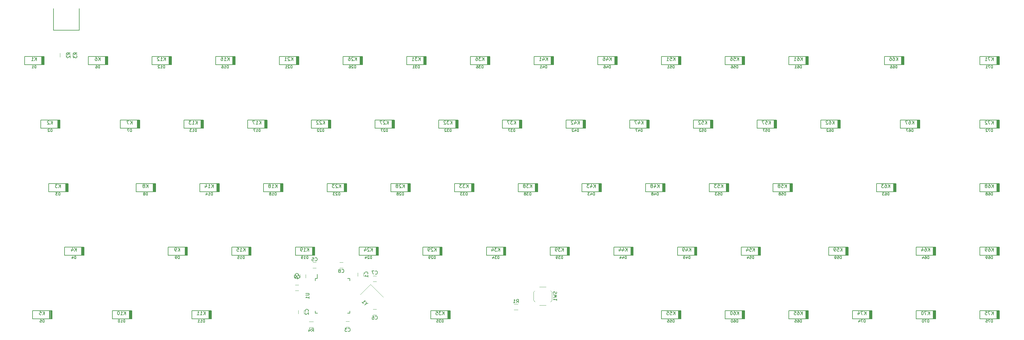
<source format=gbo>
G04 #@! TF.FileFunction,Legend,Bot*
%FSLAX46Y46*%
G04 Gerber Fmt 4.6, Leading zero omitted, Abs format (unit mm)*
G04 Created by KiCad (PCBNEW 4.0.7) date 01/28/18 20:53:29*
%MOMM*%
%LPD*%
G01*
G04 APERTURE LIST*
%ADD10C,0.100000*%
%ADD11C,0.150000*%
%ADD12C,0.120000*%
%ADD13C,0.200000*%
G04 APERTURE END LIST*
D10*
D11*
X172207500Y-112980000D02*
X172782500Y-112980000D01*
X172207500Y-123330000D02*
X172882500Y-123330000D01*
X182557500Y-123330000D02*
X181882500Y-123330000D01*
X182557500Y-112980000D02*
X181882500Y-112980000D01*
X172207500Y-112980000D02*
X172207500Y-113655000D01*
X182557500Y-112980000D02*
X182557500Y-113655000D01*
X182557500Y-123330000D02*
X182557500Y-122655000D01*
X172207500Y-123330000D02*
X172207500Y-122655000D01*
X172782500Y-112980000D02*
X172782500Y-111705000D01*
D12*
X186600000Y-111250000D02*
X186600000Y-112250000D01*
X184900000Y-112250000D02*
X184900000Y-111250000D01*
X168850000Y-122500000D02*
X168850000Y-123500000D01*
X167150000Y-123500000D02*
X167150000Y-122500000D01*
X182375000Y-127475000D02*
X181375000Y-127475000D01*
X181375000Y-125775000D02*
X182375000Y-125775000D01*
X167650000Y-112750000D02*
X167650000Y-111750000D01*
X169350000Y-111750000D02*
X169350000Y-112750000D01*
X171500000Y-108150000D02*
X172500000Y-108150000D01*
X172500000Y-109850000D02*
X171500000Y-109850000D01*
X190500000Y-123850000D02*
X189500000Y-123850000D01*
X189500000Y-122150000D02*
X190500000Y-122150000D01*
X189500000Y-112150000D02*
X190500000Y-112150000D01*
X190500000Y-113850000D02*
X189500000Y-113850000D01*
X180500000Y-109850000D02*
X179500000Y-109850000D01*
X179500000Y-108150000D02*
X180500000Y-108150000D01*
X167250000Y-116600000D02*
X166250000Y-116600000D01*
X166250000Y-114900000D02*
X167250000Y-114900000D01*
D13*
X90381250Y-46425000D02*
X90381250Y-48825000D01*
X90556250Y-46425000D02*
X90556250Y-48825000D01*
X90731250Y-46425000D02*
X90731250Y-48825000D01*
X91131250Y-48825000D02*
X91131250Y-46425000D01*
X90906250Y-46425000D02*
X90906250Y-48825000D01*
X91031250Y-46425000D02*
X91031250Y-48825000D01*
X91106250Y-46425000D02*
X85306250Y-46425000D01*
X85306250Y-46425000D02*
X85306250Y-48825000D01*
X85306250Y-48825000D02*
X91106250Y-48825000D01*
X95143750Y-65475000D02*
X95143750Y-67875000D01*
X95318750Y-65475000D02*
X95318750Y-67875000D01*
X95493750Y-65475000D02*
X95493750Y-67875000D01*
X95893750Y-67875000D02*
X95893750Y-65475000D01*
X95668750Y-65475000D02*
X95668750Y-67875000D01*
X95793750Y-65475000D02*
X95793750Y-67875000D01*
X95868750Y-65475000D02*
X90068750Y-65475000D01*
X90068750Y-65475000D02*
X90068750Y-67875000D01*
X90068750Y-67875000D02*
X95868750Y-67875000D01*
X97525000Y-84525000D02*
X97525000Y-86925000D01*
X97700000Y-84525000D02*
X97700000Y-86925000D01*
X97875000Y-84525000D02*
X97875000Y-86925000D01*
X98275000Y-86925000D02*
X98275000Y-84525000D01*
X98050000Y-84525000D02*
X98050000Y-86925000D01*
X98175000Y-84525000D02*
X98175000Y-86925000D01*
X98250000Y-84525000D02*
X92450000Y-84525000D01*
X92450000Y-84525000D02*
X92450000Y-86925000D01*
X92450000Y-86925000D02*
X98250000Y-86925000D01*
X102287500Y-103575000D02*
X102287500Y-105975000D01*
X102462500Y-103575000D02*
X102462500Y-105975000D01*
X102637500Y-103575000D02*
X102637500Y-105975000D01*
X103037500Y-105975000D02*
X103037500Y-103575000D01*
X102812500Y-103575000D02*
X102812500Y-105975000D01*
X102937500Y-103575000D02*
X102937500Y-105975000D01*
X103012500Y-103575000D02*
X97212500Y-103575000D01*
X97212500Y-103575000D02*
X97212500Y-105975000D01*
X97212500Y-105975000D02*
X103012500Y-105975000D01*
X92762500Y-122625000D02*
X92762500Y-125025000D01*
X92937500Y-122625000D02*
X92937500Y-125025000D01*
X93112500Y-122625000D02*
X93112500Y-125025000D01*
X93512500Y-125025000D02*
X93512500Y-122625000D01*
X93287500Y-122625000D02*
X93287500Y-125025000D01*
X93412500Y-122625000D02*
X93412500Y-125025000D01*
X93487500Y-122625000D02*
X87687500Y-122625000D01*
X87687500Y-122625000D02*
X87687500Y-125025000D01*
X87687500Y-125025000D02*
X93487500Y-125025000D01*
X109431250Y-46425000D02*
X109431250Y-48825000D01*
X109606250Y-46425000D02*
X109606250Y-48825000D01*
X109781250Y-46425000D02*
X109781250Y-48825000D01*
X110181250Y-48825000D02*
X110181250Y-46425000D01*
X109956250Y-46425000D02*
X109956250Y-48825000D01*
X110081250Y-46425000D02*
X110081250Y-48825000D01*
X110156250Y-46425000D02*
X104356250Y-46425000D01*
X104356250Y-46425000D02*
X104356250Y-48825000D01*
X104356250Y-48825000D02*
X110156250Y-48825000D01*
X118956250Y-65475000D02*
X118956250Y-67875000D01*
X119131250Y-65475000D02*
X119131250Y-67875000D01*
X119306250Y-65475000D02*
X119306250Y-67875000D01*
X119706250Y-67875000D02*
X119706250Y-65475000D01*
X119481250Y-65475000D02*
X119481250Y-67875000D01*
X119606250Y-65475000D02*
X119606250Y-67875000D01*
X119681250Y-65475000D02*
X113881250Y-65475000D01*
X113881250Y-65475000D02*
X113881250Y-67875000D01*
X113881250Y-67875000D02*
X119681250Y-67875000D01*
X123718750Y-84525000D02*
X123718750Y-86925000D01*
X123893750Y-84525000D02*
X123893750Y-86925000D01*
X124068750Y-84525000D02*
X124068750Y-86925000D01*
X124468750Y-86925000D02*
X124468750Y-84525000D01*
X124243750Y-84525000D02*
X124243750Y-86925000D01*
X124368750Y-84525000D02*
X124368750Y-86925000D01*
X124443750Y-84525000D02*
X118643750Y-84525000D01*
X118643750Y-84525000D02*
X118643750Y-86925000D01*
X118643750Y-86925000D02*
X124443750Y-86925000D01*
X133243750Y-103575000D02*
X133243750Y-105975000D01*
X133418750Y-103575000D02*
X133418750Y-105975000D01*
X133593750Y-103575000D02*
X133593750Y-105975000D01*
X133993750Y-105975000D02*
X133993750Y-103575000D01*
X133768750Y-103575000D02*
X133768750Y-105975000D01*
X133893750Y-103575000D02*
X133893750Y-105975000D01*
X133968750Y-103575000D02*
X128168750Y-103575000D01*
X128168750Y-103575000D02*
X128168750Y-105975000D01*
X128168750Y-105975000D02*
X133968750Y-105975000D01*
X116575000Y-122625000D02*
X116575000Y-125025000D01*
X116750000Y-122625000D02*
X116750000Y-125025000D01*
X116925000Y-122625000D02*
X116925000Y-125025000D01*
X117325000Y-125025000D02*
X117325000Y-122625000D01*
X117100000Y-122625000D02*
X117100000Y-125025000D01*
X117225000Y-122625000D02*
X117225000Y-125025000D01*
X117300000Y-122625000D02*
X111500000Y-122625000D01*
X111500000Y-122625000D02*
X111500000Y-125025000D01*
X111500000Y-125025000D02*
X117300000Y-125025000D01*
X140387500Y-122625000D02*
X140387500Y-125025000D01*
X140562500Y-122625000D02*
X140562500Y-125025000D01*
X140737500Y-122625000D02*
X140737500Y-125025000D01*
X141137500Y-125025000D02*
X141137500Y-122625000D01*
X140912500Y-122625000D02*
X140912500Y-125025000D01*
X141037500Y-122625000D02*
X141037500Y-125025000D01*
X141112500Y-122625000D02*
X135312500Y-122625000D01*
X135312500Y-122625000D02*
X135312500Y-125025000D01*
X135312500Y-125025000D02*
X141112500Y-125025000D01*
X128481250Y-46425000D02*
X128481250Y-48825000D01*
X128656250Y-46425000D02*
X128656250Y-48825000D01*
X128831250Y-46425000D02*
X128831250Y-48825000D01*
X129231250Y-48825000D02*
X129231250Y-46425000D01*
X129006250Y-46425000D02*
X129006250Y-48825000D01*
X129131250Y-46425000D02*
X129131250Y-48825000D01*
X129206250Y-46425000D02*
X123406250Y-46425000D01*
X123406250Y-46425000D02*
X123406250Y-48825000D01*
X123406250Y-48825000D02*
X129206250Y-48825000D01*
X138006250Y-65475000D02*
X138006250Y-67875000D01*
X138181250Y-65475000D02*
X138181250Y-67875000D01*
X138356250Y-65475000D02*
X138356250Y-67875000D01*
X138756250Y-67875000D02*
X138756250Y-65475000D01*
X138531250Y-65475000D02*
X138531250Y-67875000D01*
X138656250Y-65475000D02*
X138656250Y-67875000D01*
X138731250Y-65475000D02*
X132931250Y-65475000D01*
X132931250Y-65475000D02*
X132931250Y-67875000D01*
X132931250Y-67875000D02*
X138731250Y-67875000D01*
X142768750Y-84525000D02*
X142768750Y-86925000D01*
X142943750Y-84525000D02*
X142943750Y-86925000D01*
X143118750Y-84525000D02*
X143118750Y-86925000D01*
X143518750Y-86925000D02*
X143518750Y-84525000D01*
X143293750Y-84525000D02*
X143293750Y-86925000D01*
X143418750Y-84525000D02*
X143418750Y-86925000D01*
X143493750Y-84525000D02*
X137693750Y-84525000D01*
X137693750Y-84525000D02*
X137693750Y-86925000D01*
X137693750Y-86925000D02*
X143493750Y-86925000D01*
X152293750Y-103575000D02*
X152293750Y-105975000D01*
X152468750Y-103575000D02*
X152468750Y-105975000D01*
X152643750Y-103575000D02*
X152643750Y-105975000D01*
X153043750Y-105975000D02*
X153043750Y-103575000D01*
X152818750Y-103575000D02*
X152818750Y-105975000D01*
X152943750Y-103575000D02*
X152943750Y-105975000D01*
X153018750Y-103575000D02*
X147218750Y-103575000D01*
X147218750Y-103575000D02*
X147218750Y-105975000D01*
X147218750Y-105975000D02*
X153018750Y-105975000D01*
X147531250Y-46425000D02*
X147531250Y-48825000D01*
X147706250Y-46425000D02*
X147706250Y-48825000D01*
X147881250Y-46425000D02*
X147881250Y-48825000D01*
X148281250Y-48825000D02*
X148281250Y-46425000D01*
X148056250Y-46425000D02*
X148056250Y-48825000D01*
X148181250Y-46425000D02*
X148181250Y-48825000D01*
X148256250Y-46425000D02*
X142456250Y-46425000D01*
X142456250Y-46425000D02*
X142456250Y-48825000D01*
X142456250Y-48825000D02*
X148256250Y-48825000D01*
X157056250Y-65475000D02*
X157056250Y-67875000D01*
X157231250Y-65475000D02*
X157231250Y-67875000D01*
X157406250Y-65475000D02*
X157406250Y-67875000D01*
X157806250Y-67875000D02*
X157806250Y-65475000D01*
X157581250Y-65475000D02*
X157581250Y-67875000D01*
X157706250Y-65475000D02*
X157706250Y-67875000D01*
X157781250Y-65475000D02*
X151981250Y-65475000D01*
X151981250Y-65475000D02*
X151981250Y-67875000D01*
X151981250Y-67875000D02*
X157781250Y-67875000D01*
X161818750Y-84525000D02*
X161818750Y-86925000D01*
X161993750Y-84525000D02*
X161993750Y-86925000D01*
X162168750Y-84525000D02*
X162168750Y-86925000D01*
X162568750Y-86925000D02*
X162568750Y-84525000D01*
X162343750Y-84525000D02*
X162343750Y-86925000D01*
X162468750Y-84525000D02*
X162468750Y-86925000D01*
X162543750Y-84525000D02*
X156743750Y-84525000D01*
X156743750Y-84525000D02*
X156743750Y-86925000D01*
X156743750Y-86925000D02*
X162543750Y-86925000D01*
X171343750Y-103575000D02*
X171343750Y-105975000D01*
X171518750Y-103575000D02*
X171518750Y-105975000D01*
X171693750Y-103575000D02*
X171693750Y-105975000D01*
X172093750Y-105975000D02*
X172093750Y-103575000D01*
X171868750Y-103575000D02*
X171868750Y-105975000D01*
X171993750Y-103575000D02*
X171993750Y-105975000D01*
X172068750Y-103575000D02*
X166268750Y-103575000D01*
X166268750Y-103575000D02*
X166268750Y-105975000D01*
X166268750Y-105975000D02*
X172068750Y-105975000D01*
X166581250Y-46425000D02*
X166581250Y-48825000D01*
X166756250Y-46425000D02*
X166756250Y-48825000D01*
X166931250Y-46425000D02*
X166931250Y-48825000D01*
X167331250Y-48825000D02*
X167331250Y-46425000D01*
X167106250Y-46425000D02*
X167106250Y-48825000D01*
X167231250Y-46425000D02*
X167231250Y-48825000D01*
X167306250Y-46425000D02*
X161506250Y-46425000D01*
X161506250Y-46425000D02*
X161506250Y-48825000D01*
X161506250Y-48825000D02*
X167306250Y-48825000D01*
X176106250Y-65475000D02*
X176106250Y-67875000D01*
X176281250Y-65475000D02*
X176281250Y-67875000D01*
X176456250Y-65475000D02*
X176456250Y-67875000D01*
X176856250Y-67875000D02*
X176856250Y-65475000D01*
X176631250Y-65475000D02*
X176631250Y-67875000D01*
X176756250Y-65475000D02*
X176756250Y-67875000D01*
X176831250Y-65475000D02*
X171031250Y-65475000D01*
X171031250Y-65475000D02*
X171031250Y-67875000D01*
X171031250Y-67875000D02*
X176831250Y-67875000D01*
X180868750Y-84525000D02*
X180868750Y-86925000D01*
X181043750Y-84525000D02*
X181043750Y-86925000D01*
X181218750Y-84525000D02*
X181218750Y-86925000D01*
X181618750Y-86925000D02*
X181618750Y-84525000D01*
X181393750Y-84525000D02*
X181393750Y-86925000D01*
X181518750Y-84525000D02*
X181518750Y-86925000D01*
X181593750Y-84525000D02*
X175793750Y-84525000D01*
X175793750Y-84525000D02*
X175793750Y-86925000D01*
X175793750Y-86925000D02*
X181593750Y-86925000D01*
X190393750Y-103575000D02*
X190393750Y-105975000D01*
X190568750Y-103575000D02*
X190568750Y-105975000D01*
X190743750Y-103575000D02*
X190743750Y-105975000D01*
X191143750Y-105975000D02*
X191143750Y-103575000D01*
X190918750Y-103575000D02*
X190918750Y-105975000D01*
X191043750Y-103575000D02*
X191043750Y-105975000D01*
X191118750Y-103575000D02*
X185318750Y-103575000D01*
X185318750Y-103575000D02*
X185318750Y-105975000D01*
X185318750Y-105975000D02*
X191118750Y-105975000D01*
X185631250Y-46425000D02*
X185631250Y-48825000D01*
X185806250Y-46425000D02*
X185806250Y-48825000D01*
X185981250Y-46425000D02*
X185981250Y-48825000D01*
X186381250Y-48825000D02*
X186381250Y-46425000D01*
X186156250Y-46425000D02*
X186156250Y-48825000D01*
X186281250Y-46425000D02*
X186281250Y-48825000D01*
X186356250Y-46425000D02*
X180556250Y-46425000D01*
X180556250Y-46425000D02*
X180556250Y-48825000D01*
X180556250Y-48825000D02*
X186356250Y-48825000D01*
X195156250Y-65475000D02*
X195156250Y-67875000D01*
X195331250Y-65475000D02*
X195331250Y-67875000D01*
X195506250Y-65475000D02*
X195506250Y-67875000D01*
X195906250Y-67875000D02*
X195906250Y-65475000D01*
X195681250Y-65475000D02*
X195681250Y-67875000D01*
X195806250Y-65475000D02*
X195806250Y-67875000D01*
X195881250Y-65475000D02*
X190081250Y-65475000D01*
X190081250Y-65475000D02*
X190081250Y-67875000D01*
X190081250Y-67875000D02*
X195881250Y-67875000D01*
X199918750Y-84525000D02*
X199918750Y-86925000D01*
X200093750Y-84525000D02*
X200093750Y-86925000D01*
X200268750Y-84525000D02*
X200268750Y-86925000D01*
X200668750Y-86925000D02*
X200668750Y-84525000D01*
X200443750Y-84525000D02*
X200443750Y-86925000D01*
X200568750Y-84525000D02*
X200568750Y-86925000D01*
X200643750Y-84525000D02*
X194843750Y-84525000D01*
X194843750Y-84525000D02*
X194843750Y-86925000D01*
X194843750Y-86925000D02*
X200643750Y-86925000D01*
X209443750Y-103575000D02*
X209443750Y-105975000D01*
X209618750Y-103575000D02*
X209618750Y-105975000D01*
X209793750Y-103575000D02*
X209793750Y-105975000D01*
X210193750Y-105975000D02*
X210193750Y-103575000D01*
X209968750Y-103575000D02*
X209968750Y-105975000D01*
X210093750Y-103575000D02*
X210093750Y-105975000D01*
X210168750Y-103575000D02*
X204368750Y-103575000D01*
X204368750Y-103575000D02*
X204368750Y-105975000D01*
X204368750Y-105975000D02*
X210168750Y-105975000D01*
X204681250Y-46425000D02*
X204681250Y-48825000D01*
X204856250Y-46425000D02*
X204856250Y-48825000D01*
X205031250Y-46425000D02*
X205031250Y-48825000D01*
X205431250Y-48825000D02*
X205431250Y-46425000D01*
X205206250Y-46425000D02*
X205206250Y-48825000D01*
X205331250Y-46425000D02*
X205331250Y-48825000D01*
X205406250Y-46425000D02*
X199606250Y-46425000D01*
X199606250Y-46425000D02*
X199606250Y-48825000D01*
X199606250Y-48825000D02*
X205406250Y-48825000D01*
X214206250Y-65475000D02*
X214206250Y-67875000D01*
X214381250Y-65475000D02*
X214381250Y-67875000D01*
X214556250Y-65475000D02*
X214556250Y-67875000D01*
X214956250Y-67875000D02*
X214956250Y-65475000D01*
X214731250Y-65475000D02*
X214731250Y-67875000D01*
X214856250Y-65475000D02*
X214856250Y-67875000D01*
X214931250Y-65475000D02*
X209131250Y-65475000D01*
X209131250Y-65475000D02*
X209131250Y-67875000D01*
X209131250Y-67875000D02*
X214931250Y-67875000D01*
X218968750Y-84525000D02*
X218968750Y-86925000D01*
X219143750Y-84525000D02*
X219143750Y-86925000D01*
X219318750Y-84525000D02*
X219318750Y-86925000D01*
X219718750Y-86925000D02*
X219718750Y-84525000D01*
X219493750Y-84525000D02*
X219493750Y-86925000D01*
X219618750Y-84525000D02*
X219618750Y-86925000D01*
X219693750Y-84525000D02*
X213893750Y-84525000D01*
X213893750Y-84525000D02*
X213893750Y-86925000D01*
X213893750Y-86925000D02*
X219693750Y-86925000D01*
X228493750Y-103575000D02*
X228493750Y-105975000D01*
X228668750Y-103575000D02*
X228668750Y-105975000D01*
X228843750Y-103575000D02*
X228843750Y-105975000D01*
X229243750Y-105975000D02*
X229243750Y-103575000D01*
X229018750Y-103575000D02*
X229018750Y-105975000D01*
X229143750Y-103575000D02*
X229143750Y-105975000D01*
X229218750Y-103575000D02*
X223418750Y-103575000D01*
X223418750Y-103575000D02*
X223418750Y-105975000D01*
X223418750Y-105975000D02*
X229218750Y-105975000D01*
X211825000Y-122625000D02*
X211825000Y-125025000D01*
X212000000Y-122625000D02*
X212000000Y-125025000D01*
X212175000Y-122625000D02*
X212175000Y-125025000D01*
X212575000Y-125025000D02*
X212575000Y-122625000D01*
X212350000Y-122625000D02*
X212350000Y-125025000D01*
X212475000Y-122625000D02*
X212475000Y-125025000D01*
X212550000Y-122625000D02*
X206750000Y-122625000D01*
X206750000Y-122625000D02*
X206750000Y-125025000D01*
X206750000Y-125025000D02*
X212550000Y-125025000D01*
X223731250Y-46425000D02*
X223731250Y-48825000D01*
X223906250Y-46425000D02*
X223906250Y-48825000D01*
X224081250Y-46425000D02*
X224081250Y-48825000D01*
X224481250Y-48825000D02*
X224481250Y-46425000D01*
X224256250Y-46425000D02*
X224256250Y-48825000D01*
X224381250Y-46425000D02*
X224381250Y-48825000D01*
X224456250Y-46425000D02*
X218656250Y-46425000D01*
X218656250Y-46425000D02*
X218656250Y-48825000D01*
X218656250Y-48825000D02*
X224456250Y-48825000D01*
X233256250Y-65475000D02*
X233256250Y-67875000D01*
X233431250Y-65475000D02*
X233431250Y-67875000D01*
X233606250Y-65475000D02*
X233606250Y-67875000D01*
X234006250Y-67875000D02*
X234006250Y-65475000D01*
X233781250Y-65475000D02*
X233781250Y-67875000D01*
X233906250Y-65475000D02*
X233906250Y-67875000D01*
X233981250Y-65475000D02*
X228181250Y-65475000D01*
X228181250Y-65475000D02*
X228181250Y-67875000D01*
X228181250Y-67875000D02*
X233981250Y-67875000D01*
X238018750Y-84525000D02*
X238018750Y-86925000D01*
X238193750Y-84525000D02*
X238193750Y-86925000D01*
X238368750Y-84525000D02*
X238368750Y-86925000D01*
X238768750Y-86925000D02*
X238768750Y-84525000D01*
X238543750Y-84525000D02*
X238543750Y-86925000D01*
X238668750Y-84525000D02*
X238668750Y-86925000D01*
X238743750Y-84525000D02*
X232943750Y-84525000D01*
X232943750Y-84525000D02*
X232943750Y-86925000D01*
X232943750Y-86925000D02*
X238743750Y-86925000D01*
X247543750Y-103575000D02*
X247543750Y-105975000D01*
X247718750Y-103575000D02*
X247718750Y-105975000D01*
X247893750Y-103575000D02*
X247893750Y-105975000D01*
X248293750Y-105975000D02*
X248293750Y-103575000D01*
X248068750Y-103575000D02*
X248068750Y-105975000D01*
X248193750Y-103575000D02*
X248193750Y-105975000D01*
X248268750Y-103575000D02*
X242468750Y-103575000D01*
X242468750Y-103575000D02*
X242468750Y-105975000D01*
X242468750Y-105975000D02*
X248268750Y-105975000D01*
X242781250Y-46425000D02*
X242781250Y-48825000D01*
X242956250Y-46425000D02*
X242956250Y-48825000D01*
X243131250Y-46425000D02*
X243131250Y-48825000D01*
X243531250Y-48825000D02*
X243531250Y-46425000D01*
X243306250Y-46425000D02*
X243306250Y-48825000D01*
X243431250Y-46425000D02*
X243431250Y-48825000D01*
X243506250Y-46425000D02*
X237706250Y-46425000D01*
X237706250Y-46425000D02*
X237706250Y-48825000D01*
X237706250Y-48825000D02*
X243506250Y-48825000D01*
X252306250Y-65475000D02*
X252306250Y-67875000D01*
X252481250Y-65475000D02*
X252481250Y-67875000D01*
X252656250Y-65475000D02*
X252656250Y-67875000D01*
X253056250Y-67875000D02*
X253056250Y-65475000D01*
X252831250Y-65475000D02*
X252831250Y-67875000D01*
X252956250Y-65475000D02*
X252956250Y-67875000D01*
X253031250Y-65475000D02*
X247231250Y-65475000D01*
X247231250Y-65475000D02*
X247231250Y-67875000D01*
X247231250Y-67875000D02*
X253031250Y-67875000D01*
X257068750Y-84525000D02*
X257068750Y-86925000D01*
X257243750Y-84525000D02*
X257243750Y-86925000D01*
X257418750Y-84525000D02*
X257418750Y-86925000D01*
X257818750Y-86925000D02*
X257818750Y-84525000D01*
X257593750Y-84525000D02*
X257593750Y-86925000D01*
X257718750Y-84525000D02*
X257718750Y-86925000D01*
X257793750Y-84525000D02*
X251993750Y-84525000D01*
X251993750Y-84525000D02*
X251993750Y-86925000D01*
X251993750Y-86925000D02*
X257793750Y-86925000D01*
X266593750Y-103575000D02*
X266593750Y-105975000D01*
X266768750Y-103575000D02*
X266768750Y-105975000D01*
X266943750Y-103575000D02*
X266943750Y-105975000D01*
X267343750Y-105975000D02*
X267343750Y-103575000D01*
X267118750Y-103575000D02*
X267118750Y-105975000D01*
X267243750Y-103575000D02*
X267243750Y-105975000D01*
X267318750Y-103575000D02*
X261518750Y-103575000D01*
X261518750Y-103575000D02*
X261518750Y-105975000D01*
X261518750Y-105975000D02*
X267318750Y-105975000D01*
X261831250Y-46425000D02*
X261831250Y-48825000D01*
X262006250Y-46425000D02*
X262006250Y-48825000D01*
X262181250Y-46425000D02*
X262181250Y-48825000D01*
X262581250Y-48825000D02*
X262581250Y-46425000D01*
X262356250Y-46425000D02*
X262356250Y-48825000D01*
X262481250Y-46425000D02*
X262481250Y-48825000D01*
X262556250Y-46425000D02*
X256756250Y-46425000D01*
X256756250Y-46425000D02*
X256756250Y-48825000D01*
X256756250Y-48825000D02*
X262556250Y-48825000D01*
X271356250Y-65475000D02*
X271356250Y-67875000D01*
X271531250Y-65475000D02*
X271531250Y-67875000D01*
X271706250Y-65475000D02*
X271706250Y-67875000D01*
X272106250Y-67875000D02*
X272106250Y-65475000D01*
X271881250Y-65475000D02*
X271881250Y-67875000D01*
X272006250Y-65475000D02*
X272006250Y-67875000D01*
X272081250Y-65475000D02*
X266281250Y-65475000D01*
X266281250Y-65475000D02*
X266281250Y-67875000D01*
X266281250Y-67875000D02*
X272081250Y-67875000D01*
X276118750Y-84525000D02*
X276118750Y-86925000D01*
X276293750Y-84525000D02*
X276293750Y-86925000D01*
X276468750Y-84525000D02*
X276468750Y-86925000D01*
X276868750Y-86925000D02*
X276868750Y-84525000D01*
X276643750Y-84525000D02*
X276643750Y-86925000D01*
X276768750Y-84525000D02*
X276768750Y-86925000D01*
X276843750Y-84525000D02*
X271043750Y-84525000D01*
X271043750Y-84525000D02*
X271043750Y-86925000D01*
X271043750Y-86925000D02*
X276843750Y-86925000D01*
X285643750Y-103575000D02*
X285643750Y-105975000D01*
X285818750Y-103575000D02*
X285818750Y-105975000D01*
X285993750Y-103575000D02*
X285993750Y-105975000D01*
X286393750Y-105975000D02*
X286393750Y-103575000D01*
X286168750Y-103575000D02*
X286168750Y-105975000D01*
X286293750Y-103575000D02*
X286293750Y-105975000D01*
X286368750Y-103575000D02*
X280568750Y-103575000D01*
X280568750Y-103575000D02*
X280568750Y-105975000D01*
X280568750Y-105975000D02*
X286368750Y-105975000D01*
X280881250Y-46425000D02*
X280881250Y-48825000D01*
X281056250Y-46425000D02*
X281056250Y-48825000D01*
X281231250Y-46425000D02*
X281231250Y-48825000D01*
X281631250Y-48825000D02*
X281631250Y-46425000D01*
X281406250Y-46425000D02*
X281406250Y-48825000D01*
X281531250Y-46425000D02*
X281531250Y-48825000D01*
X281606250Y-46425000D02*
X275806250Y-46425000D01*
X275806250Y-46425000D02*
X275806250Y-48825000D01*
X275806250Y-48825000D02*
X281606250Y-48825000D01*
X290406250Y-65475000D02*
X290406250Y-67875000D01*
X290581250Y-65475000D02*
X290581250Y-67875000D01*
X290756250Y-65475000D02*
X290756250Y-67875000D01*
X291156250Y-67875000D02*
X291156250Y-65475000D01*
X290931250Y-65475000D02*
X290931250Y-67875000D01*
X291056250Y-65475000D02*
X291056250Y-67875000D01*
X291131250Y-65475000D02*
X285331250Y-65475000D01*
X285331250Y-65475000D02*
X285331250Y-67875000D01*
X285331250Y-67875000D02*
X291131250Y-67875000D01*
X295168750Y-84525000D02*
X295168750Y-86925000D01*
X295343750Y-84525000D02*
X295343750Y-86925000D01*
X295518750Y-84525000D02*
X295518750Y-86925000D01*
X295918750Y-86925000D02*
X295918750Y-84525000D01*
X295693750Y-84525000D02*
X295693750Y-86925000D01*
X295818750Y-84525000D02*
X295818750Y-86925000D01*
X295893750Y-84525000D02*
X290093750Y-84525000D01*
X290093750Y-84525000D02*
X290093750Y-86925000D01*
X290093750Y-86925000D02*
X295893750Y-86925000D01*
X304693750Y-103575000D02*
X304693750Y-105975000D01*
X304868750Y-103575000D02*
X304868750Y-105975000D01*
X305043750Y-103575000D02*
X305043750Y-105975000D01*
X305443750Y-105975000D02*
X305443750Y-103575000D01*
X305218750Y-103575000D02*
X305218750Y-105975000D01*
X305343750Y-103575000D02*
X305343750Y-105975000D01*
X305418750Y-103575000D02*
X299618750Y-103575000D01*
X299618750Y-103575000D02*
X299618750Y-105975000D01*
X299618750Y-105975000D02*
X305418750Y-105975000D01*
X280881250Y-122625000D02*
X280881250Y-125025000D01*
X281056250Y-122625000D02*
X281056250Y-125025000D01*
X281231250Y-122625000D02*
X281231250Y-125025000D01*
X281631250Y-125025000D02*
X281631250Y-122625000D01*
X281406250Y-122625000D02*
X281406250Y-125025000D01*
X281531250Y-122625000D02*
X281531250Y-125025000D01*
X281606250Y-122625000D02*
X275806250Y-122625000D01*
X275806250Y-122625000D02*
X275806250Y-125025000D01*
X275806250Y-125025000D02*
X281606250Y-125025000D01*
X299931250Y-46425000D02*
X299931250Y-48825000D01*
X300106250Y-46425000D02*
X300106250Y-48825000D01*
X300281250Y-46425000D02*
X300281250Y-48825000D01*
X300681250Y-48825000D02*
X300681250Y-46425000D01*
X300456250Y-46425000D02*
X300456250Y-48825000D01*
X300581250Y-46425000D02*
X300581250Y-48825000D01*
X300656250Y-46425000D02*
X294856250Y-46425000D01*
X294856250Y-46425000D02*
X294856250Y-48825000D01*
X294856250Y-48825000D02*
X300656250Y-48825000D01*
X309456250Y-65475000D02*
X309456250Y-67875000D01*
X309631250Y-65475000D02*
X309631250Y-67875000D01*
X309806250Y-65475000D02*
X309806250Y-67875000D01*
X310206250Y-67875000D02*
X310206250Y-65475000D01*
X309981250Y-65475000D02*
X309981250Y-67875000D01*
X310106250Y-65475000D02*
X310106250Y-67875000D01*
X310181250Y-65475000D02*
X304381250Y-65475000D01*
X304381250Y-65475000D02*
X304381250Y-67875000D01*
X304381250Y-67875000D02*
X310181250Y-67875000D01*
X314218750Y-84525000D02*
X314218750Y-86925000D01*
X314393750Y-84525000D02*
X314393750Y-86925000D01*
X314568750Y-84525000D02*
X314568750Y-86925000D01*
X314968750Y-86925000D02*
X314968750Y-84525000D01*
X314743750Y-84525000D02*
X314743750Y-86925000D01*
X314868750Y-84525000D02*
X314868750Y-86925000D01*
X314943750Y-84525000D02*
X309143750Y-84525000D01*
X309143750Y-84525000D02*
X309143750Y-86925000D01*
X309143750Y-86925000D02*
X314943750Y-86925000D01*
X299931250Y-122625000D02*
X299931250Y-125025000D01*
X300106250Y-122625000D02*
X300106250Y-125025000D01*
X300281250Y-122625000D02*
X300281250Y-125025000D01*
X300681250Y-125025000D02*
X300681250Y-122625000D01*
X300456250Y-122625000D02*
X300456250Y-125025000D01*
X300581250Y-122625000D02*
X300581250Y-125025000D01*
X300656250Y-122625000D02*
X294856250Y-122625000D01*
X294856250Y-122625000D02*
X294856250Y-125025000D01*
X294856250Y-125025000D02*
X300656250Y-125025000D01*
X318981250Y-46425000D02*
X318981250Y-48825000D01*
X319156250Y-46425000D02*
X319156250Y-48825000D01*
X319331250Y-46425000D02*
X319331250Y-48825000D01*
X319731250Y-48825000D02*
X319731250Y-46425000D01*
X319506250Y-46425000D02*
X319506250Y-48825000D01*
X319631250Y-46425000D02*
X319631250Y-48825000D01*
X319706250Y-46425000D02*
X313906250Y-46425000D01*
X313906250Y-46425000D02*
X313906250Y-48825000D01*
X313906250Y-48825000D02*
X319706250Y-48825000D01*
X328506250Y-65475000D02*
X328506250Y-67875000D01*
X328681250Y-65475000D02*
X328681250Y-67875000D01*
X328856250Y-65475000D02*
X328856250Y-67875000D01*
X329256250Y-67875000D02*
X329256250Y-65475000D01*
X329031250Y-65475000D02*
X329031250Y-67875000D01*
X329156250Y-65475000D02*
X329156250Y-67875000D01*
X329231250Y-65475000D02*
X323431250Y-65475000D01*
X323431250Y-65475000D02*
X323431250Y-67875000D01*
X323431250Y-67875000D02*
X329231250Y-67875000D01*
X345175000Y-84525000D02*
X345175000Y-86925000D01*
X345350000Y-84525000D02*
X345350000Y-86925000D01*
X345525000Y-84525000D02*
X345525000Y-86925000D01*
X345925000Y-86925000D02*
X345925000Y-84525000D01*
X345700000Y-84525000D02*
X345700000Y-86925000D01*
X345825000Y-84525000D02*
X345825000Y-86925000D01*
X345900000Y-84525000D02*
X340100000Y-84525000D01*
X340100000Y-84525000D02*
X340100000Y-86925000D01*
X340100000Y-86925000D02*
X345900000Y-86925000D01*
X357081250Y-103575000D02*
X357081250Y-105975000D01*
X357256250Y-103575000D02*
X357256250Y-105975000D01*
X357431250Y-103575000D02*
X357431250Y-105975000D01*
X357831250Y-105975000D02*
X357831250Y-103575000D01*
X357606250Y-103575000D02*
X357606250Y-105975000D01*
X357731250Y-103575000D02*
X357731250Y-105975000D01*
X357806250Y-103575000D02*
X352006250Y-103575000D01*
X352006250Y-103575000D02*
X352006250Y-105975000D01*
X352006250Y-105975000D02*
X357806250Y-105975000D01*
X318981250Y-122625000D02*
X318981250Y-125025000D01*
X319156250Y-122625000D02*
X319156250Y-125025000D01*
X319331250Y-122625000D02*
X319331250Y-125025000D01*
X319731250Y-125025000D02*
X319731250Y-122625000D01*
X319506250Y-122625000D02*
X319506250Y-125025000D01*
X319631250Y-122625000D02*
X319631250Y-125025000D01*
X319706250Y-122625000D02*
X313906250Y-122625000D01*
X313906250Y-122625000D02*
X313906250Y-125025000D01*
X313906250Y-125025000D02*
X319706250Y-125025000D01*
X347556250Y-46425000D02*
X347556250Y-48825000D01*
X347731250Y-46425000D02*
X347731250Y-48825000D01*
X347906250Y-46425000D02*
X347906250Y-48825000D01*
X348306250Y-48825000D02*
X348306250Y-46425000D01*
X348081250Y-46425000D02*
X348081250Y-48825000D01*
X348206250Y-46425000D02*
X348206250Y-48825000D01*
X348281250Y-46425000D02*
X342481250Y-46425000D01*
X342481250Y-46425000D02*
X342481250Y-48825000D01*
X342481250Y-48825000D02*
X348281250Y-48825000D01*
X352318750Y-65475000D02*
X352318750Y-67875000D01*
X352493750Y-65475000D02*
X352493750Y-67875000D01*
X352668750Y-65475000D02*
X352668750Y-67875000D01*
X353068750Y-67875000D02*
X353068750Y-65475000D01*
X352843750Y-65475000D02*
X352843750Y-67875000D01*
X352968750Y-65475000D02*
X352968750Y-67875000D01*
X353043750Y-65475000D02*
X347243750Y-65475000D01*
X347243750Y-65475000D02*
X347243750Y-67875000D01*
X347243750Y-67875000D02*
X353043750Y-67875000D01*
X376131250Y-84525000D02*
X376131250Y-86925000D01*
X376306250Y-84525000D02*
X376306250Y-86925000D01*
X376481250Y-84525000D02*
X376481250Y-86925000D01*
X376881250Y-86925000D02*
X376881250Y-84525000D01*
X376656250Y-84525000D02*
X376656250Y-86925000D01*
X376781250Y-84525000D02*
X376781250Y-86925000D01*
X376856250Y-84525000D02*
X371056250Y-84525000D01*
X371056250Y-84525000D02*
X371056250Y-86925000D01*
X371056250Y-86925000D02*
X376856250Y-86925000D01*
X376131250Y-103575000D02*
X376131250Y-105975000D01*
X376306250Y-103575000D02*
X376306250Y-105975000D01*
X376481250Y-103575000D02*
X376481250Y-105975000D01*
X376881250Y-105975000D02*
X376881250Y-103575000D01*
X376656250Y-103575000D02*
X376656250Y-105975000D01*
X376781250Y-103575000D02*
X376781250Y-105975000D01*
X376856250Y-103575000D02*
X371056250Y-103575000D01*
X371056250Y-103575000D02*
X371056250Y-105975000D01*
X371056250Y-105975000D02*
X376856250Y-105975000D01*
X357081250Y-122625000D02*
X357081250Y-125025000D01*
X357256250Y-122625000D02*
X357256250Y-125025000D01*
X357431250Y-122625000D02*
X357431250Y-125025000D01*
X357831250Y-125025000D02*
X357831250Y-122625000D01*
X357606250Y-122625000D02*
X357606250Y-125025000D01*
X357731250Y-122625000D02*
X357731250Y-125025000D01*
X357806250Y-122625000D02*
X352006250Y-122625000D01*
X352006250Y-122625000D02*
X352006250Y-125025000D01*
X352006250Y-125025000D02*
X357806250Y-125025000D01*
X376131250Y-46425000D02*
X376131250Y-48825000D01*
X376306250Y-46425000D02*
X376306250Y-48825000D01*
X376481250Y-46425000D02*
X376481250Y-48825000D01*
X376881250Y-48825000D02*
X376881250Y-46425000D01*
X376656250Y-46425000D02*
X376656250Y-48825000D01*
X376781250Y-46425000D02*
X376781250Y-48825000D01*
X376856250Y-46425000D02*
X371056250Y-46425000D01*
X371056250Y-46425000D02*
X371056250Y-48825000D01*
X371056250Y-48825000D02*
X376856250Y-48825000D01*
X376131250Y-65475000D02*
X376131250Y-67875000D01*
X376306250Y-65475000D02*
X376306250Y-67875000D01*
X376481250Y-65475000D02*
X376481250Y-67875000D01*
X376881250Y-67875000D02*
X376881250Y-65475000D01*
X376656250Y-65475000D02*
X376656250Y-67875000D01*
X376781250Y-65475000D02*
X376781250Y-67875000D01*
X376856250Y-65475000D02*
X371056250Y-65475000D01*
X371056250Y-65475000D02*
X371056250Y-67875000D01*
X371056250Y-67875000D02*
X376856250Y-67875000D01*
X376131250Y-122625000D02*
X376131250Y-125025000D01*
X376306250Y-122625000D02*
X376306250Y-125025000D01*
X376481250Y-122625000D02*
X376481250Y-125025000D01*
X376881250Y-125025000D02*
X376881250Y-122625000D01*
X376656250Y-122625000D02*
X376656250Y-125025000D01*
X376781250Y-122625000D02*
X376781250Y-125025000D01*
X376856250Y-122625000D02*
X371056250Y-122625000D01*
X371056250Y-122625000D02*
X371056250Y-125025000D01*
X371056250Y-125025000D02*
X376856250Y-125025000D01*
X101640000Y-38500000D02*
X101640000Y-32000000D01*
X93940000Y-38500000D02*
X93940000Y-32000000D01*
X93940000Y-38500000D02*
X101640000Y-38500000D01*
D12*
X231650000Y-122380000D02*
X232850000Y-122380000D01*
X232850000Y-120620000D02*
X231650000Y-120620000D01*
X95870000Y-45400000D02*
X95870000Y-46600000D01*
X97630000Y-46600000D02*
X97630000Y-45400000D01*
X97870000Y-45400000D02*
X97870000Y-46600000D01*
X99630000Y-46600000D02*
X99630000Y-45400000D01*
X171600000Y-125870000D02*
X170400000Y-125870000D01*
X170400000Y-127630000D02*
X171600000Y-127630000D01*
X237950000Y-119950000D02*
X237500000Y-119500000D01*
X237950000Y-116550000D02*
X237500000Y-117000000D01*
X242550000Y-116550000D02*
X243000000Y-117000000D01*
X242550000Y-119950000D02*
X243000000Y-119500000D01*
X241250000Y-115500000D02*
X239250000Y-115500000D01*
X237500000Y-119500000D02*
X237500000Y-117000000D01*
X241250000Y-121000000D02*
X239250000Y-121000000D01*
X243000000Y-119500000D02*
X243000000Y-117000000D01*
X185700532Y-117766091D02*
X188741091Y-114725532D01*
X188741091Y-114725532D02*
X192559468Y-118543909D01*
D13*
X338031250Y-122625000D02*
X338031250Y-125025000D01*
X338206250Y-122625000D02*
X338206250Y-125025000D01*
X338381250Y-122625000D02*
X338381250Y-125025000D01*
X338781250Y-125025000D02*
X338781250Y-122625000D01*
X338556250Y-122625000D02*
X338556250Y-125025000D01*
X338681250Y-122625000D02*
X338681250Y-125025000D01*
X338756250Y-122625000D02*
X332956250Y-122625000D01*
X332956250Y-122625000D02*
X332956250Y-125025000D01*
X332956250Y-125025000D02*
X338756250Y-125025000D01*
X330887500Y-103575000D02*
X330887500Y-105975000D01*
X331062500Y-103575000D02*
X331062500Y-105975000D01*
X331237500Y-103575000D02*
X331237500Y-105975000D01*
X331637500Y-105975000D02*
X331637500Y-103575000D01*
X331412500Y-103575000D02*
X331412500Y-105975000D01*
X331537500Y-103575000D02*
X331537500Y-105975000D01*
X331612500Y-103575000D02*
X325812500Y-103575000D01*
X325812500Y-103575000D02*
X325812500Y-105975000D01*
X325812500Y-105975000D02*
X331612500Y-105975000D01*
D11*
X169384881Y-117393095D02*
X170194405Y-117393095D01*
X170289643Y-117440714D01*
X170337262Y-117488333D01*
X170384881Y-117583571D01*
X170384881Y-117774048D01*
X170337262Y-117869286D01*
X170289643Y-117916905D01*
X170194405Y-117964524D01*
X169384881Y-117964524D01*
X170384881Y-118964524D02*
X170384881Y-118393095D01*
X170384881Y-118678809D02*
X169384881Y-118678809D01*
X169527738Y-118583571D01*
X169622976Y-118488333D01*
X169670595Y-118393095D01*
D13*
X107894345Y-47632881D02*
X107894345Y-46632881D01*
X107322916Y-47632881D02*
X107751488Y-47061452D01*
X107322916Y-46632881D02*
X107894345Y-47204310D01*
X106465773Y-46632881D02*
X106656250Y-46632881D01*
X106751488Y-46680500D01*
X106799107Y-46728119D01*
X106894345Y-46870976D01*
X106941964Y-47061452D01*
X106941964Y-47442405D01*
X106894345Y-47537643D01*
X106846726Y-47585262D01*
X106751488Y-47632881D01*
X106561011Y-47632881D01*
X106465773Y-47585262D01*
X106418154Y-47537643D01*
X106370535Y-47442405D01*
X106370535Y-47204310D01*
X106418154Y-47109071D01*
X106465773Y-47061452D01*
X106561011Y-47013833D01*
X106751488Y-47013833D01*
X106846726Y-47061452D01*
X106894345Y-47109071D01*
X106941964Y-47204310D01*
D11*
X187857143Y-111583334D02*
X187904762Y-111535715D01*
X187952381Y-111392858D01*
X187952381Y-111297620D01*
X187904762Y-111154762D01*
X187809524Y-111059524D01*
X187714286Y-111011905D01*
X187523810Y-110964286D01*
X187380952Y-110964286D01*
X187190476Y-111011905D01*
X187095238Y-111059524D01*
X187000000Y-111154762D01*
X186952381Y-111297620D01*
X186952381Y-111392858D01*
X187000000Y-111535715D01*
X187047619Y-111583334D01*
X187952381Y-112535715D02*
X187952381Y-111964286D01*
X187952381Y-112250000D02*
X186952381Y-112250000D01*
X187095238Y-112154762D01*
X187190476Y-112059524D01*
X187238095Y-111964286D01*
X170107143Y-122833334D02*
X170154762Y-122785715D01*
X170202381Y-122642858D01*
X170202381Y-122547620D01*
X170154762Y-122404762D01*
X170059524Y-122309524D01*
X169964286Y-122261905D01*
X169773810Y-122214286D01*
X169630952Y-122214286D01*
X169440476Y-122261905D01*
X169345238Y-122309524D01*
X169250000Y-122404762D01*
X169202381Y-122547620D01*
X169202381Y-122642858D01*
X169250000Y-122785715D01*
X169297619Y-122833334D01*
X169297619Y-123214286D02*
X169250000Y-123261905D01*
X169202381Y-123357143D01*
X169202381Y-123595239D01*
X169250000Y-123690477D01*
X169297619Y-123738096D01*
X169392857Y-123785715D01*
X169488095Y-123785715D01*
X169630952Y-123738096D01*
X170202381Y-123166667D01*
X170202381Y-123785715D01*
X182041666Y-128732143D02*
X182089285Y-128779762D01*
X182232142Y-128827381D01*
X182327380Y-128827381D01*
X182470238Y-128779762D01*
X182565476Y-128684524D01*
X182613095Y-128589286D01*
X182660714Y-128398810D01*
X182660714Y-128255952D01*
X182613095Y-128065476D01*
X182565476Y-127970238D01*
X182470238Y-127875000D01*
X182327380Y-127827381D01*
X182232142Y-127827381D01*
X182089285Y-127875000D01*
X182041666Y-127922619D01*
X181708333Y-127827381D02*
X181089285Y-127827381D01*
X181422619Y-128208333D01*
X181279761Y-128208333D01*
X181184523Y-128255952D01*
X181136904Y-128303571D01*
X181089285Y-128398810D01*
X181089285Y-128636905D01*
X181136904Y-128732143D01*
X181184523Y-128779762D01*
X181279761Y-128827381D01*
X181565476Y-128827381D01*
X181660714Y-128779762D01*
X181708333Y-128732143D01*
X167107143Y-112083334D02*
X167154762Y-112035715D01*
X167202381Y-111892858D01*
X167202381Y-111797620D01*
X167154762Y-111654762D01*
X167059524Y-111559524D01*
X166964286Y-111511905D01*
X166773810Y-111464286D01*
X166630952Y-111464286D01*
X166440476Y-111511905D01*
X166345238Y-111559524D01*
X166250000Y-111654762D01*
X166202381Y-111797620D01*
X166202381Y-111892858D01*
X166250000Y-112035715D01*
X166297619Y-112083334D01*
X166535714Y-112940477D02*
X167202381Y-112940477D01*
X166154762Y-112702381D02*
X166869048Y-112464286D01*
X166869048Y-113083334D01*
X172166666Y-107607143D02*
X172214285Y-107654762D01*
X172357142Y-107702381D01*
X172452380Y-107702381D01*
X172595238Y-107654762D01*
X172690476Y-107559524D01*
X172738095Y-107464286D01*
X172785714Y-107273810D01*
X172785714Y-107130952D01*
X172738095Y-106940476D01*
X172690476Y-106845238D01*
X172595238Y-106750000D01*
X172452380Y-106702381D01*
X172357142Y-106702381D01*
X172214285Y-106750000D01*
X172166666Y-106797619D01*
X171261904Y-106702381D02*
X171738095Y-106702381D01*
X171785714Y-107178571D01*
X171738095Y-107130952D01*
X171642857Y-107083333D01*
X171404761Y-107083333D01*
X171309523Y-107130952D01*
X171261904Y-107178571D01*
X171214285Y-107273810D01*
X171214285Y-107511905D01*
X171261904Y-107607143D01*
X171309523Y-107654762D01*
X171404761Y-107702381D01*
X171642857Y-107702381D01*
X171738095Y-107654762D01*
X171785714Y-107607143D01*
X190166666Y-125107143D02*
X190214285Y-125154762D01*
X190357142Y-125202381D01*
X190452380Y-125202381D01*
X190595238Y-125154762D01*
X190690476Y-125059524D01*
X190738095Y-124964286D01*
X190785714Y-124773810D01*
X190785714Y-124630952D01*
X190738095Y-124440476D01*
X190690476Y-124345238D01*
X190595238Y-124250000D01*
X190452380Y-124202381D01*
X190357142Y-124202381D01*
X190214285Y-124250000D01*
X190166666Y-124297619D01*
X189309523Y-124202381D02*
X189500000Y-124202381D01*
X189595238Y-124250000D01*
X189642857Y-124297619D01*
X189738095Y-124440476D01*
X189785714Y-124630952D01*
X189785714Y-125011905D01*
X189738095Y-125107143D01*
X189690476Y-125154762D01*
X189595238Y-125202381D01*
X189404761Y-125202381D01*
X189309523Y-125154762D01*
X189261904Y-125107143D01*
X189214285Y-125011905D01*
X189214285Y-124773810D01*
X189261904Y-124678571D01*
X189309523Y-124630952D01*
X189404761Y-124583333D01*
X189595238Y-124583333D01*
X189690476Y-124630952D01*
X189738095Y-124678571D01*
X189785714Y-124773810D01*
X190166666Y-111607143D02*
X190214285Y-111654762D01*
X190357142Y-111702381D01*
X190452380Y-111702381D01*
X190595238Y-111654762D01*
X190690476Y-111559524D01*
X190738095Y-111464286D01*
X190785714Y-111273810D01*
X190785714Y-111130952D01*
X190738095Y-110940476D01*
X190690476Y-110845238D01*
X190595238Y-110750000D01*
X190452380Y-110702381D01*
X190357142Y-110702381D01*
X190214285Y-110750000D01*
X190166666Y-110797619D01*
X189833333Y-110702381D02*
X189166666Y-110702381D01*
X189595238Y-111702381D01*
X180166666Y-111107143D02*
X180214285Y-111154762D01*
X180357142Y-111202381D01*
X180452380Y-111202381D01*
X180595238Y-111154762D01*
X180690476Y-111059524D01*
X180738095Y-110964286D01*
X180785714Y-110773810D01*
X180785714Y-110630952D01*
X180738095Y-110440476D01*
X180690476Y-110345238D01*
X180595238Y-110250000D01*
X180452380Y-110202381D01*
X180357142Y-110202381D01*
X180214285Y-110250000D01*
X180166666Y-110297619D01*
X179595238Y-110630952D02*
X179690476Y-110583333D01*
X179738095Y-110535714D01*
X179785714Y-110440476D01*
X179785714Y-110392857D01*
X179738095Y-110297619D01*
X179690476Y-110250000D01*
X179595238Y-110202381D01*
X179404761Y-110202381D01*
X179309523Y-110250000D01*
X179261904Y-110297619D01*
X179214285Y-110392857D01*
X179214285Y-110440476D01*
X179261904Y-110535714D01*
X179309523Y-110583333D01*
X179404761Y-110630952D01*
X179595238Y-110630952D01*
X179690476Y-110678571D01*
X179738095Y-110726190D01*
X179785714Y-110821429D01*
X179785714Y-111011905D01*
X179738095Y-111107143D01*
X179690476Y-111154762D01*
X179595238Y-111202381D01*
X179404761Y-111202381D01*
X179309523Y-111154762D01*
X179261904Y-111107143D01*
X179214285Y-111011905D01*
X179214285Y-110821429D01*
X179261904Y-110726190D01*
X179309523Y-110678571D01*
X179404761Y-110630952D01*
X166916666Y-112857143D02*
X166964285Y-112904762D01*
X167107142Y-112952381D01*
X167202380Y-112952381D01*
X167345238Y-112904762D01*
X167440476Y-112809524D01*
X167488095Y-112714286D01*
X167535714Y-112523810D01*
X167535714Y-112380952D01*
X167488095Y-112190476D01*
X167440476Y-112095238D01*
X167345238Y-112000000D01*
X167202380Y-111952381D01*
X167107142Y-111952381D01*
X166964285Y-112000000D01*
X166916666Y-112047619D01*
X166440476Y-112952381D02*
X166250000Y-112952381D01*
X166154761Y-112904762D01*
X166107142Y-112857143D01*
X166011904Y-112714286D01*
X165964285Y-112523810D01*
X165964285Y-112142857D01*
X166011904Y-112047619D01*
X166059523Y-112000000D01*
X166154761Y-111952381D01*
X166345238Y-111952381D01*
X166440476Y-112000000D01*
X166488095Y-112047619D01*
X166535714Y-112142857D01*
X166535714Y-112380952D01*
X166488095Y-112476190D01*
X166440476Y-112523810D01*
X166345238Y-112571429D01*
X166154761Y-112571429D01*
X166059523Y-112523810D01*
X166011904Y-112476190D01*
X165964285Y-112380952D01*
X88696726Y-49911905D02*
X88696726Y-49111905D01*
X88506250Y-49111905D01*
X88391964Y-49150000D01*
X88315773Y-49226190D01*
X88277678Y-49302381D01*
X88239583Y-49454762D01*
X88239583Y-49569048D01*
X88277678Y-49721429D01*
X88315773Y-49797619D01*
X88391964Y-49873810D01*
X88506250Y-49911905D01*
X88696726Y-49911905D01*
X87477678Y-49911905D02*
X87934821Y-49911905D01*
X87706250Y-49911905D02*
X87706250Y-49111905D01*
X87782440Y-49226190D01*
X87858631Y-49302381D01*
X87934821Y-49340476D01*
X93459226Y-68961905D02*
X93459226Y-68161905D01*
X93268750Y-68161905D01*
X93154464Y-68200000D01*
X93078273Y-68276190D01*
X93040178Y-68352381D01*
X93002083Y-68504762D01*
X93002083Y-68619048D01*
X93040178Y-68771429D01*
X93078273Y-68847619D01*
X93154464Y-68923810D01*
X93268750Y-68961905D01*
X93459226Y-68961905D01*
X92697321Y-68238095D02*
X92659226Y-68200000D01*
X92583035Y-68161905D01*
X92392559Y-68161905D01*
X92316369Y-68200000D01*
X92278273Y-68238095D01*
X92240178Y-68314286D01*
X92240178Y-68390476D01*
X92278273Y-68504762D01*
X92735416Y-68961905D01*
X92240178Y-68961905D01*
X95840476Y-88011905D02*
X95840476Y-87211905D01*
X95650000Y-87211905D01*
X95535714Y-87250000D01*
X95459523Y-87326190D01*
X95421428Y-87402381D01*
X95383333Y-87554762D01*
X95383333Y-87669048D01*
X95421428Y-87821429D01*
X95459523Y-87897619D01*
X95535714Y-87973810D01*
X95650000Y-88011905D01*
X95840476Y-88011905D01*
X95116666Y-87211905D02*
X94621428Y-87211905D01*
X94888095Y-87516667D01*
X94773809Y-87516667D01*
X94697619Y-87554762D01*
X94659523Y-87592857D01*
X94621428Y-87669048D01*
X94621428Y-87859524D01*
X94659523Y-87935714D01*
X94697619Y-87973810D01*
X94773809Y-88011905D01*
X95002381Y-88011905D01*
X95078571Y-87973810D01*
X95116666Y-87935714D01*
X100602976Y-107061905D02*
X100602976Y-106261905D01*
X100412500Y-106261905D01*
X100298214Y-106300000D01*
X100222023Y-106376190D01*
X100183928Y-106452381D01*
X100145833Y-106604762D01*
X100145833Y-106719048D01*
X100183928Y-106871429D01*
X100222023Y-106947619D01*
X100298214Y-107023810D01*
X100412500Y-107061905D01*
X100602976Y-107061905D01*
X99460119Y-106528571D02*
X99460119Y-107061905D01*
X99650595Y-106223810D02*
X99841071Y-106795238D01*
X99345833Y-106795238D01*
X91077976Y-126111905D02*
X91077976Y-125311905D01*
X90887500Y-125311905D01*
X90773214Y-125350000D01*
X90697023Y-125426190D01*
X90658928Y-125502381D01*
X90620833Y-125654762D01*
X90620833Y-125769048D01*
X90658928Y-125921429D01*
X90697023Y-125997619D01*
X90773214Y-126073810D01*
X90887500Y-126111905D01*
X91077976Y-126111905D01*
X89897023Y-125311905D02*
X90277976Y-125311905D01*
X90316071Y-125692857D01*
X90277976Y-125654762D01*
X90201785Y-125616667D01*
X90011309Y-125616667D01*
X89935119Y-125654762D01*
X89897023Y-125692857D01*
X89858928Y-125769048D01*
X89858928Y-125959524D01*
X89897023Y-126035714D01*
X89935119Y-126073810D01*
X90011309Y-126111905D01*
X90201785Y-126111905D01*
X90277976Y-126073810D01*
X90316071Y-126035714D01*
X107746726Y-49911905D02*
X107746726Y-49111905D01*
X107556250Y-49111905D01*
X107441964Y-49150000D01*
X107365773Y-49226190D01*
X107327678Y-49302381D01*
X107289583Y-49454762D01*
X107289583Y-49569048D01*
X107327678Y-49721429D01*
X107365773Y-49797619D01*
X107441964Y-49873810D01*
X107556250Y-49911905D01*
X107746726Y-49911905D01*
X106603869Y-49111905D02*
X106756250Y-49111905D01*
X106832440Y-49150000D01*
X106870535Y-49188095D01*
X106946726Y-49302381D01*
X106984821Y-49454762D01*
X106984821Y-49759524D01*
X106946726Y-49835714D01*
X106908631Y-49873810D01*
X106832440Y-49911905D01*
X106680059Y-49911905D01*
X106603869Y-49873810D01*
X106565773Y-49835714D01*
X106527678Y-49759524D01*
X106527678Y-49569048D01*
X106565773Y-49492857D01*
X106603869Y-49454762D01*
X106680059Y-49416667D01*
X106832440Y-49416667D01*
X106908631Y-49454762D01*
X106946726Y-49492857D01*
X106984821Y-49569048D01*
X117271726Y-68961905D02*
X117271726Y-68161905D01*
X117081250Y-68161905D01*
X116966964Y-68200000D01*
X116890773Y-68276190D01*
X116852678Y-68352381D01*
X116814583Y-68504762D01*
X116814583Y-68619048D01*
X116852678Y-68771429D01*
X116890773Y-68847619D01*
X116966964Y-68923810D01*
X117081250Y-68961905D01*
X117271726Y-68961905D01*
X116547916Y-68161905D02*
X116014583Y-68161905D01*
X116357440Y-68961905D01*
X122034226Y-88011905D02*
X122034226Y-87211905D01*
X121843750Y-87211905D01*
X121729464Y-87250000D01*
X121653273Y-87326190D01*
X121615178Y-87402381D01*
X121577083Y-87554762D01*
X121577083Y-87669048D01*
X121615178Y-87821429D01*
X121653273Y-87897619D01*
X121729464Y-87973810D01*
X121843750Y-88011905D01*
X122034226Y-88011905D01*
X121119940Y-87554762D02*
X121196131Y-87516667D01*
X121234226Y-87478571D01*
X121272321Y-87402381D01*
X121272321Y-87364286D01*
X121234226Y-87288095D01*
X121196131Y-87250000D01*
X121119940Y-87211905D01*
X120967559Y-87211905D01*
X120891369Y-87250000D01*
X120853273Y-87288095D01*
X120815178Y-87364286D01*
X120815178Y-87402381D01*
X120853273Y-87478571D01*
X120891369Y-87516667D01*
X120967559Y-87554762D01*
X121119940Y-87554762D01*
X121196131Y-87592857D01*
X121234226Y-87630952D01*
X121272321Y-87707143D01*
X121272321Y-87859524D01*
X121234226Y-87935714D01*
X121196131Y-87973810D01*
X121119940Y-88011905D01*
X120967559Y-88011905D01*
X120891369Y-87973810D01*
X120853273Y-87935714D01*
X120815178Y-87859524D01*
X120815178Y-87707143D01*
X120853273Y-87630952D01*
X120891369Y-87592857D01*
X120967559Y-87554762D01*
X131559226Y-107061905D02*
X131559226Y-106261905D01*
X131368750Y-106261905D01*
X131254464Y-106300000D01*
X131178273Y-106376190D01*
X131140178Y-106452381D01*
X131102083Y-106604762D01*
X131102083Y-106719048D01*
X131140178Y-106871429D01*
X131178273Y-106947619D01*
X131254464Y-107023810D01*
X131368750Y-107061905D01*
X131559226Y-107061905D01*
X130721131Y-107061905D02*
X130568750Y-107061905D01*
X130492559Y-107023810D01*
X130454464Y-106985714D01*
X130378273Y-106871429D01*
X130340178Y-106719048D01*
X130340178Y-106414286D01*
X130378273Y-106338095D01*
X130416369Y-106300000D01*
X130492559Y-106261905D01*
X130644940Y-106261905D01*
X130721131Y-106300000D01*
X130759226Y-106338095D01*
X130797321Y-106414286D01*
X130797321Y-106604762D01*
X130759226Y-106680952D01*
X130721131Y-106719048D01*
X130644940Y-106757143D01*
X130492559Y-106757143D01*
X130416369Y-106719048D01*
X130378273Y-106680952D01*
X130340178Y-106604762D01*
X115271429Y-126111905D02*
X115271429Y-125311905D01*
X115080953Y-125311905D01*
X114966667Y-125350000D01*
X114890476Y-125426190D01*
X114852381Y-125502381D01*
X114814286Y-125654762D01*
X114814286Y-125769048D01*
X114852381Y-125921429D01*
X114890476Y-125997619D01*
X114966667Y-126073810D01*
X115080953Y-126111905D01*
X115271429Y-126111905D01*
X114052381Y-126111905D02*
X114509524Y-126111905D01*
X114280953Y-126111905D02*
X114280953Y-125311905D01*
X114357143Y-125426190D01*
X114433334Y-125502381D01*
X114509524Y-125540476D01*
X113557143Y-125311905D02*
X113480952Y-125311905D01*
X113404762Y-125350000D01*
X113366667Y-125388095D01*
X113328571Y-125464286D01*
X113290476Y-125616667D01*
X113290476Y-125807143D01*
X113328571Y-125959524D01*
X113366667Y-126035714D01*
X113404762Y-126073810D01*
X113480952Y-126111905D01*
X113557143Y-126111905D01*
X113633333Y-126073810D01*
X113671429Y-126035714D01*
X113709524Y-125959524D01*
X113747619Y-125807143D01*
X113747619Y-125616667D01*
X113709524Y-125464286D01*
X113671429Y-125388095D01*
X113633333Y-125350000D01*
X113557143Y-125311905D01*
X139083929Y-126111905D02*
X139083929Y-125311905D01*
X138893453Y-125311905D01*
X138779167Y-125350000D01*
X138702976Y-125426190D01*
X138664881Y-125502381D01*
X138626786Y-125654762D01*
X138626786Y-125769048D01*
X138664881Y-125921429D01*
X138702976Y-125997619D01*
X138779167Y-126073810D01*
X138893453Y-126111905D01*
X139083929Y-126111905D01*
X137864881Y-126111905D02*
X138322024Y-126111905D01*
X138093453Y-126111905D02*
X138093453Y-125311905D01*
X138169643Y-125426190D01*
X138245834Y-125502381D01*
X138322024Y-125540476D01*
X137102976Y-126111905D02*
X137560119Y-126111905D01*
X137331548Y-126111905D02*
X137331548Y-125311905D01*
X137407738Y-125426190D01*
X137483929Y-125502381D01*
X137560119Y-125540476D01*
X127177679Y-49911905D02*
X127177679Y-49111905D01*
X126987203Y-49111905D01*
X126872917Y-49150000D01*
X126796726Y-49226190D01*
X126758631Y-49302381D01*
X126720536Y-49454762D01*
X126720536Y-49569048D01*
X126758631Y-49721429D01*
X126796726Y-49797619D01*
X126872917Y-49873810D01*
X126987203Y-49911905D01*
X127177679Y-49911905D01*
X125958631Y-49911905D02*
X126415774Y-49911905D01*
X126187203Y-49911905D02*
X126187203Y-49111905D01*
X126263393Y-49226190D01*
X126339584Y-49302381D01*
X126415774Y-49340476D01*
X125653869Y-49188095D02*
X125615774Y-49150000D01*
X125539583Y-49111905D01*
X125349107Y-49111905D01*
X125272917Y-49150000D01*
X125234821Y-49188095D01*
X125196726Y-49264286D01*
X125196726Y-49340476D01*
X125234821Y-49454762D01*
X125691964Y-49911905D01*
X125196726Y-49911905D01*
X136702679Y-68961905D02*
X136702679Y-68161905D01*
X136512203Y-68161905D01*
X136397917Y-68200000D01*
X136321726Y-68276190D01*
X136283631Y-68352381D01*
X136245536Y-68504762D01*
X136245536Y-68619048D01*
X136283631Y-68771429D01*
X136321726Y-68847619D01*
X136397917Y-68923810D01*
X136512203Y-68961905D01*
X136702679Y-68961905D01*
X135483631Y-68961905D02*
X135940774Y-68961905D01*
X135712203Y-68961905D02*
X135712203Y-68161905D01*
X135788393Y-68276190D01*
X135864584Y-68352381D01*
X135940774Y-68390476D01*
X135216964Y-68161905D02*
X134721726Y-68161905D01*
X134988393Y-68466667D01*
X134874107Y-68466667D01*
X134797917Y-68504762D01*
X134759821Y-68542857D01*
X134721726Y-68619048D01*
X134721726Y-68809524D01*
X134759821Y-68885714D01*
X134797917Y-68923810D01*
X134874107Y-68961905D01*
X135102679Y-68961905D01*
X135178869Y-68923810D01*
X135216964Y-68885714D01*
X141465179Y-88011905D02*
X141465179Y-87211905D01*
X141274703Y-87211905D01*
X141160417Y-87250000D01*
X141084226Y-87326190D01*
X141046131Y-87402381D01*
X141008036Y-87554762D01*
X141008036Y-87669048D01*
X141046131Y-87821429D01*
X141084226Y-87897619D01*
X141160417Y-87973810D01*
X141274703Y-88011905D01*
X141465179Y-88011905D01*
X140246131Y-88011905D02*
X140703274Y-88011905D01*
X140474703Y-88011905D02*
X140474703Y-87211905D01*
X140550893Y-87326190D01*
X140627084Y-87402381D01*
X140703274Y-87440476D01*
X139560417Y-87478571D02*
X139560417Y-88011905D01*
X139750893Y-87173810D02*
X139941369Y-87745238D01*
X139446131Y-87745238D01*
X150990179Y-107061905D02*
X150990179Y-106261905D01*
X150799703Y-106261905D01*
X150685417Y-106300000D01*
X150609226Y-106376190D01*
X150571131Y-106452381D01*
X150533036Y-106604762D01*
X150533036Y-106719048D01*
X150571131Y-106871429D01*
X150609226Y-106947619D01*
X150685417Y-107023810D01*
X150799703Y-107061905D01*
X150990179Y-107061905D01*
X149771131Y-107061905D02*
X150228274Y-107061905D01*
X149999703Y-107061905D02*
X149999703Y-106261905D01*
X150075893Y-106376190D01*
X150152084Y-106452381D01*
X150228274Y-106490476D01*
X149047321Y-106261905D02*
X149428274Y-106261905D01*
X149466369Y-106642857D01*
X149428274Y-106604762D01*
X149352083Y-106566667D01*
X149161607Y-106566667D01*
X149085417Y-106604762D01*
X149047321Y-106642857D01*
X149009226Y-106719048D01*
X149009226Y-106909524D01*
X149047321Y-106985714D01*
X149085417Y-107023810D01*
X149161607Y-107061905D01*
X149352083Y-107061905D01*
X149428274Y-107023810D01*
X149466369Y-106985714D01*
X146227679Y-49911905D02*
X146227679Y-49111905D01*
X146037203Y-49111905D01*
X145922917Y-49150000D01*
X145846726Y-49226190D01*
X145808631Y-49302381D01*
X145770536Y-49454762D01*
X145770536Y-49569048D01*
X145808631Y-49721429D01*
X145846726Y-49797619D01*
X145922917Y-49873810D01*
X146037203Y-49911905D01*
X146227679Y-49911905D01*
X145008631Y-49911905D02*
X145465774Y-49911905D01*
X145237203Y-49911905D02*
X145237203Y-49111905D01*
X145313393Y-49226190D01*
X145389584Y-49302381D01*
X145465774Y-49340476D01*
X144322917Y-49111905D02*
X144475298Y-49111905D01*
X144551488Y-49150000D01*
X144589583Y-49188095D01*
X144665774Y-49302381D01*
X144703869Y-49454762D01*
X144703869Y-49759524D01*
X144665774Y-49835714D01*
X144627679Y-49873810D01*
X144551488Y-49911905D01*
X144399107Y-49911905D01*
X144322917Y-49873810D01*
X144284821Y-49835714D01*
X144246726Y-49759524D01*
X144246726Y-49569048D01*
X144284821Y-49492857D01*
X144322917Y-49454762D01*
X144399107Y-49416667D01*
X144551488Y-49416667D01*
X144627679Y-49454762D01*
X144665774Y-49492857D01*
X144703869Y-49569048D01*
X155752679Y-68961905D02*
X155752679Y-68161905D01*
X155562203Y-68161905D01*
X155447917Y-68200000D01*
X155371726Y-68276190D01*
X155333631Y-68352381D01*
X155295536Y-68504762D01*
X155295536Y-68619048D01*
X155333631Y-68771429D01*
X155371726Y-68847619D01*
X155447917Y-68923810D01*
X155562203Y-68961905D01*
X155752679Y-68961905D01*
X154533631Y-68961905D02*
X154990774Y-68961905D01*
X154762203Y-68961905D02*
X154762203Y-68161905D01*
X154838393Y-68276190D01*
X154914584Y-68352381D01*
X154990774Y-68390476D01*
X154266964Y-68161905D02*
X153733631Y-68161905D01*
X154076488Y-68961905D01*
X160515179Y-88011905D02*
X160515179Y-87211905D01*
X160324703Y-87211905D01*
X160210417Y-87250000D01*
X160134226Y-87326190D01*
X160096131Y-87402381D01*
X160058036Y-87554762D01*
X160058036Y-87669048D01*
X160096131Y-87821429D01*
X160134226Y-87897619D01*
X160210417Y-87973810D01*
X160324703Y-88011905D01*
X160515179Y-88011905D01*
X159296131Y-88011905D02*
X159753274Y-88011905D01*
X159524703Y-88011905D02*
X159524703Y-87211905D01*
X159600893Y-87326190D01*
X159677084Y-87402381D01*
X159753274Y-87440476D01*
X158838988Y-87554762D02*
X158915179Y-87516667D01*
X158953274Y-87478571D01*
X158991369Y-87402381D01*
X158991369Y-87364286D01*
X158953274Y-87288095D01*
X158915179Y-87250000D01*
X158838988Y-87211905D01*
X158686607Y-87211905D01*
X158610417Y-87250000D01*
X158572321Y-87288095D01*
X158534226Y-87364286D01*
X158534226Y-87402381D01*
X158572321Y-87478571D01*
X158610417Y-87516667D01*
X158686607Y-87554762D01*
X158838988Y-87554762D01*
X158915179Y-87592857D01*
X158953274Y-87630952D01*
X158991369Y-87707143D01*
X158991369Y-87859524D01*
X158953274Y-87935714D01*
X158915179Y-87973810D01*
X158838988Y-88011905D01*
X158686607Y-88011905D01*
X158610417Y-87973810D01*
X158572321Y-87935714D01*
X158534226Y-87859524D01*
X158534226Y-87707143D01*
X158572321Y-87630952D01*
X158610417Y-87592857D01*
X158686607Y-87554762D01*
X170040179Y-107061905D02*
X170040179Y-106261905D01*
X169849703Y-106261905D01*
X169735417Y-106300000D01*
X169659226Y-106376190D01*
X169621131Y-106452381D01*
X169583036Y-106604762D01*
X169583036Y-106719048D01*
X169621131Y-106871429D01*
X169659226Y-106947619D01*
X169735417Y-107023810D01*
X169849703Y-107061905D01*
X170040179Y-107061905D01*
X168821131Y-107061905D02*
X169278274Y-107061905D01*
X169049703Y-107061905D02*
X169049703Y-106261905D01*
X169125893Y-106376190D01*
X169202084Y-106452381D01*
X169278274Y-106490476D01*
X168440179Y-107061905D02*
X168287798Y-107061905D01*
X168211607Y-107023810D01*
X168173512Y-106985714D01*
X168097321Y-106871429D01*
X168059226Y-106719048D01*
X168059226Y-106414286D01*
X168097321Y-106338095D01*
X168135417Y-106300000D01*
X168211607Y-106261905D01*
X168363988Y-106261905D01*
X168440179Y-106300000D01*
X168478274Y-106338095D01*
X168516369Y-106414286D01*
X168516369Y-106604762D01*
X168478274Y-106680952D01*
X168440179Y-106719048D01*
X168363988Y-106757143D01*
X168211607Y-106757143D01*
X168135417Y-106719048D01*
X168097321Y-106680952D01*
X168059226Y-106604762D01*
X165277679Y-49911905D02*
X165277679Y-49111905D01*
X165087203Y-49111905D01*
X164972917Y-49150000D01*
X164896726Y-49226190D01*
X164858631Y-49302381D01*
X164820536Y-49454762D01*
X164820536Y-49569048D01*
X164858631Y-49721429D01*
X164896726Y-49797619D01*
X164972917Y-49873810D01*
X165087203Y-49911905D01*
X165277679Y-49911905D01*
X164515774Y-49188095D02*
X164477679Y-49150000D01*
X164401488Y-49111905D01*
X164211012Y-49111905D01*
X164134822Y-49150000D01*
X164096726Y-49188095D01*
X164058631Y-49264286D01*
X164058631Y-49340476D01*
X164096726Y-49454762D01*
X164553869Y-49911905D01*
X164058631Y-49911905D01*
X163296726Y-49911905D02*
X163753869Y-49911905D01*
X163525298Y-49911905D02*
X163525298Y-49111905D01*
X163601488Y-49226190D01*
X163677679Y-49302381D01*
X163753869Y-49340476D01*
X174802679Y-68961905D02*
X174802679Y-68161905D01*
X174612203Y-68161905D01*
X174497917Y-68200000D01*
X174421726Y-68276190D01*
X174383631Y-68352381D01*
X174345536Y-68504762D01*
X174345536Y-68619048D01*
X174383631Y-68771429D01*
X174421726Y-68847619D01*
X174497917Y-68923810D01*
X174612203Y-68961905D01*
X174802679Y-68961905D01*
X174040774Y-68238095D02*
X174002679Y-68200000D01*
X173926488Y-68161905D01*
X173736012Y-68161905D01*
X173659822Y-68200000D01*
X173621726Y-68238095D01*
X173583631Y-68314286D01*
X173583631Y-68390476D01*
X173621726Y-68504762D01*
X174078869Y-68961905D01*
X173583631Y-68961905D01*
X173278869Y-68238095D02*
X173240774Y-68200000D01*
X173164583Y-68161905D01*
X172974107Y-68161905D01*
X172897917Y-68200000D01*
X172859821Y-68238095D01*
X172821726Y-68314286D01*
X172821726Y-68390476D01*
X172859821Y-68504762D01*
X173316964Y-68961905D01*
X172821726Y-68961905D01*
X179565179Y-88011905D02*
X179565179Y-87211905D01*
X179374703Y-87211905D01*
X179260417Y-87250000D01*
X179184226Y-87326190D01*
X179146131Y-87402381D01*
X179108036Y-87554762D01*
X179108036Y-87669048D01*
X179146131Y-87821429D01*
X179184226Y-87897619D01*
X179260417Y-87973810D01*
X179374703Y-88011905D01*
X179565179Y-88011905D01*
X178803274Y-87288095D02*
X178765179Y-87250000D01*
X178688988Y-87211905D01*
X178498512Y-87211905D01*
X178422322Y-87250000D01*
X178384226Y-87288095D01*
X178346131Y-87364286D01*
X178346131Y-87440476D01*
X178384226Y-87554762D01*
X178841369Y-88011905D01*
X178346131Y-88011905D01*
X178079464Y-87211905D02*
X177584226Y-87211905D01*
X177850893Y-87516667D01*
X177736607Y-87516667D01*
X177660417Y-87554762D01*
X177622321Y-87592857D01*
X177584226Y-87669048D01*
X177584226Y-87859524D01*
X177622321Y-87935714D01*
X177660417Y-87973810D01*
X177736607Y-88011905D01*
X177965179Y-88011905D01*
X178041369Y-87973810D01*
X178079464Y-87935714D01*
X189090179Y-107061905D02*
X189090179Y-106261905D01*
X188899703Y-106261905D01*
X188785417Y-106300000D01*
X188709226Y-106376190D01*
X188671131Y-106452381D01*
X188633036Y-106604762D01*
X188633036Y-106719048D01*
X188671131Y-106871429D01*
X188709226Y-106947619D01*
X188785417Y-107023810D01*
X188899703Y-107061905D01*
X189090179Y-107061905D01*
X188328274Y-106338095D02*
X188290179Y-106300000D01*
X188213988Y-106261905D01*
X188023512Y-106261905D01*
X187947322Y-106300000D01*
X187909226Y-106338095D01*
X187871131Y-106414286D01*
X187871131Y-106490476D01*
X187909226Y-106604762D01*
X188366369Y-107061905D01*
X187871131Y-107061905D01*
X187185417Y-106528571D02*
X187185417Y-107061905D01*
X187375893Y-106223810D02*
X187566369Y-106795238D01*
X187071131Y-106795238D01*
X184327679Y-49911905D02*
X184327679Y-49111905D01*
X184137203Y-49111905D01*
X184022917Y-49150000D01*
X183946726Y-49226190D01*
X183908631Y-49302381D01*
X183870536Y-49454762D01*
X183870536Y-49569048D01*
X183908631Y-49721429D01*
X183946726Y-49797619D01*
X184022917Y-49873810D01*
X184137203Y-49911905D01*
X184327679Y-49911905D01*
X183565774Y-49188095D02*
X183527679Y-49150000D01*
X183451488Y-49111905D01*
X183261012Y-49111905D01*
X183184822Y-49150000D01*
X183146726Y-49188095D01*
X183108631Y-49264286D01*
X183108631Y-49340476D01*
X183146726Y-49454762D01*
X183603869Y-49911905D01*
X183108631Y-49911905D01*
X182422917Y-49111905D02*
X182575298Y-49111905D01*
X182651488Y-49150000D01*
X182689583Y-49188095D01*
X182765774Y-49302381D01*
X182803869Y-49454762D01*
X182803869Y-49759524D01*
X182765774Y-49835714D01*
X182727679Y-49873810D01*
X182651488Y-49911905D01*
X182499107Y-49911905D01*
X182422917Y-49873810D01*
X182384821Y-49835714D01*
X182346726Y-49759524D01*
X182346726Y-49569048D01*
X182384821Y-49492857D01*
X182422917Y-49454762D01*
X182499107Y-49416667D01*
X182651488Y-49416667D01*
X182727679Y-49454762D01*
X182765774Y-49492857D01*
X182803869Y-49569048D01*
X193852679Y-68961905D02*
X193852679Y-68161905D01*
X193662203Y-68161905D01*
X193547917Y-68200000D01*
X193471726Y-68276190D01*
X193433631Y-68352381D01*
X193395536Y-68504762D01*
X193395536Y-68619048D01*
X193433631Y-68771429D01*
X193471726Y-68847619D01*
X193547917Y-68923810D01*
X193662203Y-68961905D01*
X193852679Y-68961905D01*
X193090774Y-68238095D02*
X193052679Y-68200000D01*
X192976488Y-68161905D01*
X192786012Y-68161905D01*
X192709822Y-68200000D01*
X192671726Y-68238095D01*
X192633631Y-68314286D01*
X192633631Y-68390476D01*
X192671726Y-68504762D01*
X193128869Y-68961905D01*
X192633631Y-68961905D01*
X192366964Y-68161905D02*
X191833631Y-68161905D01*
X192176488Y-68961905D01*
X198615179Y-88011905D02*
X198615179Y-87211905D01*
X198424703Y-87211905D01*
X198310417Y-87250000D01*
X198234226Y-87326190D01*
X198196131Y-87402381D01*
X198158036Y-87554762D01*
X198158036Y-87669048D01*
X198196131Y-87821429D01*
X198234226Y-87897619D01*
X198310417Y-87973810D01*
X198424703Y-88011905D01*
X198615179Y-88011905D01*
X197853274Y-87288095D02*
X197815179Y-87250000D01*
X197738988Y-87211905D01*
X197548512Y-87211905D01*
X197472322Y-87250000D01*
X197434226Y-87288095D01*
X197396131Y-87364286D01*
X197396131Y-87440476D01*
X197434226Y-87554762D01*
X197891369Y-88011905D01*
X197396131Y-88011905D01*
X196938988Y-87554762D02*
X197015179Y-87516667D01*
X197053274Y-87478571D01*
X197091369Y-87402381D01*
X197091369Y-87364286D01*
X197053274Y-87288095D01*
X197015179Y-87250000D01*
X196938988Y-87211905D01*
X196786607Y-87211905D01*
X196710417Y-87250000D01*
X196672321Y-87288095D01*
X196634226Y-87364286D01*
X196634226Y-87402381D01*
X196672321Y-87478571D01*
X196710417Y-87516667D01*
X196786607Y-87554762D01*
X196938988Y-87554762D01*
X197015179Y-87592857D01*
X197053274Y-87630952D01*
X197091369Y-87707143D01*
X197091369Y-87859524D01*
X197053274Y-87935714D01*
X197015179Y-87973810D01*
X196938988Y-88011905D01*
X196786607Y-88011905D01*
X196710417Y-87973810D01*
X196672321Y-87935714D01*
X196634226Y-87859524D01*
X196634226Y-87707143D01*
X196672321Y-87630952D01*
X196710417Y-87592857D01*
X196786607Y-87554762D01*
X208140179Y-107061905D02*
X208140179Y-106261905D01*
X207949703Y-106261905D01*
X207835417Y-106300000D01*
X207759226Y-106376190D01*
X207721131Y-106452381D01*
X207683036Y-106604762D01*
X207683036Y-106719048D01*
X207721131Y-106871429D01*
X207759226Y-106947619D01*
X207835417Y-107023810D01*
X207949703Y-107061905D01*
X208140179Y-107061905D01*
X207378274Y-106338095D02*
X207340179Y-106300000D01*
X207263988Y-106261905D01*
X207073512Y-106261905D01*
X206997322Y-106300000D01*
X206959226Y-106338095D01*
X206921131Y-106414286D01*
X206921131Y-106490476D01*
X206959226Y-106604762D01*
X207416369Y-107061905D01*
X206921131Y-107061905D01*
X206540179Y-107061905D02*
X206387798Y-107061905D01*
X206311607Y-107023810D01*
X206273512Y-106985714D01*
X206197321Y-106871429D01*
X206159226Y-106719048D01*
X206159226Y-106414286D01*
X206197321Y-106338095D01*
X206235417Y-106300000D01*
X206311607Y-106261905D01*
X206463988Y-106261905D01*
X206540179Y-106300000D01*
X206578274Y-106338095D01*
X206616369Y-106414286D01*
X206616369Y-106604762D01*
X206578274Y-106680952D01*
X206540179Y-106719048D01*
X206463988Y-106757143D01*
X206311607Y-106757143D01*
X206235417Y-106719048D01*
X206197321Y-106680952D01*
X206159226Y-106604762D01*
X203377679Y-49911905D02*
X203377679Y-49111905D01*
X203187203Y-49111905D01*
X203072917Y-49150000D01*
X202996726Y-49226190D01*
X202958631Y-49302381D01*
X202920536Y-49454762D01*
X202920536Y-49569048D01*
X202958631Y-49721429D01*
X202996726Y-49797619D01*
X203072917Y-49873810D01*
X203187203Y-49911905D01*
X203377679Y-49911905D01*
X202653869Y-49111905D02*
X202158631Y-49111905D01*
X202425298Y-49416667D01*
X202311012Y-49416667D01*
X202234822Y-49454762D01*
X202196726Y-49492857D01*
X202158631Y-49569048D01*
X202158631Y-49759524D01*
X202196726Y-49835714D01*
X202234822Y-49873810D01*
X202311012Y-49911905D01*
X202539584Y-49911905D01*
X202615774Y-49873810D01*
X202653869Y-49835714D01*
X201396726Y-49911905D02*
X201853869Y-49911905D01*
X201625298Y-49911905D02*
X201625298Y-49111905D01*
X201701488Y-49226190D01*
X201777679Y-49302381D01*
X201853869Y-49340476D01*
X212902679Y-68961905D02*
X212902679Y-68161905D01*
X212712203Y-68161905D01*
X212597917Y-68200000D01*
X212521726Y-68276190D01*
X212483631Y-68352381D01*
X212445536Y-68504762D01*
X212445536Y-68619048D01*
X212483631Y-68771429D01*
X212521726Y-68847619D01*
X212597917Y-68923810D01*
X212712203Y-68961905D01*
X212902679Y-68961905D01*
X212178869Y-68161905D02*
X211683631Y-68161905D01*
X211950298Y-68466667D01*
X211836012Y-68466667D01*
X211759822Y-68504762D01*
X211721726Y-68542857D01*
X211683631Y-68619048D01*
X211683631Y-68809524D01*
X211721726Y-68885714D01*
X211759822Y-68923810D01*
X211836012Y-68961905D01*
X212064584Y-68961905D01*
X212140774Y-68923810D01*
X212178869Y-68885714D01*
X211378869Y-68238095D02*
X211340774Y-68200000D01*
X211264583Y-68161905D01*
X211074107Y-68161905D01*
X210997917Y-68200000D01*
X210959821Y-68238095D01*
X210921726Y-68314286D01*
X210921726Y-68390476D01*
X210959821Y-68504762D01*
X211416964Y-68961905D01*
X210921726Y-68961905D01*
X217665179Y-88011905D02*
X217665179Y-87211905D01*
X217474703Y-87211905D01*
X217360417Y-87250000D01*
X217284226Y-87326190D01*
X217246131Y-87402381D01*
X217208036Y-87554762D01*
X217208036Y-87669048D01*
X217246131Y-87821429D01*
X217284226Y-87897619D01*
X217360417Y-87973810D01*
X217474703Y-88011905D01*
X217665179Y-88011905D01*
X216941369Y-87211905D02*
X216446131Y-87211905D01*
X216712798Y-87516667D01*
X216598512Y-87516667D01*
X216522322Y-87554762D01*
X216484226Y-87592857D01*
X216446131Y-87669048D01*
X216446131Y-87859524D01*
X216484226Y-87935714D01*
X216522322Y-87973810D01*
X216598512Y-88011905D01*
X216827084Y-88011905D01*
X216903274Y-87973810D01*
X216941369Y-87935714D01*
X216179464Y-87211905D02*
X215684226Y-87211905D01*
X215950893Y-87516667D01*
X215836607Y-87516667D01*
X215760417Y-87554762D01*
X215722321Y-87592857D01*
X215684226Y-87669048D01*
X215684226Y-87859524D01*
X215722321Y-87935714D01*
X215760417Y-87973810D01*
X215836607Y-88011905D01*
X216065179Y-88011905D01*
X216141369Y-87973810D01*
X216179464Y-87935714D01*
X227190179Y-107061905D02*
X227190179Y-106261905D01*
X226999703Y-106261905D01*
X226885417Y-106300000D01*
X226809226Y-106376190D01*
X226771131Y-106452381D01*
X226733036Y-106604762D01*
X226733036Y-106719048D01*
X226771131Y-106871429D01*
X226809226Y-106947619D01*
X226885417Y-107023810D01*
X226999703Y-107061905D01*
X227190179Y-107061905D01*
X226466369Y-106261905D02*
X225971131Y-106261905D01*
X226237798Y-106566667D01*
X226123512Y-106566667D01*
X226047322Y-106604762D01*
X226009226Y-106642857D01*
X225971131Y-106719048D01*
X225971131Y-106909524D01*
X226009226Y-106985714D01*
X226047322Y-107023810D01*
X226123512Y-107061905D01*
X226352084Y-107061905D01*
X226428274Y-107023810D01*
X226466369Y-106985714D01*
X225285417Y-106528571D02*
X225285417Y-107061905D01*
X225475893Y-106223810D02*
X225666369Y-106795238D01*
X225171131Y-106795238D01*
X210521429Y-126111905D02*
X210521429Y-125311905D01*
X210330953Y-125311905D01*
X210216667Y-125350000D01*
X210140476Y-125426190D01*
X210102381Y-125502381D01*
X210064286Y-125654762D01*
X210064286Y-125769048D01*
X210102381Y-125921429D01*
X210140476Y-125997619D01*
X210216667Y-126073810D01*
X210330953Y-126111905D01*
X210521429Y-126111905D01*
X209797619Y-125311905D02*
X209302381Y-125311905D01*
X209569048Y-125616667D01*
X209454762Y-125616667D01*
X209378572Y-125654762D01*
X209340476Y-125692857D01*
X209302381Y-125769048D01*
X209302381Y-125959524D01*
X209340476Y-126035714D01*
X209378572Y-126073810D01*
X209454762Y-126111905D01*
X209683334Y-126111905D01*
X209759524Y-126073810D01*
X209797619Y-126035714D01*
X208578571Y-125311905D02*
X208959524Y-125311905D01*
X208997619Y-125692857D01*
X208959524Y-125654762D01*
X208883333Y-125616667D01*
X208692857Y-125616667D01*
X208616667Y-125654762D01*
X208578571Y-125692857D01*
X208540476Y-125769048D01*
X208540476Y-125959524D01*
X208578571Y-126035714D01*
X208616667Y-126073810D01*
X208692857Y-126111905D01*
X208883333Y-126111905D01*
X208959524Y-126073810D01*
X208997619Y-126035714D01*
X222427679Y-49911905D02*
X222427679Y-49111905D01*
X222237203Y-49111905D01*
X222122917Y-49150000D01*
X222046726Y-49226190D01*
X222008631Y-49302381D01*
X221970536Y-49454762D01*
X221970536Y-49569048D01*
X222008631Y-49721429D01*
X222046726Y-49797619D01*
X222122917Y-49873810D01*
X222237203Y-49911905D01*
X222427679Y-49911905D01*
X221703869Y-49111905D02*
X221208631Y-49111905D01*
X221475298Y-49416667D01*
X221361012Y-49416667D01*
X221284822Y-49454762D01*
X221246726Y-49492857D01*
X221208631Y-49569048D01*
X221208631Y-49759524D01*
X221246726Y-49835714D01*
X221284822Y-49873810D01*
X221361012Y-49911905D01*
X221589584Y-49911905D01*
X221665774Y-49873810D01*
X221703869Y-49835714D01*
X220522917Y-49111905D02*
X220675298Y-49111905D01*
X220751488Y-49150000D01*
X220789583Y-49188095D01*
X220865774Y-49302381D01*
X220903869Y-49454762D01*
X220903869Y-49759524D01*
X220865774Y-49835714D01*
X220827679Y-49873810D01*
X220751488Y-49911905D01*
X220599107Y-49911905D01*
X220522917Y-49873810D01*
X220484821Y-49835714D01*
X220446726Y-49759524D01*
X220446726Y-49569048D01*
X220484821Y-49492857D01*
X220522917Y-49454762D01*
X220599107Y-49416667D01*
X220751488Y-49416667D01*
X220827679Y-49454762D01*
X220865774Y-49492857D01*
X220903869Y-49569048D01*
X231952679Y-68961905D02*
X231952679Y-68161905D01*
X231762203Y-68161905D01*
X231647917Y-68200000D01*
X231571726Y-68276190D01*
X231533631Y-68352381D01*
X231495536Y-68504762D01*
X231495536Y-68619048D01*
X231533631Y-68771429D01*
X231571726Y-68847619D01*
X231647917Y-68923810D01*
X231762203Y-68961905D01*
X231952679Y-68961905D01*
X231228869Y-68161905D02*
X230733631Y-68161905D01*
X231000298Y-68466667D01*
X230886012Y-68466667D01*
X230809822Y-68504762D01*
X230771726Y-68542857D01*
X230733631Y-68619048D01*
X230733631Y-68809524D01*
X230771726Y-68885714D01*
X230809822Y-68923810D01*
X230886012Y-68961905D01*
X231114584Y-68961905D01*
X231190774Y-68923810D01*
X231228869Y-68885714D01*
X230466964Y-68161905D02*
X229933631Y-68161905D01*
X230276488Y-68961905D01*
X236715179Y-88011905D02*
X236715179Y-87211905D01*
X236524703Y-87211905D01*
X236410417Y-87250000D01*
X236334226Y-87326190D01*
X236296131Y-87402381D01*
X236258036Y-87554762D01*
X236258036Y-87669048D01*
X236296131Y-87821429D01*
X236334226Y-87897619D01*
X236410417Y-87973810D01*
X236524703Y-88011905D01*
X236715179Y-88011905D01*
X235991369Y-87211905D02*
X235496131Y-87211905D01*
X235762798Y-87516667D01*
X235648512Y-87516667D01*
X235572322Y-87554762D01*
X235534226Y-87592857D01*
X235496131Y-87669048D01*
X235496131Y-87859524D01*
X235534226Y-87935714D01*
X235572322Y-87973810D01*
X235648512Y-88011905D01*
X235877084Y-88011905D01*
X235953274Y-87973810D01*
X235991369Y-87935714D01*
X235038988Y-87554762D02*
X235115179Y-87516667D01*
X235153274Y-87478571D01*
X235191369Y-87402381D01*
X235191369Y-87364286D01*
X235153274Y-87288095D01*
X235115179Y-87250000D01*
X235038988Y-87211905D01*
X234886607Y-87211905D01*
X234810417Y-87250000D01*
X234772321Y-87288095D01*
X234734226Y-87364286D01*
X234734226Y-87402381D01*
X234772321Y-87478571D01*
X234810417Y-87516667D01*
X234886607Y-87554762D01*
X235038988Y-87554762D01*
X235115179Y-87592857D01*
X235153274Y-87630952D01*
X235191369Y-87707143D01*
X235191369Y-87859524D01*
X235153274Y-87935714D01*
X235115179Y-87973810D01*
X235038988Y-88011905D01*
X234886607Y-88011905D01*
X234810417Y-87973810D01*
X234772321Y-87935714D01*
X234734226Y-87859524D01*
X234734226Y-87707143D01*
X234772321Y-87630952D01*
X234810417Y-87592857D01*
X234886607Y-87554762D01*
X246240179Y-107061905D02*
X246240179Y-106261905D01*
X246049703Y-106261905D01*
X245935417Y-106300000D01*
X245859226Y-106376190D01*
X245821131Y-106452381D01*
X245783036Y-106604762D01*
X245783036Y-106719048D01*
X245821131Y-106871429D01*
X245859226Y-106947619D01*
X245935417Y-107023810D01*
X246049703Y-107061905D01*
X246240179Y-107061905D01*
X245516369Y-106261905D02*
X245021131Y-106261905D01*
X245287798Y-106566667D01*
X245173512Y-106566667D01*
X245097322Y-106604762D01*
X245059226Y-106642857D01*
X245021131Y-106719048D01*
X245021131Y-106909524D01*
X245059226Y-106985714D01*
X245097322Y-107023810D01*
X245173512Y-107061905D01*
X245402084Y-107061905D01*
X245478274Y-107023810D01*
X245516369Y-106985714D01*
X244640179Y-107061905D02*
X244487798Y-107061905D01*
X244411607Y-107023810D01*
X244373512Y-106985714D01*
X244297321Y-106871429D01*
X244259226Y-106719048D01*
X244259226Y-106414286D01*
X244297321Y-106338095D01*
X244335417Y-106300000D01*
X244411607Y-106261905D01*
X244563988Y-106261905D01*
X244640179Y-106300000D01*
X244678274Y-106338095D01*
X244716369Y-106414286D01*
X244716369Y-106604762D01*
X244678274Y-106680952D01*
X244640179Y-106719048D01*
X244563988Y-106757143D01*
X244411607Y-106757143D01*
X244335417Y-106719048D01*
X244297321Y-106680952D01*
X244259226Y-106604762D01*
X241477679Y-49911905D02*
X241477679Y-49111905D01*
X241287203Y-49111905D01*
X241172917Y-49150000D01*
X241096726Y-49226190D01*
X241058631Y-49302381D01*
X241020536Y-49454762D01*
X241020536Y-49569048D01*
X241058631Y-49721429D01*
X241096726Y-49797619D01*
X241172917Y-49873810D01*
X241287203Y-49911905D01*
X241477679Y-49911905D01*
X240334822Y-49378571D02*
X240334822Y-49911905D01*
X240525298Y-49073810D02*
X240715774Y-49645238D01*
X240220536Y-49645238D01*
X239496726Y-49911905D02*
X239953869Y-49911905D01*
X239725298Y-49911905D02*
X239725298Y-49111905D01*
X239801488Y-49226190D01*
X239877679Y-49302381D01*
X239953869Y-49340476D01*
X251002679Y-68961905D02*
X251002679Y-68161905D01*
X250812203Y-68161905D01*
X250697917Y-68200000D01*
X250621726Y-68276190D01*
X250583631Y-68352381D01*
X250545536Y-68504762D01*
X250545536Y-68619048D01*
X250583631Y-68771429D01*
X250621726Y-68847619D01*
X250697917Y-68923810D01*
X250812203Y-68961905D01*
X251002679Y-68961905D01*
X249859822Y-68428571D02*
X249859822Y-68961905D01*
X250050298Y-68123810D02*
X250240774Y-68695238D01*
X249745536Y-68695238D01*
X249478869Y-68238095D02*
X249440774Y-68200000D01*
X249364583Y-68161905D01*
X249174107Y-68161905D01*
X249097917Y-68200000D01*
X249059821Y-68238095D01*
X249021726Y-68314286D01*
X249021726Y-68390476D01*
X249059821Y-68504762D01*
X249516964Y-68961905D01*
X249021726Y-68961905D01*
X255765179Y-88011905D02*
X255765179Y-87211905D01*
X255574703Y-87211905D01*
X255460417Y-87250000D01*
X255384226Y-87326190D01*
X255346131Y-87402381D01*
X255308036Y-87554762D01*
X255308036Y-87669048D01*
X255346131Y-87821429D01*
X255384226Y-87897619D01*
X255460417Y-87973810D01*
X255574703Y-88011905D01*
X255765179Y-88011905D01*
X254622322Y-87478571D02*
X254622322Y-88011905D01*
X254812798Y-87173810D02*
X255003274Y-87745238D01*
X254508036Y-87745238D01*
X254279464Y-87211905D02*
X253784226Y-87211905D01*
X254050893Y-87516667D01*
X253936607Y-87516667D01*
X253860417Y-87554762D01*
X253822321Y-87592857D01*
X253784226Y-87669048D01*
X253784226Y-87859524D01*
X253822321Y-87935714D01*
X253860417Y-87973810D01*
X253936607Y-88011905D01*
X254165179Y-88011905D01*
X254241369Y-87973810D01*
X254279464Y-87935714D01*
X265290179Y-107061905D02*
X265290179Y-106261905D01*
X265099703Y-106261905D01*
X264985417Y-106300000D01*
X264909226Y-106376190D01*
X264871131Y-106452381D01*
X264833036Y-106604762D01*
X264833036Y-106719048D01*
X264871131Y-106871429D01*
X264909226Y-106947619D01*
X264985417Y-107023810D01*
X265099703Y-107061905D01*
X265290179Y-107061905D01*
X264147322Y-106528571D02*
X264147322Y-107061905D01*
X264337798Y-106223810D02*
X264528274Y-106795238D01*
X264033036Y-106795238D01*
X263385417Y-106528571D02*
X263385417Y-107061905D01*
X263575893Y-106223810D02*
X263766369Y-106795238D01*
X263271131Y-106795238D01*
X260527679Y-49911905D02*
X260527679Y-49111905D01*
X260337203Y-49111905D01*
X260222917Y-49150000D01*
X260146726Y-49226190D01*
X260108631Y-49302381D01*
X260070536Y-49454762D01*
X260070536Y-49569048D01*
X260108631Y-49721429D01*
X260146726Y-49797619D01*
X260222917Y-49873810D01*
X260337203Y-49911905D01*
X260527679Y-49911905D01*
X259384822Y-49378571D02*
X259384822Y-49911905D01*
X259575298Y-49073810D02*
X259765774Y-49645238D01*
X259270536Y-49645238D01*
X258622917Y-49111905D02*
X258775298Y-49111905D01*
X258851488Y-49150000D01*
X258889583Y-49188095D01*
X258965774Y-49302381D01*
X259003869Y-49454762D01*
X259003869Y-49759524D01*
X258965774Y-49835714D01*
X258927679Y-49873810D01*
X258851488Y-49911905D01*
X258699107Y-49911905D01*
X258622917Y-49873810D01*
X258584821Y-49835714D01*
X258546726Y-49759524D01*
X258546726Y-49569048D01*
X258584821Y-49492857D01*
X258622917Y-49454762D01*
X258699107Y-49416667D01*
X258851488Y-49416667D01*
X258927679Y-49454762D01*
X258965774Y-49492857D01*
X259003869Y-49569048D01*
X270052679Y-68961905D02*
X270052679Y-68161905D01*
X269862203Y-68161905D01*
X269747917Y-68200000D01*
X269671726Y-68276190D01*
X269633631Y-68352381D01*
X269595536Y-68504762D01*
X269595536Y-68619048D01*
X269633631Y-68771429D01*
X269671726Y-68847619D01*
X269747917Y-68923810D01*
X269862203Y-68961905D01*
X270052679Y-68961905D01*
X268909822Y-68428571D02*
X268909822Y-68961905D01*
X269100298Y-68123810D02*
X269290774Y-68695238D01*
X268795536Y-68695238D01*
X268566964Y-68161905D02*
X268033631Y-68161905D01*
X268376488Y-68961905D01*
X274815179Y-88011905D02*
X274815179Y-87211905D01*
X274624703Y-87211905D01*
X274510417Y-87250000D01*
X274434226Y-87326190D01*
X274396131Y-87402381D01*
X274358036Y-87554762D01*
X274358036Y-87669048D01*
X274396131Y-87821429D01*
X274434226Y-87897619D01*
X274510417Y-87973810D01*
X274624703Y-88011905D01*
X274815179Y-88011905D01*
X273672322Y-87478571D02*
X273672322Y-88011905D01*
X273862798Y-87173810D02*
X274053274Y-87745238D01*
X273558036Y-87745238D01*
X273138988Y-87554762D02*
X273215179Y-87516667D01*
X273253274Y-87478571D01*
X273291369Y-87402381D01*
X273291369Y-87364286D01*
X273253274Y-87288095D01*
X273215179Y-87250000D01*
X273138988Y-87211905D01*
X272986607Y-87211905D01*
X272910417Y-87250000D01*
X272872321Y-87288095D01*
X272834226Y-87364286D01*
X272834226Y-87402381D01*
X272872321Y-87478571D01*
X272910417Y-87516667D01*
X272986607Y-87554762D01*
X273138988Y-87554762D01*
X273215179Y-87592857D01*
X273253274Y-87630952D01*
X273291369Y-87707143D01*
X273291369Y-87859524D01*
X273253274Y-87935714D01*
X273215179Y-87973810D01*
X273138988Y-88011905D01*
X272986607Y-88011905D01*
X272910417Y-87973810D01*
X272872321Y-87935714D01*
X272834226Y-87859524D01*
X272834226Y-87707143D01*
X272872321Y-87630952D01*
X272910417Y-87592857D01*
X272986607Y-87554762D01*
X284340179Y-107061905D02*
X284340179Y-106261905D01*
X284149703Y-106261905D01*
X284035417Y-106300000D01*
X283959226Y-106376190D01*
X283921131Y-106452381D01*
X283883036Y-106604762D01*
X283883036Y-106719048D01*
X283921131Y-106871429D01*
X283959226Y-106947619D01*
X284035417Y-107023810D01*
X284149703Y-107061905D01*
X284340179Y-107061905D01*
X283197322Y-106528571D02*
X283197322Y-107061905D01*
X283387798Y-106223810D02*
X283578274Y-106795238D01*
X283083036Y-106795238D01*
X282740179Y-107061905D02*
X282587798Y-107061905D01*
X282511607Y-107023810D01*
X282473512Y-106985714D01*
X282397321Y-106871429D01*
X282359226Y-106719048D01*
X282359226Y-106414286D01*
X282397321Y-106338095D01*
X282435417Y-106300000D01*
X282511607Y-106261905D01*
X282663988Y-106261905D01*
X282740179Y-106300000D01*
X282778274Y-106338095D01*
X282816369Y-106414286D01*
X282816369Y-106604762D01*
X282778274Y-106680952D01*
X282740179Y-106719048D01*
X282663988Y-106757143D01*
X282511607Y-106757143D01*
X282435417Y-106719048D01*
X282397321Y-106680952D01*
X282359226Y-106604762D01*
X279577679Y-49911905D02*
X279577679Y-49111905D01*
X279387203Y-49111905D01*
X279272917Y-49150000D01*
X279196726Y-49226190D01*
X279158631Y-49302381D01*
X279120536Y-49454762D01*
X279120536Y-49569048D01*
X279158631Y-49721429D01*
X279196726Y-49797619D01*
X279272917Y-49873810D01*
X279387203Y-49911905D01*
X279577679Y-49911905D01*
X278396726Y-49111905D02*
X278777679Y-49111905D01*
X278815774Y-49492857D01*
X278777679Y-49454762D01*
X278701488Y-49416667D01*
X278511012Y-49416667D01*
X278434822Y-49454762D01*
X278396726Y-49492857D01*
X278358631Y-49569048D01*
X278358631Y-49759524D01*
X278396726Y-49835714D01*
X278434822Y-49873810D01*
X278511012Y-49911905D01*
X278701488Y-49911905D01*
X278777679Y-49873810D01*
X278815774Y-49835714D01*
X277596726Y-49911905D02*
X278053869Y-49911905D01*
X277825298Y-49911905D02*
X277825298Y-49111905D01*
X277901488Y-49226190D01*
X277977679Y-49302381D01*
X278053869Y-49340476D01*
X289102679Y-68961905D02*
X289102679Y-68161905D01*
X288912203Y-68161905D01*
X288797917Y-68200000D01*
X288721726Y-68276190D01*
X288683631Y-68352381D01*
X288645536Y-68504762D01*
X288645536Y-68619048D01*
X288683631Y-68771429D01*
X288721726Y-68847619D01*
X288797917Y-68923810D01*
X288912203Y-68961905D01*
X289102679Y-68961905D01*
X287921726Y-68161905D02*
X288302679Y-68161905D01*
X288340774Y-68542857D01*
X288302679Y-68504762D01*
X288226488Y-68466667D01*
X288036012Y-68466667D01*
X287959822Y-68504762D01*
X287921726Y-68542857D01*
X287883631Y-68619048D01*
X287883631Y-68809524D01*
X287921726Y-68885714D01*
X287959822Y-68923810D01*
X288036012Y-68961905D01*
X288226488Y-68961905D01*
X288302679Y-68923810D01*
X288340774Y-68885714D01*
X287578869Y-68238095D02*
X287540774Y-68200000D01*
X287464583Y-68161905D01*
X287274107Y-68161905D01*
X287197917Y-68200000D01*
X287159821Y-68238095D01*
X287121726Y-68314286D01*
X287121726Y-68390476D01*
X287159821Y-68504762D01*
X287616964Y-68961905D01*
X287121726Y-68961905D01*
X293865179Y-88011905D02*
X293865179Y-87211905D01*
X293674703Y-87211905D01*
X293560417Y-87250000D01*
X293484226Y-87326190D01*
X293446131Y-87402381D01*
X293408036Y-87554762D01*
X293408036Y-87669048D01*
X293446131Y-87821429D01*
X293484226Y-87897619D01*
X293560417Y-87973810D01*
X293674703Y-88011905D01*
X293865179Y-88011905D01*
X292684226Y-87211905D02*
X293065179Y-87211905D01*
X293103274Y-87592857D01*
X293065179Y-87554762D01*
X292988988Y-87516667D01*
X292798512Y-87516667D01*
X292722322Y-87554762D01*
X292684226Y-87592857D01*
X292646131Y-87669048D01*
X292646131Y-87859524D01*
X292684226Y-87935714D01*
X292722322Y-87973810D01*
X292798512Y-88011905D01*
X292988988Y-88011905D01*
X293065179Y-87973810D01*
X293103274Y-87935714D01*
X292379464Y-87211905D02*
X291884226Y-87211905D01*
X292150893Y-87516667D01*
X292036607Y-87516667D01*
X291960417Y-87554762D01*
X291922321Y-87592857D01*
X291884226Y-87669048D01*
X291884226Y-87859524D01*
X291922321Y-87935714D01*
X291960417Y-87973810D01*
X292036607Y-88011905D01*
X292265179Y-88011905D01*
X292341369Y-87973810D01*
X292379464Y-87935714D01*
X303390179Y-107061905D02*
X303390179Y-106261905D01*
X303199703Y-106261905D01*
X303085417Y-106300000D01*
X303009226Y-106376190D01*
X302971131Y-106452381D01*
X302933036Y-106604762D01*
X302933036Y-106719048D01*
X302971131Y-106871429D01*
X303009226Y-106947619D01*
X303085417Y-107023810D01*
X303199703Y-107061905D01*
X303390179Y-107061905D01*
X302209226Y-106261905D02*
X302590179Y-106261905D01*
X302628274Y-106642857D01*
X302590179Y-106604762D01*
X302513988Y-106566667D01*
X302323512Y-106566667D01*
X302247322Y-106604762D01*
X302209226Y-106642857D01*
X302171131Y-106719048D01*
X302171131Y-106909524D01*
X302209226Y-106985714D01*
X302247322Y-107023810D01*
X302323512Y-107061905D01*
X302513988Y-107061905D01*
X302590179Y-107023810D01*
X302628274Y-106985714D01*
X301485417Y-106528571D02*
X301485417Y-107061905D01*
X301675893Y-106223810D02*
X301866369Y-106795238D01*
X301371131Y-106795238D01*
X279577679Y-126111905D02*
X279577679Y-125311905D01*
X279387203Y-125311905D01*
X279272917Y-125350000D01*
X279196726Y-125426190D01*
X279158631Y-125502381D01*
X279120536Y-125654762D01*
X279120536Y-125769048D01*
X279158631Y-125921429D01*
X279196726Y-125997619D01*
X279272917Y-126073810D01*
X279387203Y-126111905D01*
X279577679Y-126111905D01*
X278396726Y-125311905D02*
X278777679Y-125311905D01*
X278815774Y-125692857D01*
X278777679Y-125654762D01*
X278701488Y-125616667D01*
X278511012Y-125616667D01*
X278434822Y-125654762D01*
X278396726Y-125692857D01*
X278358631Y-125769048D01*
X278358631Y-125959524D01*
X278396726Y-126035714D01*
X278434822Y-126073810D01*
X278511012Y-126111905D01*
X278701488Y-126111905D01*
X278777679Y-126073810D01*
X278815774Y-126035714D01*
X277634821Y-125311905D02*
X278015774Y-125311905D01*
X278053869Y-125692857D01*
X278015774Y-125654762D01*
X277939583Y-125616667D01*
X277749107Y-125616667D01*
X277672917Y-125654762D01*
X277634821Y-125692857D01*
X277596726Y-125769048D01*
X277596726Y-125959524D01*
X277634821Y-126035714D01*
X277672917Y-126073810D01*
X277749107Y-126111905D01*
X277939583Y-126111905D01*
X278015774Y-126073810D01*
X278053869Y-126035714D01*
X298627679Y-49911905D02*
X298627679Y-49111905D01*
X298437203Y-49111905D01*
X298322917Y-49150000D01*
X298246726Y-49226190D01*
X298208631Y-49302381D01*
X298170536Y-49454762D01*
X298170536Y-49569048D01*
X298208631Y-49721429D01*
X298246726Y-49797619D01*
X298322917Y-49873810D01*
X298437203Y-49911905D01*
X298627679Y-49911905D01*
X297446726Y-49111905D02*
X297827679Y-49111905D01*
X297865774Y-49492857D01*
X297827679Y-49454762D01*
X297751488Y-49416667D01*
X297561012Y-49416667D01*
X297484822Y-49454762D01*
X297446726Y-49492857D01*
X297408631Y-49569048D01*
X297408631Y-49759524D01*
X297446726Y-49835714D01*
X297484822Y-49873810D01*
X297561012Y-49911905D01*
X297751488Y-49911905D01*
X297827679Y-49873810D01*
X297865774Y-49835714D01*
X296722917Y-49111905D02*
X296875298Y-49111905D01*
X296951488Y-49150000D01*
X296989583Y-49188095D01*
X297065774Y-49302381D01*
X297103869Y-49454762D01*
X297103869Y-49759524D01*
X297065774Y-49835714D01*
X297027679Y-49873810D01*
X296951488Y-49911905D01*
X296799107Y-49911905D01*
X296722917Y-49873810D01*
X296684821Y-49835714D01*
X296646726Y-49759524D01*
X296646726Y-49569048D01*
X296684821Y-49492857D01*
X296722917Y-49454762D01*
X296799107Y-49416667D01*
X296951488Y-49416667D01*
X297027679Y-49454762D01*
X297065774Y-49492857D01*
X297103869Y-49569048D01*
X308152679Y-68961905D02*
X308152679Y-68161905D01*
X307962203Y-68161905D01*
X307847917Y-68200000D01*
X307771726Y-68276190D01*
X307733631Y-68352381D01*
X307695536Y-68504762D01*
X307695536Y-68619048D01*
X307733631Y-68771429D01*
X307771726Y-68847619D01*
X307847917Y-68923810D01*
X307962203Y-68961905D01*
X308152679Y-68961905D01*
X306971726Y-68161905D02*
X307352679Y-68161905D01*
X307390774Y-68542857D01*
X307352679Y-68504762D01*
X307276488Y-68466667D01*
X307086012Y-68466667D01*
X307009822Y-68504762D01*
X306971726Y-68542857D01*
X306933631Y-68619048D01*
X306933631Y-68809524D01*
X306971726Y-68885714D01*
X307009822Y-68923810D01*
X307086012Y-68961905D01*
X307276488Y-68961905D01*
X307352679Y-68923810D01*
X307390774Y-68885714D01*
X306666964Y-68161905D02*
X306133631Y-68161905D01*
X306476488Y-68961905D01*
X312915179Y-88011905D02*
X312915179Y-87211905D01*
X312724703Y-87211905D01*
X312610417Y-87250000D01*
X312534226Y-87326190D01*
X312496131Y-87402381D01*
X312458036Y-87554762D01*
X312458036Y-87669048D01*
X312496131Y-87821429D01*
X312534226Y-87897619D01*
X312610417Y-87973810D01*
X312724703Y-88011905D01*
X312915179Y-88011905D01*
X311734226Y-87211905D02*
X312115179Y-87211905D01*
X312153274Y-87592857D01*
X312115179Y-87554762D01*
X312038988Y-87516667D01*
X311848512Y-87516667D01*
X311772322Y-87554762D01*
X311734226Y-87592857D01*
X311696131Y-87669048D01*
X311696131Y-87859524D01*
X311734226Y-87935714D01*
X311772322Y-87973810D01*
X311848512Y-88011905D01*
X312038988Y-88011905D01*
X312115179Y-87973810D01*
X312153274Y-87935714D01*
X311238988Y-87554762D02*
X311315179Y-87516667D01*
X311353274Y-87478571D01*
X311391369Y-87402381D01*
X311391369Y-87364286D01*
X311353274Y-87288095D01*
X311315179Y-87250000D01*
X311238988Y-87211905D01*
X311086607Y-87211905D01*
X311010417Y-87250000D01*
X310972321Y-87288095D01*
X310934226Y-87364286D01*
X310934226Y-87402381D01*
X310972321Y-87478571D01*
X311010417Y-87516667D01*
X311086607Y-87554762D01*
X311238988Y-87554762D01*
X311315179Y-87592857D01*
X311353274Y-87630952D01*
X311391369Y-87707143D01*
X311391369Y-87859524D01*
X311353274Y-87935714D01*
X311315179Y-87973810D01*
X311238988Y-88011905D01*
X311086607Y-88011905D01*
X311010417Y-87973810D01*
X310972321Y-87935714D01*
X310934226Y-87859524D01*
X310934226Y-87707143D01*
X310972321Y-87630952D01*
X311010417Y-87592857D01*
X311086607Y-87554762D01*
X298627679Y-126111905D02*
X298627679Y-125311905D01*
X298437203Y-125311905D01*
X298322917Y-125350000D01*
X298246726Y-125426190D01*
X298208631Y-125502381D01*
X298170536Y-125654762D01*
X298170536Y-125769048D01*
X298208631Y-125921429D01*
X298246726Y-125997619D01*
X298322917Y-126073810D01*
X298437203Y-126111905D01*
X298627679Y-126111905D01*
X297484822Y-125311905D02*
X297637203Y-125311905D01*
X297713393Y-125350000D01*
X297751488Y-125388095D01*
X297827679Y-125502381D01*
X297865774Y-125654762D01*
X297865774Y-125959524D01*
X297827679Y-126035714D01*
X297789584Y-126073810D01*
X297713393Y-126111905D01*
X297561012Y-126111905D01*
X297484822Y-126073810D01*
X297446726Y-126035714D01*
X297408631Y-125959524D01*
X297408631Y-125769048D01*
X297446726Y-125692857D01*
X297484822Y-125654762D01*
X297561012Y-125616667D01*
X297713393Y-125616667D01*
X297789584Y-125654762D01*
X297827679Y-125692857D01*
X297865774Y-125769048D01*
X296913393Y-125311905D02*
X296837202Y-125311905D01*
X296761012Y-125350000D01*
X296722917Y-125388095D01*
X296684821Y-125464286D01*
X296646726Y-125616667D01*
X296646726Y-125807143D01*
X296684821Y-125959524D01*
X296722917Y-126035714D01*
X296761012Y-126073810D01*
X296837202Y-126111905D01*
X296913393Y-126111905D01*
X296989583Y-126073810D01*
X297027679Y-126035714D01*
X297065774Y-125959524D01*
X297103869Y-125807143D01*
X297103869Y-125616667D01*
X297065774Y-125464286D01*
X297027679Y-125388095D01*
X296989583Y-125350000D01*
X296913393Y-125311905D01*
X317677679Y-49911905D02*
X317677679Y-49111905D01*
X317487203Y-49111905D01*
X317372917Y-49150000D01*
X317296726Y-49226190D01*
X317258631Y-49302381D01*
X317220536Y-49454762D01*
X317220536Y-49569048D01*
X317258631Y-49721429D01*
X317296726Y-49797619D01*
X317372917Y-49873810D01*
X317487203Y-49911905D01*
X317677679Y-49911905D01*
X316534822Y-49111905D02*
X316687203Y-49111905D01*
X316763393Y-49150000D01*
X316801488Y-49188095D01*
X316877679Y-49302381D01*
X316915774Y-49454762D01*
X316915774Y-49759524D01*
X316877679Y-49835714D01*
X316839584Y-49873810D01*
X316763393Y-49911905D01*
X316611012Y-49911905D01*
X316534822Y-49873810D01*
X316496726Y-49835714D01*
X316458631Y-49759524D01*
X316458631Y-49569048D01*
X316496726Y-49492857D01*
X316534822Y-49454762D01*
X316611012Y-49416667D01*
X316763393Y-49416667D01*
X316839584Y-49454762D01*
X316877679Y-49492857D01*
X316915774Y-49569048D01*
X315696726Y-49911905D02*
X316153869Y-49911905D01*
X315925298Y-49911905D02*
X315925298Y-49111905D01*
X316001488Y-49226190D01*
X316077679Y-49302381D01*
X316153869Y-49340476D01*
X327202679Y-68961905D02*
X327202679Y-68161905D01*
X327012203Y-68161905D01*
X326897917Y-68200000D01*
X326821726Y-68276190D01*
X326783631Y-68352381D01*
X326745536Y-68504762D01*
X326745536Y-68619048D01*
X326783631Y-68771429D01*
X326821726Y-68847619D01*
X326897917Y-68923810D01*
X327012203Y-68961905D01*
X327202679Y-68961905D01*
X326059822Y-68161905D02*
X326212203Y-68161905D01*
X326288393Y-68200000D01*
X326326488Y-68238095D01*
X326402679Y-68352381D01*
X326440774Y-68504762D01*
X326440774Y-68809524D01*
X326402679Y-68885714D01*
X326364584Y-68923810D01*
X326288393Y-68961905D01*
X326136012Y-68961905D01*
X326059822Y-68923810D01*
X326021726Y-68885714D01*
X325983631Y-68809524D01*
X325983631Y-68619048D01*
X326021726Y-68542857D01*
X326059822Y-68504762D01*
X326136012Y-68466667D01*
X326288393Y-68466667D01*
X326364584Y-68504762D01*
X326402679Y-68542857D01*
X326440774Y-68619048D01*
X325678869Y-68238095D02*
X325640774Y-68200000D01*
X325564583Y-68161905D01*
X325374107Y-68161905D01*
X325297917Y-68200000D01*
X325259821Y-68238095D01*
X325221726Y-68314286D01*
X325221726Y-68390476D01*
X325259821Y-68504762D01*
X325716964Y-68961905D01*
X325221726Y-68961905D01*
X343871429Y-88011905D02*
X343871429Y-87211905D01*
X343680953Y-87211905D01*
X343566667Y-87250000D01*
X343490476Y-87326190D01*
X343452381Y-87402381D01*
X343414286Y-87554762D01*
X343414286Y-87669048D01*
X343452381Y-87821429D01*
X343490476Y-87897619D01*
X343566667Y-87973810D01*
X343680953Y-88011905D01*
X343871429Y-88011905D01*
X342728572Y-87211905D02*
X342880953Y-87211905D01*
X342957143Y-87250000D01*
X342995238Y-87288095D01*
X343071429Y-87402381D01*
X343109524Y-87554762D01*
X343109524Y-87859524D01*
X343071429Y-87935714D01*
X343033334Y-87973810D01*
X342957143Y-88011905D01*
X342804762Y-88011905D01*
X342728572Y-87973810D01*
X342690476Y-87935714D01*
X342652381Y-87859524D01*
X342652381Y-87669048D01*
X342690476Y-87592857D01*
X342728572Y-87554762D01*
X342804762Y-87516667D01*
X342957143Y-87516667D01*
X343033334Y-87554762D01*
X343071429Y-87592857D01*
X343109524Y-87669048D01*
X342385714Y-87211905D02*
X341890476Y-87211905D01*
X342157143Y-87516667D01*
X342042857Y-87516667D01*
X341966667Y-87554762D01*
X341928571Y-87592857D01*
X341890476Y-87669048D01*
X341890476Y-87859524D01*
X341928571Y-87935714D01*
X341966667Y-87973810D01*
X342042857Y-88011905D01*
X342271429Y-88011905D01*
X342347619Y-87973810D01*
X342385714Y-87935714D01*
X355777679Y-107061905D02*
X355777679Y-106261905D01*
X355587203Y-106261905D01*
X355472917Y-106300000D01*
X355396726Y-106376190D01*
X355358631Y-106452381D01*
X355320536Y-106604762D01*
X355320536Y-106719048D01*
X355358631Y-106871429D01*
X355396726Y-106947619D01*
X355472917Y-107023810D01*
X355587203Y-107061905D01*
X355777679Y-107061905D01*
X354634822Y-106261905D02*
X354787203Y-106261905D01*
X354863393Y-106300000D01*
X354901488Y-106338095D01*
X354977679Y-106452381D01*
X355015774Y-106604762D01*
X355015774Y-106909524D01*
X354977679Y-106985714D01*
X354939584Y-107023810D01*
X354863393Y-107061905D01*
X354711012Y-107061905D01*
X354634822Y-107023810D01*
X354596726Y-106985714D01*
X354558631Y-106909524D01*
X354558631Y-106719048D01*
X354596726Y-106642857D01*
X354634822Y-106604762D01*
X354711012Y-106566667D01*
X354863393Y-106566667D01*
X354939584Y-106604762D01*
X354977679Y-106642857D01*
X355015774Y-106719048D01*
X353872917Y-106528571D02*
X353872917Y-107061905D01*
X354063393Y-106223810D02*
X354253869Y-106795238D01*
X353758631Y-106795238D01*
X317677679Y-126111905D02*
X317677679Y-125311905D01*
X317487203Y-125311905D01*
X317372917Y-125350000D01*
X317296726Y-125426190D01*
X317258631Y-125502381D01*
X317220536Y-125654762D01*
X317220536Y-125769048D01*
X317258631Y-125921429D01*
X317296726Y-125997619D01*
X317372917Y-126073810D01*
X317487203Y-126111905D01*
X317677679Y-126111905D01*
X316534822Y-125311905D02*
X316687203Y-125311905D01*
X316763393Y-125350000D01*
X316801488Y-125388095D01*
X316877679Y-125502381D01*
X316915774Y-125654762D01*
X316915774Y-125959524D01*
X316877679Y-126035714D01*
X316839584Y-126073810D01*
X316763393Y-126111905D01*
X316611012Y-126111905D01*
X316534822Y-126073810D01*
X316496726Y-126035714D01*
X316458631Y-125959524D01*
X316458631Y-125769048D01*
X316496726Y-125692857D01*
X316534822Y-125654762D01*
X316611012Y-125616667D01*
X316763393Y-125616667D01*
X316839584Y-125654762D01*
X316877679Y-125692857D01*
X316915774Y-125769048D01*
X315734821Y-125311905D02*
X316115774Y-125311905D01*
X316153869Y-125692857D01*
X316115774Y-125654762D01*
X316039583Y-125616667D01*
X315849107Y-125616667D01*
X315772917Y-125654762D01*
X315734821Y-125692857D01*
X315696726Y-125769048D01*
X315696726Y-125959524D01*
X315734821Y-126035714D01*
X315772917Y-126073810D01*
X315849107Y-126111905D01*
X316039583Y-126111905D01*
X316115774Y-126073810D01*
X316153869Y-126035714D01*
X346252679Y-49911905D02*
X346252679Y-49111905D01*
X346062203Y-49111905D01*
X345947917Y-49150000D01*
X345871726Y-49226190D01*
X345833631Y-49302381D01*
X345795536Y-49454762D01*
X345795536Y-49569048D01*
X345833631Y-49721429D01*
X345871726Y-49797619D01*
X345947917Y-49873810D01*
X346062203Y-49911905D01*
X346252679Y-49911905D01*
X345109822Y-49111905D02*
X345262203Y-49111905D01*
X345338393Y-49150000D01*
X345376488Y-49188095D01*
X345452679Y-49302381D01*
X345490774Y-49454762D01*
X345490774Y-49759524D01*
X345452679Y-49835714D01*
X345414584Y-49873810D01*
X345338393Y-49911905D01*
X345186012Y-49911905D01*
X345109822Y-49873810D01*
X345071726Y-49835714D01*
X345033631Y-49759524D01*
X345033631Y-49569048D01*
X345071726Y-49492857D01*
X345109822Y-49454762D01*
X345186012Y-49416667D01*
X345338393Y-49416667D01*
X345414584Y-49454762D01*
X345452679Y-49492857D01*
X345490774Y-49569048D01*
X344347917Y-49111905D02*
X344500298Y-49111905D01*
X344576488Y-49150000D01*
X344614583Y-49188095D01*
X344690774Y-49302381D01*
X344728869Y-49454762D01*
X344728869Y-49759524D01*
X344690774Y-49835714D01*
X344652679Y-49873810D01*
X344576488Y-49911905D01*
X344424107Y-49911905D01*
X344347917Y-49873810D01*
X344309821Y-49835714D01*
X344271726Y-49759524D01*
X344271726Y-49569048D01*
X344309821Y-49492857D01*
X344347917Y-49454762D01*
X344424107Y-49416667D01*
X344576488Y-49416667D01*
X344652679Y-49454762D01*
X344690774Y-49492857D01*
X344728869Y-49569048D01*
X351015179Y-68961905D02*
X351015179Y-68161905D01*
X350824703Y-68161905D01*
X350710417Y-68200000D01*
X350634226Y-68276190D01*
X350596131Y-68352381D01*
X350558036Y-68504762D01*
X350558036Y-68619048D01*
X350596131Y-68771429D01*
X350634226Y-68847619D01*
X350710417Y-68923810D01*
X350824703Y-68961905D01*
X351015179Y-68961905D01*
X349872322Y-68161905D02*
X350024703Y-68161905D01*
X350100893Y-68200000D01*
X350138988Y-68238095D01*
X350215179Y-68352381D01*
X350253274Y-68504762D01*
X350253274Y-68809524D01*
X350215179Y-68885714D01*
X350177084Y-68923810D01*
X350100893Y-68961905D01*
X349948512Y-68961905D01*
X349872322Y-68923810D01*
X349834226Y-68885714D01*
X349796131Y-68809524D01*
X349796131Y-68619048D01*
X349834226Y-68542857D01*
X349872322Y-68504762D01*
X349948512Y-68466667D01*
X350100893Y-68466667D01*
X350177084Y-68504762D01*
X350215179Y-68542857D01*
X350253274Y-68619048D01*
X349529464Y-68161905D02*
X348996131Y-68161905D01*
X349338988Y-68961905D01*
X374827679Y-88011905D02*
X374827679Y-87211905D01*
X374637203Y-87211905D01*
X374522917Y-87250000D01*
X374446726Y-87326190D01*
X374408631Y-87402381D01*
X374370536Y-87554762D01*
X374370536Y-87669048D01*
X374408631Y-87821429D01*
X374446726Y-87897619D01*
X374522917Y-87973810D01*
X374637203Y-88011905D01*
X374827679Y-88011905D01*
X373684822Y-87211905D02*
X373837203Y-87211905D01*
X373913393Y-87250000D01*
X373951488Y-87288095D01*
X374027679Y-87402381D01*
X374065774Y-87554762D01*
X374065774Y-87859524D01*
X374027679Y-87935714D01*
X373989584Y-87973810D01*
X373913393Y-88011905D01*
X373761012Y-88011905D01*
X373684822Y-87973810D01*
X373646726Y-87935714D01*
X373608631Y-87859524D01*
X373608631Y-87669048D01*
X373646726Y-87592857D01*
X373684822Y-87554762D01*
X373761012Y-87516667D01*
X373913393Y-87516667D01*
X373989584Y-87554762D01*
X374027679Y-87592857D01*
X374065774Y-87669048D01*
X373151488Y-87554762D02*
X373227679Y-87516667D01*
X373265774Y-87478571D01*
X373303869Y-87402381D01*
X373303869Y-87364286D01*
X373265774Y-87288095D01*
X373227679Y-87250000D01*
X373151488Y-87211905D01*
X372999107Y-87211905D01*
X372922917Y-87250000D01*
X372884821Y-87288095D01*
X372846726Y-87364286D01*
X372846726Y-87402381D01*
X372884821Y-87478571D01*
X372922917Y-87516667D01*
X372999107Y-87554762D01*
X373151488Y-87554762D01*
X373227679Y-87592857D01*
X373265774Y-87630952D01*
X373303869Y-87707143D01*
X373303869Y-87859524D01*
X373265774Y-87935714D01*
X373227679Y-87973810D01*
X373151488Y-88011905D01*
X372999107Y-88011905D01*
X372922917Y-87973810D01*
X372884821Y-87935714D01*
X372846726Y-87859524D01*
X372846726Y-87707143D01*
X372884821Y-87630952D01*
X372922917Y-87592857D01*
X372999107Y-87554762D01*
X374827679Y-107061905D02*
X374827679Y-106261905D01*
X374637203Y-106261905D01*
X374522917Y-106300000D01*
X374446726Y-106376190D01*
X374408631Y-106452381D01*
X374370536Y-106604762D01*
X374370536Y-106719048D01*
X374408631Y-106871429D01*
X374446726Y-106947619D01*
X374522917Y-107023810D01*
X374637203Y-107061905D01*
X374827679Y-107061905D01*
X373684822Y-106261905D02*
X373837203Y-106261905D01*
X373913393Y-106300000D01*
X373951488Y-106338095D01*
X374027679Y-106452381D01*
X374065774Y-106604762D01*
X374065774Y-106909524D01*
X374027679Y-106985714D01*
X373989584Y-107023810D01*
X373913393Y-107061905D01*
X373761012Y-107061905D01*
X373684822Y-107023810D01*
X373646726Y-106985714D01*
X373608631Y-106909524D01*
X373608631Y-106719048D01*
X373646726Y-106642857D01*
X373684822Y-106604762D01*
X373761012Y-106566667D01*
X373913393Y-106566667D01*
X373989584Y-106604762D01*
X374027679Y-106642857D01*
X374065774Y-106719048D01*
X373227679Y-107061905D02*
X373075298Y-107061905D01*
X372999107Y-107023810D01*
X372961012Y-106985714D01*
X372884821Y-106871429D01*
X372846726Y-106719048D01*
X372846726Y-106414286D01*
X372884821Y-106338095D01*
X372922917Y-106300000D01*
X372999107Y-106261905D01*
X373151488Y-106261905D01*
X373227679Y-106300000D01*
X373265774Y-106338095D01*
X373303869Y-106414286D01*
X373303869Y-106604762D01*
X373265774Y-106680952D01*
X373227679Y-106719048D01*
X373151488Y-106757143D01*
X372999107Y-106757143D01*
X372922917Y-106719048D01*
X372884821Y-106680952D01*
X372846726Y-106604762D01*
X355777679Y-126111905D02*
X355777679Y-125311905D01*
X355587203Y-125311905D01*
X355472917Y-125350000D01*
X355396726Y-125426190D01*
X355358631Y-125502381D01*
X355320536Y-125654762D01*
X355320536Y-125769048D01*
X355358631Y-125921429D01*
X355396726Y-125997619D01*
X355472917Y-126073810D01*
X355587203Y-126111905D01*
X355777679Y-126111905D01*
X355053869Y-125311905D02*
X354520536Y-125311905D01*
X354863393Y-126111905D01*
X354063393Y-125311905D02*
X353987202Y-125311905D01*
X353911012Y-125350000D01*
X353872917Y-125388095D01*
X353834821Y-125464286D01*
X353796726Y-125616667D01*
X353796726Y-125807143D01*
X353834821Y-125959524D01*
X353872917Y-126035714D01*
X353911012Y-126073810D01*
X353987202Y-126111905D01*
X354063393Y-126111905D01*
X354139583Y-126073810D01*
X354177679Y-126035714D01*
X354215774Y-125959524D01*
X354253869Y-125807143D01*
X354253869Y-125616667D01*
X354215774Y-125464286D01*
X354177679Y-125388095D01*
X354139583Y-125350000D01*
X354063393Y-125311905D01*
X374827679Y-49911905D02*
X374827679Y-49111905D01*
X374637203Y-49111905D01*
X374522917Y-49150000D01*
X374446726Y-49226190D01*
X374408631Y-49302381D01*
X374370536Y-49454762D01*
X374370536Y-49569048D01*
X374408631Y-49721429D01*
X374446726Y-49797619D01*
X374522917Y-49873810D01*
X374637203Y-49911905D01*
X374827679Y-49911905D01*
X374103869Y-49111905D02*
X373570536Y-49111905D01*
X373913393Y-49911905D01*
X372846726Y-49911905D02*
X373303869Y-49911905D01*
X373075298Y-49911905D02*
X373075298Y-49111905D01*
X373151488Y-49226190D01*
X373227679Y-49302381D01*
X373303869Y-49340476D01*
X374827679Y-68961905D02*
X374827679Y-68161905D01*
X374637203Y-68161905D01*
X374522917Y-68200000D01*
X374446726Y-68276190D01*
X374408631Y-68352381D01*
X374370536Y-68504762D01*
X374370536Y-68619048D01*
X374408631Y-68771429D01*
X374446726Y-68847619D01*
X374522917Y-68923810D01*
X374637203Y-68961905D01*
X374827679Y-68961905D01*
X374103869Y-68161905D02*
X373570536Y-68161905D01*
X373913393Y-68961905D01*
X373303869Y-68238095D02*
X373265774Y-68200000D01*
X373189583Y-68161905D01*
X372999107Y-68161905D01*
X372922917Y-68200000D01*
X372884821Y-68238095D01*
X372846726Y-68314286D01*
X372846726Y-68390476D01*
X372884821Y-68504762D01*
X373341964Y-68961905D01*
X372846726Y-68961905D01*
X374827679Y-126111905D02*
X374827679Y-125311905D01*
X374637203Y-125311905D01*
X374522917Y-125350000D01*
X374446726Y-125426190D01*
X374408631Y-125502381D01*
X374370536Y-125654762D01*
X374370536Y-125769048D01*
X374408631Y-125921429D01*
X374446726Y-125997619D01*
X374522917Y-126073810D01*
X374637203Y-126111905D01*
X374827679Y-126111905D01*
X374103869Y-125311905D02*
X373570536Y-125311905D01*
X373913393Y-126111905D01*
X372884821Y-125311905D02*
X373265774Y-125311905D01*
X373303869Y-125692857D01*
X373265774Y-125654762D01*
X373189583Y-125616667D01*
X372999107Y-125616667D01*
X372922917Y-125654762D01*
X372884821Y-125692857D01*
X372846726Y-125769048D01*
X372846726Y-125959524D01*
X372884821Y-126035714D01*
X372922917Y-126073810D01*
X372999107Y-126111905D01*
X373189583Y-126111905D01*
X373265774Y-126073810D01*
X373303869Y-126035714D01*
D13*
X88844345Y-47632881D02*
X88844345Y-46632881D01*
X88272916Y-47632881D02*
X88701488Y-47061452D01*
X88272916Y-46632881D02*
X88844345Y-47204310D01*
X87320535Y-47632881D02*
X87891964Y-47632881D01*
X87606250Y-47632881D02*
X87606250Y-46632881D01*
X87701488Y-46775738D01*
X87796726Y-46870976D01*
X87891964Y-46918595D01*
X93606845Y-66682881D02*
X93606845Y-65682881D01*
X93035416Y-66682881D02*
X93463988Y-66111452D01*
X93035416Y-65682881D02*
X93606845Y-66254310D01*
X92654464Y-65778119D02*
X92606845Y-65730500D01*
X92511607Y-65682881D01*
X92273511Y-65682881D01*
X92178273Y-65730500D01*
X92130654Y-65778119D01*
X92083035Y-65873357D01*
X92083035Y-65968595D01*
X92130654Y-66111452D01*
X92702083Y-66682881D01*
X92083035Y-66682881D01*
X95988095Y-85732881D02*
X95988095Y-84732881D01*
X95416666Y-85732881D02*
X95845238Y-85161452D01*
X95416666Y-84732881D02*
X95988095Y-85304310D01*
X95083333Y-84732881D02*
X94464285Y-84732881D01*
X94797619Y-85113833D01*
X94654761Y-85113833D01*
X94559523Y-85161452D01*
X94511904Y-85209071D01*
X94464285Y-85304310D01*
X94464285Y-85542405D01*
X94511904Y-85637643D01*
X94559523Y-85685262D01*
X94654761Y-85732881D01*
X94940476Y-85732881D01*
X95035714Y-85685262D01*
X95083333Y-85637643D01*
X100750595Y-104782881D02*
X100750595Y-103782881D01*
X100179166Y-104782881D02*
X100607738Y-104211452D01*
X100179166Y-103782881D02*
X100750595Y-104354310D01*
X99322023Y-104116214D02*
X99322023Y-104782881D01*
X99560119Y-103735262D02*
X99798214Y-104449548D01*
X99179166Y-104449548D01*
X91225595Y-123832881D02*
X91225595Y-122832881D01*
X90654166Y-123832881D02*
X91082738Y-123261452D01*
X90654166Y-122832881D02*
X91225595Y-123404310D01*
X89749404Y-122832881D02*
X90225595Y-122832881D01*
X90273214Y-123309071D01*
X90225595Y-123261452D01*
X90130357Y-123213833D01*
X89892261Y-123213833D01*
X89797023Y-123261452D01*
X89749404Y-123309071D01*
X89701785Y-123404310D01*
X89701785Y-123642405D01*
X89749404Y-123737643D01*
X89797023Y-123785262D01*
X89892261Y-123832881D01*
X90130357Y-123832881D01*
X90225595Y-123785262D01*
X90273214Y-123737643D01*
X117419345Y-66682881D02*
X117419345Y-65682881D01*
X116847916Y-66682881D02*
X117276488Y-66111452D01*
X116847916Y-65682881D02*
X117419345Y-66254310D01*
X116514583Y-65682881D02*
X115847916Y-65682881D01*
X116276488Y-66682881D01*
X122181845Y-85732881D02*
X122181845Y-84732881D01*
X121610416Y-85732881D02*
X122038988Y-85161452D01*
X121610416Y-84732881D02*
X122181845Y-85304310D01*
X121038988Y-85161452D02*
X121134226Y-85113833D01*
X121181845Y-85066214D01*
X121229464Y-84970976D01*
X121229464Y-84923357D01*
X121181845Y-84828119D01*
X121134226Y-84780500D01*
X121038988Y-84732881D01*
X120848511Y-84732881D01*
X120753273Y-84780500D01*
X120705654Y-84828119D01*
X120658035Y-84923357D01*
X120658035Y-84970976D01*
X120705654Y-85066214D01*
X120753273Y-85113833D01*
X120848511Y-85161452D01*
X121038988Y-85161452D01*
X121134226Y-85209071D01*
X121181845Y-85256690D01*
X121229464Y-85351929D01*
X121229464Y-85542405D01*
X121181845Y-85637643D01*
X121134226Y-85685262D01*
X121038988Y-85732881D01*
X120848511Y-85732881D01*
X120753273Y-85685262D01*
X120705654Y-85637643D01*
X120658035Y-85542405D01*
X120658035Y-85351929D01*
X120705654Y-85256690D01*
X120753273Y-85209071D01*
X120848511Y-85161452D01*
X131706845Y-104782881D02*
X131706845Y-103782881D01*
X131135416Y-104782881D02*
X131563988Y-104211452D01*
X131135416Y-103782881D02*
X131706845Y-104354310D01*
X130659226Y-104782881D02*
X130468750Y-104782881D01*
X130373511Y-104735262D01*
X130325892Y-104687643D01*
X130230654Y-104544786D01*
X130183035Y-104354310D01*
X130183035Y-103973357D01*
X130230654Y-103878119D01*
X130278273Y-103830500D01*
X130373511Y-103782881D01*
X130563988Y-103782881D01*
X130659226Y-103830500D01*
X130706845Y-103878119D01*
X130754464Y-103973357D01*
X130754464Y-104211452D01*
X130706845Y-104306690D01*
X130659226Y-104354310D01*
X130563988Y-104401929D01*
X130373511Y-104401929D01*
X130278273Y-104354310D01*
X130230654Y-104306690D01*
X130183035Y-104211452D01*
X115514286Y-123832881D02*
X115514286Y-122832881D01*
X114942857Y-123832881D02*
X115371429Y-123261452D01*
X114942857Y-122832881D02*
X115514286Y-123404310D01*
X113990476Y-123832881D02*
X114561905Y-123832881D01*
X114276191Y-123832881D02*
X114276191Y-122832881D01*
X114371429Y-122975738D01*
X114466667Y-123070976D01*
X114561905Y-123118595D01*
X113371429Y-122832881D02*
X113276190Y-122832881D01*
X113180952Y-122880500D01*
X113133333Y-122928119D01*
X113085714Y-123023357D01*
X113038095Y-123213833D01*
X113038095Y-123451929D01*
X113085714Y-123642405D01*
X113133333Y-123737643D01*
X113180952Y-123785262D01*
X113276190Y-123832881D01*
X113371429Y-123832881D01*
X113466667Y-123785262D01*
X113514286Y-123737643D01*
X113561905Y-123642405D01*
X113609524Y-123451929D01*
X113609524Y-123213833D01*
X113561905Y-123023357D01*
X113514286Y-122928119D01*
X113466667Y-122880500D01*
X113371429Y-122832881D01*
X139326786Y-123832881D02*
X139326786Y-122832881D01*
X138755357Y-123832881D02*
X139183929Y-123261452D01*
X138755357Y-122832881D02*
X139326786Y-123404310D01*
X137802976Y-123832881D02*
X138374405Y-123832881D01*
X138088691Y-123832881D02*
X138088691Y-122832881D01*
X138183929Y-122975738D01*
X138279167Y-123070976D01*
X138374405Y-123118595D01*
X136850595Y-123832881D02*
X137422024Y-123832881D01*
X137136310Y-123832881D02*
X137136310Y-122832881D01*
X137231548Y-122975738D01*
X137326786Y-123070976D01*
X137422024Y-123118595D01*
X127420536Y-47632881D02*
X127420536Y-46632881D01*
X126849107Y-47632881D02*
X127277679Y-47061452D01*
X126849107Y-46632881D02*
X127420536Y-47204310D01*
X125896726Y-47632881D02*
X126468155Y-47632881D01*
X126182441Y-47632881D02*
X126182441Y-46632881D01*
X126277679Y-46775738D01*
X126372917Y-46870976D01*
X126468155Y-46918595D01*
X125515774Y-46728119D02*
X125468155Y-46680500D01*
X125372917Y-46632881D01*
X125134821Y-46632881D01*
X125039583Y-46680500D01*
X124991964Y-46728119D01*
X124944345Y-46823357D01*
X124944345Y-46918595D01*
X124991964Y-47061452D01*
X125563393Y-47632881D01*
X124944345Y-47632881D01*
X136945536Y-66682881D02*
X136945536Y-65682881D01*
X136374107Y-66682881D02*
X136802679Y-66111452D01*
X136374107Y-65682881D02*
X136945536Y-66254310D01*
X135421726Y-66682881D02*
X135993155Y-66682881D01*
X135707441Y-66682881D02*
X135707441Y-65682881D01*
X135802679Y-65825738D01*
X135897917Y-65920976D01*
X135993155Y-65968595D01*
X135088393Y-65682881D02*
X134469345Y-65682881D01*
X134802679Y-66063833D01*
X134659821Y-66063833D01*
X134564583Y-66111452D01*
X134516964Y-66159071D01*
X134469345Y-66254310D01*
X134469345Y-66492405D01*
X134516964Y-66587643D01*
X134564583Y-66635262D01*
X134659821Y-66682881D01*
X134945536Y-66682881D01*
X135040774Y-66635262D01*
X135088393Y-66587643D01*
X141708036Y-85732881D02*
X141708036Y-84732881D01*
X141136607Y-85732881D02*
X141565179Y-85161452D01*
X141136607Y-84732881D02*
X141708036Y-85304310D01*
X140184226Y-85732881D02*
X140755655Y-85732881D01*
X140469941Y-85732881D02*
X140469941Y-84732881D01*
X140565179Y-84875738D01*
X140660417Y-84970976D01*
X140755655Y-85018595D01*
X139327083Y-85066214D02*
X139327083Y-85732881D01*
X139565179Y-84685262D02*
X139803274Y-85399548D01*
X139184226Y-85399548D01*
X151233036Y-104782881D02*
X151233036Y-103782881D01*
X150661607Y-104782881D02*
X151090179Y-104211452D01*
X150661607Y-103782881D02*
X151233036Y-104354310D01*
X149709226Y-104782881D02*
X150280655Y-104782881D01*
X149994941Y-104782881D02*
X149994941Y-103782881D01*
X150090179Y-103925738D01*
X150185417Y-104020976D01*
X150280655Y-104068595D01*
X148804464Y-103782881D02*
X149280655Y-103782881D01*
X149328274Y-104259071D01*
X149280655Y-104211452D01*
X149185417Y-104163833D01*
X148947321Y-104163833D01*
X148852083Y-104211452D01*
X148804464Y-104259071D01*
X148756845Y-104354310D01*
X148756845Y-104592405D01*
X148804464Y-104687643D01*
X148852083Y-104735262D01*
X148947321Y-104782881D01*
X149185417Y-104782881D01*
X149280655Y-104735262D01*
X149328274Y-104687643D01*
X146470536Y-47632881D02*
X146470536Y-46632881D01*
X145899107Y-47632881D02*
X146327679Y-47061452D01*
X145899107Y-46632881D02*
X146470536Y-47204310D01*
X144946726Y-47632881D02*
X145518155Y-47632881D01*
X145232441Y-47632881D02*
X145232441Y-46632881D01*
X145327679Y-46775738D01*
X145422917Y-46870976D01*
X145518155Y-46918595D01*
X144089583Y-46632881D02*
X144280060Y-46632881D01*
X144375298Y-46680500D01*
X144422917Y-46728119D01*
X144518155Y-46870976D01*
X144565774Y-47061452D01*
X144565774Y-47442405D01*
X144518155Y-47537643D01*
X144470536Y-47585262D01*
X144375298Y-47632881D01*
X144184821Y-47632881D01*
X144089583Y-47585262D01*
X144041964Y-47537643D01*
X143994345Y-47442405D01*
X143994345Y-47204310D01*
X144041964Y-47109071D01*
X144089583Y-47061452D01*
X144184821Y-47013833D01*
X144375298Y-47013833D01*
X144470536Y-47061452D01*
X144518155Y-47109071D01*
X144565774Y-47204310D01*
X155995536Y-66682881D02*
X155995536Y-65682881D01*
X155424107Y-66682881D02*
X155852679Y-66111452D01*
X155424107Y-65682881D02*
X155995536Y-66254310D01*
X154471726Y-66682881D02*
X155043155Y-66682881D01*
X154757441Y-66682881D02*
X154757441Y-65682881D01*
X154852679Y-65825738D01*
X154947917Y-65920976D01*
X155043155Y-65968595D01*
X154138393Y-65682881D02*
X153471726Y-65682881D01*
X153900298Y-66682881D01*
X160758036Y-85732881D02*
X160758036Y-84732881D01*
X160186607Y-85732881D02*
X160615179Y-85161452D01*
X160186607Y-84732881D02*
X160758036Y-85304310D01*
X159234226Y-85732881D02*
X159805655Y-85732881D01*
X159519941Y-85732881D02*
X159519941Y-84732881D01*
X159615179Y-84875738D01*
X159710417Y-84970976D01*
X159805655Y-85018595D01*
X158662798Y-85161452D02*
X158758036Y-85113833D01*
X158805655Y-85066214D01*
X158853274Y-84970976D01*
X158853274Y-84923357D01*
X158805655Y-84828119D01*
X158758036Y-84780500D01*
X158662798Y-84732881D01*
X158472321Y-84732881D01*
X158377083Y-84780500D01*
X158329464Y-84828119D01*
X158281845Y-84923357D01*
X158281845Y-84970976D01*
X158329464Y-85066214D01*
X158377083Y-85113833D01*
X158472321Y-85161452D01*
X158662798Y-85161452D01*
X158758036Y-85209071D01*
X158805655Y-85256690D01*
X158853274Y-85351929D01*
X158853274Y-85542405D01*
X158805655Y-85637643D01*
X158758036Y-85685262D01*
X158662798Y-85732881D01*
X158472321Y-85732881D01*
X158377083Y-85685262D01*
X158329464Y-85637643D01*
X158281845Y-85542405D01*
X158281845Y-85351929D01*
X158329464Y-85256690D01*
X158377083Y-85209071D01*
X158472321Y-85161452D01*
X170283036Y-104782881D02*
X170283036Y-103782881D01*
X169711607Y-104782881D02*
X170140179Y-104211452D01*
X169711607Y-103782881D02*
X170283036Y-104354310D01*
X168759226Y-104782881D02*
X169330655Y-104782881D01*
X169044941Y-104782881D02*
X169044941Y-103782881D01*
X169140179Y-103925738D01*
X169235417Y-104020976D01*
X169330655Y-104068595D01*
X168283036Y-104782881D02*
X168092560Y-104782881D01*
X167997321Y-104735262D01*
X167949702Y-104687643D01*
X167854464Y-104544786D01*
X167806845Y-104354310D01*
X167806845Y-103973357D01*
X167854464Y-103878119D01*
X167902083Y-103830500D01*
X167997321Y-103782881D01*
X168187798Y-103782881D01*
X168283036Y-103830500D01*
X168330655Y-103878119D01*
X168378274Y-103973357D01*
X168378274Y-104211452D01*
X168330655Y-104306690D01*
X168283036Y-104354310D01*
X168187798Y-104401929D01*
X167997321Y-104401929D01*
X167902083Y-104354310D01*
X167854464Y-104306690D01*
X167806845Y-104211452D01*
X165520536Y-47632881D02*
X165520536Y-46632881D01*
X164949107Y-47632881D02*
X165377679Y-47061452D01*
X164949107Y-46632881D02*
X165520536Y-47204310D01*
X164568155Y-46728119D02*
X164520536Y-46680500D01*
X164425298Y-46632881D01*
X164187202Y-46632881D01*
X164091964Y-46680500D01*
X164044345Y-46728119D01*
X163996726Y-46823357D01*
X163996726Y-46918595D01*
X164044345Y-47061452D01*
X164615774Y-47632881D01*
X163996726Y-47632881D01*
X163044345Y-47632881D02*
X163615774Y-47632881D01*
X163330060Y-47632881D02*
X163330060Y-46632881D01*
X163425298Y-46775738D01*
X163520536Y-46870976D01*
X163615774Y-46918595D01*
X175045536Y-66682881D02*
X175045536Y-65682881D01*
X174474107Y-66682881D02*
X174902679Y-66111452D01*
X174474107Y-65682881D02*
X175045536Y-66254310D01*
X174093155Y-65778119D02*
X174045536Y-65730500D01*
X173950298Y-65682881D01*
X173712202Y-65682881D01*
X173616964Y-65730500D01*
X173569345Y-65778119D01*
X173521726Y-65873357D01*
X173521726Y-65968595D01*
X173569345Y-66111452D01*
X174140774Y-66682881D01*
X173521726Y-66682881D01*
X173140774Y-65778119D02*
X173093155Y-65730500D01*
X172997917Y-65682881D01*
X172759821Y-65682881D01*
X172664583Y-65730500D01*
X172616964Y-65778119D01*
X172569345Y-65873357D01*
X172569345Y-65968595D01*
X172616964Y-66111452D01*
X173188393Y-66682881D01*
X172569345Y-66682881D01*
X179808036Y-85732881D02*
X179808036Y-84732881D01*
X179236607Y-85732881D02*
X179665179Y-85161452D01*
X179236607Y-84732881D02*
X179808036Y-85304310D01*
X178855655Y-84828119D02*
X178808036Y-84780500D01*
X178712798Y-84732881D01*
X178474702Y-84732881D01*
X178379464Y-84780500D01*
X178331845Y-84828119D01*
X178284226Y-84923357D01*
X178284226Y-85018595D01*
X178331845Y-85161452D01*
X178903274Y-85732881D01*
X178284226Y-85732881D01*
X177950893Y-84732881D02*
X177331845Y-84732881D01*
X177665179Y-85113833D01*
X177522321Y-85113833D01*
X177427083Y-85161452D01*
X177379464Y-85209071D01*
X177331845Y-85304310D01*
X177331845Y-85542405D01*
X177379464Y-85637643D01*
X177427083Y-85685262D01*
X177522321Y-85732881D01*
X177808036Y-85732881D01*
X177903274Y-85685262D01*
X177950893Y-85637643D01*
X189333036Y-104782881D02*
X189333036Y-103782881D01*
X188761607Y-104782881D02*
X189190179Y-104211452D01*
X188761607Y-103782881D02*
X189333036Y-104354310D01*
X188380655Y-103878119D02*
X188333036Y-103830500D01*
X188237798Y-103782881D01*
X187999702Y-103782881D01*
X187904464Y-103830500D01*
X187856845Y-103878119D01*
X187809226Y-103973357D01*
X187809226Y-104068595D01*
X187856845Y-104211452D01*
X188428274Y-104782881D01*
X187809226Y-104782881D01*
X186952083Y-104116214D02*
X186952083Y-104782881D01*
X187190179Y-103735262D02*
X187428274Y-104449548D01*
X186809226Y-104449548D01*
X184570536Y-47632881D02*
X184570536Y-46632881D01*
X183999107Y-47632881D02*
X184427679Y-47061452D01*
X183999107Y-46632881D02*
X184570536Y-47204310D01*
X183618155Y-46728119D02*
X183570536Y-46680500D01*
X183475298Y-46632881D01*
X183237202Y-46632881D01*
X183141964Y-46680500D01*
X183094345Y-46728119D01*
X183046726Y-46823357D01*
X183046726Y-46918595D01*
X183094345Y-47061452D01*
X183665774Y-47632881D01*
X183046726Y-47632881D01*
X182189583Y-46632881D02*
X182380060Y-46632881D01*
X182475298Y-46680500D01*
X182522917Y-46728119D01*
X182618155Y-46870976D01*
X182665774Y-47061452D01*
X182665774Y-47442405D01*
X182618155Y-47537643D01*
X182570536Y-47585262D01*
X182475298Y-47632881D01*
X182284821Y-47632881D01*
X182189583Y-47585262D01*
X182141964Y-47537643D01*
X182094345Y-47442405D01*
X182094345Y-47204310D01*
X182141964Y-47109071D01*
X182189583Y-47061452D01*
X182284821Y-47013833D01*
X182475298Y-47013833D01*
X182570536Y-47061452D01*
X182618155Y-47109071D01*
X182665774Y-47204310D01*
X194095536Y-66682881D02*
X194095536Y-65682881D01*
X193524107Y-66682881D02*
X193952679Y-66111452D01*
X193524107Y-65682881D02*
X194095536Y-66254310D01*
X193143155Y-65778119D02*
X193095536Y-65730500D01*
X193000298Y-65682881D01*
X192762202Y-65682881D01*
X192666964Y-65730500D01*
X192619345Y-65778119D01*
X192571726Y-65873357D01*
X192571726Y-65968595D01*
X192619345Y-66111452D01*
X193190774Y-66682881D01*
X192571726Y-66682881D01*
X192238393Y-65682881D02*
X191571726Y-65682881D01*
X192000298Y-66682881D01*
X198858036Y-85732881D02*
X198858036Y-84732881D01*
X198286607Y-85732881D02*
X198715179Y-85161452D01*
X198286607Y-84732881D02*
X198858036Y-85304310D01*
X197905655Y-84828119D02*
X197858036Y-84780500D01*
X197762798Y-84732881D01*
X197524702Y-84732881D01*
X197429464Y-84780500D01*
X197381845Y-84828119D01*
X197334226Y-84923357D01*
X197334226Y-85018595D01*
X197381845Y-85161452D01*
X197953274Y-85732881D01*
X197334226Y-85732881D01*
X196762798Y-85161452D02*
X196858036Y-85113833D01*
X196905655Y-85066214D01*
X196953274Y-84970976D01*
X196953274Y-84923357D01*
X196905655Y-84828119D01*
X196858036Y-84780500D01*
X196762798Y-84732881D01*
X196572321Y-84732881D01*
X196477083Y-84780500D01*
X196429464Y-84828119D01*
X196381845Y-84923357D01*
X196381845Y-84970976D01*
X196429464Y-85066214D01*
X196477083Y-85113833D01*
X196572321Y-85161452D01*
X196762798Y-85161452D01*
X196858036Y-85209071D01*
X196905655Y-85256690D01*
X196953274Y-85351929D01*
X196953274Y-85542405D01*
X196905655Y-85637643D01*
X196858036Y-85685262D01*
X196762798Y-85732881D01*
X196572321Y-85732881D01*
X196477083Y-85685262D01*
X196429464Y-85637643D01*
X196381845Y-85542405D01*
X196381845Y-85351929D01*
X196429464Y-85256690D01*
X196477083Y-85209071D01*
X196572321Y-85161452D01*
X208383036Y-104782881D02*
X208383036Y-103782881D01*
X207811607Y-104782881D02*
X208240179Y-104211452D01*
X207811607Y-103782881D02*
X208383036Y-104354310D01*
X207430655Y-103878119D02*
X207383036Y-103830500D01*
X207287798Y-103782881D01*
X207049702Y-103782881D01*
X206954464Y-103830500D01*
X206906845Y-103878119D01*
X206859226Y-103973357D01*
X206859226Y-104068595D01*
X206906845Y-104211452D01*
X207478274Y-104782881D01*
X206859226Y-104782881D01*
X206383036Y-104782881D02*
X206192560Y-104782881D01*
X206097321Y-104735262D01*
X206049702Y-104687643D01*
X205954464Y-104544786D01*
X205906845Y-104354310D01*
X205906845Y-103973357D01*
X205954464Y-103878119D01*
X206002083Y-103830500D01*
X206097321Y-103782881D01*
X206287798Y-103782881D01*
X206383036Y-103830500D01*
X206430655Y-103878119D01*
X206478274Y-103973357D01*
X206478274Y-104211452D01*
X206430655Y-104306690D01*
X206383036Y-104354310D01*
X206287798Y-104401929D01*
X206097321Y-104401929D01*
X206002083Y-104354310D01*
X205954464Y-104306690D01*
X205906845Y-104211452D01*
X203620536Y-47632881D02*
X203620536Y-46632881D01*
X203049107Y-47632881D02*
X203477679Y-47061452D01*
X203049107Y-46632881D02*
X203620536Y-47204310D01*
X202715774Y-46632881D02*
X202096726Y-46632881D01*
X202430060Y-47013833D01*
X202287202Y-47013833D01*
X202191964Y-47061452D01*
X202144345Y-47109071D01*
X202096726Y-47204310D01*
X202096726Y-47442405D01*
X202144345Y-47537643D01*
X202191964Y-47585262D01*
X202287202Y-47632881D01*
X202572917Y-47632881D01*
X202668155Y-47585262D01*
X202715774Y-47537643D01*
X201144345Y-47632881D02*
X201715774Y-47632881D01*
X201430060Y-47632881D02*
X201430060Y-46632881D01*
X201525298Y-46775738D01*
X201620536Y-46870976D01*
X201715774Y-46918595D01*
X213145536Y-66682881D02*
X213145536Y-65682881D01*
X212574107Y-66682881D02*
X213002679Y-66111452D01*
X212574107Y-65682881D02*
X213145536Y-66254310D01*
X212240774Y-65682881D02*
X211621726Y-65682881D01*
X211955060Y-66063833D01*
X211812202Y-66063833D01*
X211716964Y-66111452D01*
X211669345Y-66159071D01*
X211621726Y-66254310D01*
X211621726Y-66492405D01*
X211669345Y-66587643D01*
X211716964Y-66635262D01*
X211812202Y-66682881D01*
X212097917Y-66682881D01*
X212193155Y-66635262D01*
X212240774Y-66587643D01*
X211240774Y-65778119D02*
X211193155Y-65730500D01*
X211097917Y-65682881D01*
X210859821Y-65682881D01*
X210764583Y-65730500D01*
X210716964Y-65778119D01*
X210669345Y-65873357D01*
X210669345Y-65968595D01*
X210716964Y-66111452D01*
X211288393Y-66682881D01*
X210669345Y-66682881D01*
X217908036Y-85732881D02*
X217908036Y-84732881D01*
X217336607Y-85732881D02*
X217765179Y-85161452D01*
X217336607Y-84732881D02*
X217908036Y-85304310D01*
X217003274Y-84732881D02*
X216384226Y-84732881D01*
X216717560Y-85113833D01*
X216574702Y-85113833D01*
X216479464Y-85161452D01*
X216431845Y-85209071D01*
X216384226Y-85304310D01*
X216384226Y-85542405D01*
X216431845Y-85637643D01*
X216479464Y-85685262D01*
X216574702Y-85732881D01*
X216860417Y-85732881D01*
X216955655Y-85685262D01*
X217003274Y-85637643D01*
X216050893Y-84732881D02*
X215431845Y-84732881D01*
X215765179Y-85113833D01*
X215622321Y-85113833D01*
X215527083Y-85161452D01*
X215479464Y-85209071D01*
X215431845Y-85304310D01*
X215431845Y-85542405D01*
X215479464Y-85637643D01*
X215527083Y-85685262D01*
X215622321Y-85732881D01*
X215908036Y-85732881D01*
X216003274Y-85685262D01*
X216050893Y-85637643D01*
X227433036Y-104782881D02*
X227433036Y-103782881D01*
X226861607Y-104782881D02*
X227290179Y-104211452D01*
X226861607Y-103782881D02*
X227433036Y-104354310D01*
X226528274Y-103782881D02*
X225909226Y-103782881D01*
X226242560Y-104163833D01*
X226099702Y-104163833D01*
X226004464Y-104211452D01*
X225956845Y-104259071D01*
X225909226Y-104354310D01*
X225909226Y-104592405D01*
X225956845Y-104687643D01*
X226004464Y-104735262D01*
X226099702Y-104782881D01*
X226385417Y-104782881D01*
X226480655Y-104735262D01*
X226528274Y-104687643D01*
X225052083Y-104116214D02*
X225052083Y-104782881D01*
X225290179Y-103735262D02*
X225528274Y-104449548D01*
X224909226Y-104449548D01*
X210764286Y-123832881D02*
X210764286Y-122832881D01*
X210192857Y-123832881D02*
X210621429Y-123261452D01*
X210192857Y-122832881D02*
X210764286Y-123404310D01*
X209859524Y-122832881D02*
X209240476Y-122832881D01*
X209573810Y-123213833D01*
X209430952Y-123213833D01*
X209335714Y-123261452D01*
X209288095Y-123309071D01*
X209240476Y-123404310D01*
X209240476Y-123642405D01*
X209288095Y-123737643D01*
X209335714Y-123785262D01*
X209430952Y-123832881D01*
X209716667Y-123832881D01*
X209811905Y-123785262D01*
X209859524Y-123737643D01*
X208335714Y-122832881D02*
X208811905Y-122832881D01*
X208859524Y-123309071D01*
X208811905Y-123261452D01*
X208716667Y-123213833D01*
X208478571Y-123213833D01*
X208383333Y-123261452D01*
X208335714Y-123309071D01*
X208288095Y-123404310D01*
X208288095Y-123642405D01*
X208335714Y-123737643D01*
X208383333Y-123785262D01*
X208478571Y-123832881D01*
X208716667Y-123832881D01*
X208811905Y-123785262D01*
X208859524Y-123737643D01*
X222670536Y-47632881D02*
X222670536Y-46632881D01*
X222099107Y-47632881D02*
X222527679Y-47061452D01*
X222099107Y-46632881D02*
X222670536Y-47204310D01*
X221765774Y-46632881D02*
X221146726Y-46632881D01*
X221480060Y-47013833D01*
X221337202Y-47013833D01*
X221241964Y-47061452D01*
X221194345Y-47109071D01*
X221146726Y-47204310D01*
X221146726Y-47442405D01*
X221194345Y-47537643D01*
X221241964Y-47585262D01*
X221337202Y-47632881D01*
X221622917Y-47632881D01*
X221718155Y-47585262D01*
X221765774Y-47537643D01*
X220289583Y-46632881D02*
X220480060Y-46632881D01*
X220575298Y-46680500D01*
X220622917Y-46728119D01*
X220718155Y-46870976D01*
X220765774Y-47061452D01*
X220765774Y-47442405D01*
X220718155Y-47537643D01*
X220670536Y-47585262D01*
X220575298Y-47632881D01*
X220384821Y-47632881D01*
X220289583Y-47585262D01*
X220241964Y-47537643D01*
X220194345Y-47442405D01*
X220194345Y-47204310D01*
X220241964Y-47109071D01*
X220289583Y-47061452D01*
X220384821Y-47013833D01*
X220575298Y-47013833D01*
X220670536Y-47061452D01*
X220718155Y-47109071D01*
X220765774Y-47204310D01*
X232195536Y-66682881D02*
X232195536Y-65682881D01*
X231624107Y-66682881D02*
X232052679Y-66111452D01*
X231624107Y-65682881D02*
X232195536Y-66254310D01*
X231290774Y-65682881D02*
X230671726Y-65682881D01*
X231005060Y-66063833D01*
X230862202Y-66063833D01*
X230766964Y-66111452D01*
X230719345Y-66159071D01*
X230671726Y-66254310D01*
X230671726Y-66492405D01*
X230719345Y-66587643D01*
X230766964Y-66635262D01*
X230862202Y-66682881D01*
X231147917Y-66682881D01*
X231243155Y-66635262D01*
X231290774Y-66587643D01*
X230338393Y-65682881D02*
X229671726Y-65682881D01*
X230100298Y-66682881D01*
X236958036Y-85732881D02*
X236958036Y-84732881D01*
X236386607Y-85732881D02*
X236815179Y-85161452D01*
X236386607Y-84732881D02*
X236958036Y-85304310D01*
X236053274Y-84732881D02*
X235434226Y-84732881D01*
X235767560Y-85113833D01*
X235624702Y-85113833D01*
X235529464Y-85161452D01*
X235481845Y-85209071D01*
X235434226Y-85304310D01*
X235434226Y-85542405D01*
X235481845Y-85637643D01*
X235529464Y-85685262D01*
X235624702Y-85732881D01*
X235910417Y-85732881D01*
X236005655Y-85685262D01*
X236053274Y-85637643D01*
X234862798Y-85161452D02*
X234958036Y-85113833D01*
X235005655Y-85066214D01*
X235053274Y-84970976D01*
X235053274Y-84923357D01*
X235005655Y-84828119D01*
X234958036Y-84780500D01*
X234862798Y-84732881D01*
X234672321Y-84732881D01*
X234577083Y-84780500D01*
X234529464Y-84828119D01*
X234481845Y-84923357D01*
X234481845Y-84970976D01*
X234529464Y-85066214D01*
X234577083Y-85113833D01*
X234672321Y-85161452D01*
X234862798Y-85161452D01*
X234958036Y-85209071D01*
X235005655Y-85256690D01*
X235053274Y-85351929D01*
X235053274Y-85542405D01*
X235005655Y-85637643D01*
X234958036Y-85685262D01*
X234862798Y-85732881D01*
X234672321Y-85732881D01*
X234577083Y-85685262D01*
X234529464Y-85637643D01*
X234481845Y-85542405D01*
X234481845Y-85351929D01*
X234529464Y-85256690D01*
X234577083Y-85209071D01*
X234672321Y-85161452D01*
X246483036Y-104782881D02*
X246483036Y-103782881D01*
X245911607Y-104782881D02*
X246340179Y-104211452D01*
X245911607Y-103782881D02*
X246483036Y-104354310D01*
X245578274Y-103782881D02*
X244959226Y-103782881D01*
X245292560Y-104163833D01*
X245149702Y-104163833D01*
X245054464Y-104211452D01*
X245006845Y-104259071D01*
X244959226Y-104354310D01*
X244959226Y-104592405D01*
X245006845Y-104687643D01*
X245054464Y-104735262D01*
X245149702Y-104782881D01*
X245435417Y-104782881D01*
X245530655Y-104735262D01*
X245578274Y-104687643D01*
X244483036Y-104782881D02*
X244292560Y-104782881D01*
X244197321Y-104735262D01*
X244149702Y-104687643D01*
X244054464Y-104544786D01*
X244006845Y-104354310D01*
X244006845Y-103973357D01*
X244054464Y-103878119D01*
X244102083Y-103830500D01*
X244197321Y-103782881D01*
X244387798Y-103782881D01*
X244483036Y-103830500D01*
X244530655Y-103878119D01*
X244578274Y-103973357D01*
X244578274Y-104211452D01*
X244530655Y-104306690D01*
X244483036Y-104354310D01*
X244387798Y-104401929D01*
X244197321Y-104401929D01*
X244102083Y-104354310D01*
X244054464Y-104306690D01*
X244006845Y-104211452D01*
X241720536Y-47632881D02*
X241720536Y-46632881D01*
X241149107Y-47632881D02*
X241577679Y-47061452D01*
X241149107Y-46632881D02*
X241720536Y-47204310D01*
X240291964Y-46966214D02*
X240291964Y-47632881D01*
X240530060Y-46585262D02*
X240768155Y-47299548D01*
X240149107Y-47299548D01*
X239244345Y-47632881D02*
X239815774Y-47632881D01*
X239530060Y-47632881D02*
X239530060Y-46632881D01*
X239625298Y-46775738D01*
X239720536Y-46870976D01*
X239815774Y-46918595D01*
X251245536Y-66682881D02*
X251245536Y-65682881D01*
X250674107Y-66682881D02*
X251102679Y-66111452D01*
X250674107Y-65682881D02*
X251245536Y-66254310D01*
X249816964Y-66016214D02*
X249816964Y-66682881D01*
X250055060Y-65635262D02*
X250293155Y-66349548D01*
X249674107Y-66349548D01*
X249340774Y-65778119D02*
X249293155Y-65730500D01*
X249197917Y-65682881D01*
X248959821Y-65682881D01*
X248864583Y-65730500D01*
X248816964Y-65778119D01*
X248769345Y-65873357D01*
X248769345Y-65968595D01*
X248816964Y-66111452D01*
X249388393Y-66682881D01*
X248769345Y-66682881D01*
X256008036Y-85732881D02*
X256008036Y-84732881D01*
X255436607Y-85732881D02*
X255865179Y-85161452D01*
X255436607Y-84732881D02*
X256008036Y-85304310D01*
X254579464Y-85066214D02*
X254579464Y-85732881D01*
X254817560Y-84685262D02*
X255055655Y-85399548D01*
X254436607Y-85399548D01*
X254150893Y-84732881D02*
X253531845Y-84732881D01*
X253865179Y-85113833D01*
X253722321Y-85113833D01*
X253627083Y-85161452D01*
X253579464Y-85209071D01*
X253531845Y-85304310D01*
X253531845Y-85542405D01*
X253579464Y-85637643D01*
X253627083Y-85685262D01*
X253722321Y-85732881D01*
X254008036Y-85732881D01*
X254103274Y-85685262D01*
X254150893Y-85637643D01*
X265533036Y-104782881D02*
X265533036Y-103782881D01*
X264961607Y-104782881D02*
X265390179Y-104211452D01*
X264961607Y-103782881D02*
X265533036Y-104354310D01*
X264104464Y-104116214D02*
X264104464Y-104782881D01*
X264342560Y-103735262D02*
X264580655Y-104449548D01*
X263961607Y-104449548D01*
X263152083Y-104116214D02*
X263152083Y-104782881D01*
X263390179Y-103735262D02*
X263628274Y-104449548D01*
X263009226Y-104449548D01*
X260770536Y-47632881D02*
X260770536Y-46632881D01*
X260199107Y-47632881D02*
X260627679Y-47061452D01*
X260199107Y-46632881D02*
X260770536Y-47204310D01*
X259341964Y-46966214D02*
X259341964Y-47632881D01*
X259580060Y-46585262D02*
X259818155Y-47299548D01*
X259199107Y-47299548D01*
X258389583Y-46632881D02*
X258580060Y-46632881D01*
X258675298Y-46680500D01*
X258722917Y-46728119D01*
X258818155Y-46870976D01*
X258865774Y-47061452D01*
X258865774Y-47442405D01*
X258818155Y-47537643D01*
X258770536Y-47585262D01*
X258675298Y-47632881D01*
X258484821Y-47632881D01*
X258389583Y-47585262D01*
X258341964Y-47537643D01*
X258294345Y-47442405D01*
X258294345Y-47204310D01*
X258341964Y-47109071D01*
X258389583Y-47061452D01*
X258484821Y-47013833D01*
X258675298Y-47013833D01*
X258770536Y-47061452D01*
X258818155Y-47109071D01*
X258865774Y-47204310D01*
X270295536Y-66682881D02*
X270295536Y-65682881D01*
X269724107Y-66682881D02*
X270152679Y-66111452D01*
X269724107Y-65682881D02*
X270295536Y-66254310D01*
X268866964Y-66016214D02*
X268866964Y-66682881D01*
X269105060Y-65635262D02*
X269343155Y-66349548D01*
X268724107Y-66349548D01*
X268438393Y-65682881D02*
X267771726Y-65682881D01*
X268200298Y-66682881D01*
X275058036Y-85732881D02*
X275058036Y-84732881D01*
X274486607Y-85732881D02*
X274915179Y-85161452D01*
X274486607Y-84732881D02*
X275058036Y-85304310D01*
X273629464Y-85066214D02*
X273629464Y-85732881D01*
X273867560Y-84685262D02*
X274105655Y-85399548D01*
X273486607Y-85399548D01*
X272962798Y-85161452D02*
X273058036Y-85113833D01*
X273105655Y-85066214D01*
X273153274Y-84970976D01*
X273153274Y-84923357D01*
X273105655Y-84828119D01*
X273058036Y-84780500D01*
X272962798Y-84732881D01*
X272772321Y-84732881D01*
X272677083Y-84780500D01*
X272629464Y-84828119D01*
X272581845Y-84923357D01*
X272581845Y-84970976D01*
X272629464Y-85066214D01*
X272677083Y-85113833D01*
X272772321Y-85161452D01*
X272962798Y-85161452D01*
X273058036Y-85209071D01*
X273105655Y-85256690D01*
X273153274Y-85351929D01*
X273153274Y-85542405D01*
X273105655Y-85637643D01*
X273058036Y-85685262D01*
X272962798Y-85732881D01*
X272772321Y-85732881D01*
X272677083Y-85685262D01*
X272629464Y-85637643D01*
X272581845Y-85542405D01*
X272581845Y-85351929D01*
X272629464Y-85256690D01*
X272677083Y-85209071D01*
X272772321Y-85161452D01*
X284583036Y-104782881D02*
X284583036Y-103782881D01*
X284011607Y-104782881D02*
X284440179Y-104211452D01*
X284011607Y-103782881D02*
X284583036Y-104354310D01*
X283154464Y-104116214D02*
X283154464Y-104782881D01*
X283392560Y-103735262D02*
X283630655Y-104449548D01*
X283011607Y-104449548D01*
X282583036Y-104782881D02*
X282392560Y-104782881D01*
X282297321Y-104735262D01*
X282249702Y-104687643D01*
X282154464Y-104544786D01*
X282106845Y-104354310D01*
X282106845Y-103973357D01*
X282154464Y-103878119D01*
X282202083Y-103830500D01*
X282297321Y-103782881D01*
X282487798Y-103782881D01*
X282583036Y-103830500D01*
X282630655Y-103878119D01*
X282678274Y-103973357D01*
X282678274Y-104211452D01*
X282630655Y-104306690D01*
X282583036Y-104354310D01*
X282487798Y-104401929D01*
X282297321Y-104401929D01*
X282202083Y-104354310D01*
X282154464Y-104306690D01*
X282106845Y-104211452D01*
X279820536Y-47632881D02*
X279820536Y-46632881D01*
X279249107Y-47632881D02*
X279677679Y-47061452D01*
X279249107Y-46632881D02*
X279820536Y-47204310D01*
X278344345Y-46632881D02*
X278820536Y-46632881D01*
X278868155Y-47109071D01*
X278820536Y-47061452D01*
X278725298Y-47013833D01*
X278487202Y-47013833D01*
X278391964Y-47061452D01*
X278344345Y-47109071D01*
X278296726Y-47204310D01*
X278296726Y-47442405D01*
X278344345Y-47537643D01*
X278391964Y-47585262D01*
X278487202Y-47632881D01*
X278725298Y-47632881D01*
X278820536Y-47585262D01*
X278868155Y-47537643D01*
X277344345Y-47632881D02*
X277915774Y-47632881D01*
X277630060Y-47632881D02*
X277630060Y-46632881D01*
X277725298Y-46775738D01*
X277820536Y-46870976D01*
X277915774Y-46918595D01*
X289345536Y-66682881D02*
X289345536Y-65682881D01*
X288774107Y-66682881D02*
X289202679Y-66111452D01*
X288774107Y-65682881D02*
X289345536Y-66254310D01*
X287869345Y-65682881D02*
X288345536Y-65682881D01*
X288393155Y-66159071D01*
X288345536Y-66111452D01*
X288250298Y-66063833D01*
X288012202Y-66063833D01*
X287916964Y-66111452D01*
X287869345Y-66159071D01*
X287821726Y-66254310D01*
X287821726Y-66492405D01*
X287869345Y-66587643D01*
X287916964Y-66635262D01*
X288012202Y-66682881D01*
X288250298Y-66682881D01*
X288345536Y-66635262D01*
X288393155Y-66587643D01*
X287440774Y-65778119D02*
X287393155Y-65730500D01*
X287297917Y-65682881D01*
X287059821Y-65682881D01*
X286964583Y-65730500D01*
X286916964Y-65778119D01*
X286869345Y-65873357D01*
X286869345Y-65968595D01*
X286916964Y-66111452D01*
X287488393Y-66682881D01*
X286869345Y-66682881D01*
X294108036Y-85732881D02*
X294108036Y-84732881D01*
X293536607Y-85732881D02*
X293965179Y-85161452D01*
X293536607Y-84732881D02*
X294108036Y-85304310D01*
X292631845Y-84732881D02*
X293108036Y-84732881D01*
X293155655Y-85209071D01*
X293108036Y-85161452D01*
X293012798Y-85113833D01*
X292774702Y-85113833D01*
X292679464Y-85161452D01*
X292631845Y-85209071D01*
X292584226Y-85304310D01*
X292584226Y-85542405D01*
X292631845Y-85637643D01*
X292679464Y-85685262D01*
X292774702Y-85732881D01*
X293012798Y-85732881D01*
X293108036Y-85685262D01*
X293155655Y-85637643D01*
X292250893Y-84732881D02*
X291631845Y-84732881D01*
X291965179Y-85113833D01*
X291822321Y-85113833D01*
X291727083Y-85161452D01*
X291679464Y-85209071D01*
X291631845Y-85304310D01*
X291631845Y-85542405D01*
X291679464Y-85637643D01*
X291727083Y-85685262D01*
X291822321Y-85732881D01*
X292108036Y-85732881D01*
X292203274Y-85685262D01*
X292250893Y-85637643D01*
X303633036Y-104782881D02*
X303633036Y-103782881D01*
X303061607Y-104782881D02*
X303490179Y-104211452D01*
X303061607Y-103782881D02*
X303633036Y-104354310D01*
X302156845Y-103782881D02*
X302633036Y-103782881D01*
X302680655Y-104259071D01*
X302633036Y-104211452D01*
X302537798Y-104163833D01*
X302299702Y-104163833D01*
X302204464Y-104211452D01*
X302156845Y-104259071D01*
X302109226Y-104354310D01*
X302109226Y-104592405D01*
X302156845Y-104687643D01*
X302204464Y-104735262D01*
X302299702Y-104782881D01*
X302537798Y-104782881D01*
X302633036Y-104735262D01*
X302680655Y-104687643D01*
X301252083Y-104116214D02*
X301252083Y-104782881D01*
X301490179Y-103735262D02*
X301728274Y-104449548D01*
X301109226Y-104449548D01*
X279820536Y-123832881D02*
X279820536Y-122832881D01*
X279249107Y-123832881D02*
X279677679Y-123261452D01*
X279249107Y-122832881D02*
X279820536Y-123404310D01*
X278344345Y-122832881D02*
X278820536Y-122832881D01*
X278868155Y-123309071D01*
X278820536Y-123261452D01*
X278725298Y-123213833D01*
X278487202Y-123213833D01*
X278391964Y-123261452D01*
X278344345Y-123309071D01*
X278296726Y-123404310D01*
X278296726Y-123642405D01*
X278344345Y-123737643D01*
X278391964Y-123785262D01*
X278487202Y-123832881D01*
X278725298Y-123832881D01*
X278820536Y-123785262D01*
X278868155Y-123737643D01*
X277391964Y-122832881D02*
X277868155Y-122832881D01*
X277915774Y-123309071D01*
X277868155Y-123261452D01*
X277772917Y-123213833D01*
X277534821Y-123213833D01*
X277439583Y-123261452D01*
X277391964Y-123309071D01*
X277344345Y-123404310D01*
X277344345Y-123642405D01*
X277391964Y-123737643D01*
X277439583Y-123785262D01*
X277534821Y-123832881D01*
X277772917Y-123832881D01*
X277868155Y-123785262D01*
X277915774Y-123737643D01*
X298870536Y-47632881D02*
X298870536Y-46632881D01*
X298299107Y-47632881D02*
X298727679Y-47061452D01*
X298299107Y-46632881D02*
X298870536Y-47204310D01*
X297394345Y-46632881D02*
X297870536Y-46632881D01*
X297918155Y-47109071D01*
X297870536Y-47061452D01*
X297775298Y-47013833D01*
X297537202Y-47013833D01*
X297441964Y-47061452D01*
X297394345Y-47109071D01*
X297346726Y-47204310D01*
X297346726Y-47442405D01*
X297394345Y-47537643D01*
X297441964Y-47585262D01*
X297537202Y-47632881D01*
X297775298Y-47632881D01*
X297870536Y-47585262D01*
X297918155Y-47537643D01*
X296489583Y-46632881D02*
X296680060Y-46632881D01*
X296775298Y-46680500D01*
X296822917Y-46728119D01*
X296918155Y-46870976D01*
X296965774Y-47061452D01*
X296965774Y-47442405D01*
X296918155Y-47537643D01*
X296870536Y-47585262D01*
X296775298Y-47632881D01*
X296584821Y-47632881D01*
X296489583Y-47585262D01*
X296441964Y-47537643D01*
X296394345Y-47442405D01*
X296394345Y-47204310D01*
X296441964Y-47109071D01*
X296489583Y-47061452D01*
X296584821Y-47013833D01*
X296775298Y-47013833D01*
X296870536Y-47061452D01*
X296918155Y-47109071D01*
X296965774Y-47204310D01*
X308395536Y-66682881D02*
X308395536Y-65682881D01*
X307824107Y-66682881D02*
X308252679Y-66111452D01*
X307824107Y-65682881D02*
X308395536Y-66254310D01*
X306919345Y-65682881D02*
X307395536Y-65682881D01*
X307443155Y-66159071D01*
X307395536Y-66111452D01*
X307300298Y-66063833D01*
X307062202Y-66063833D01*
X306966964Y-66111452D01*
X306919345Y-66159071D01*
X306871726Y-66254310D01*
X306871726Y-66492405D01*
X306919345Y-66587643D01*
X306966964Y-66635262D01*
X307062202Y-66682881D01*
X307300298Y-66682881D01*
X307395536Y-66635262D01*
X307443155Y-66587643D01*
X306538393Y-65682881D02*
X305871726Y-65682881D01*
X306300298Y-66682881D01*
X313158036Y-85732881D02*
X313158036Y-84732881D01*
X312586607Y-85732881D02*
X313015179Y-85161452D01*
X312586607Y-84732881D02*
X313158036Y-85304310D01*
X311681845Y-84732881D02*
X312158036Y-84732881D01*
X312205655Y-85209071D01*
X312158036Y-85161452D01*
X312062798Y-85113833D01*
X311824702Y-85113833D01*
X311729464Y-85161452D01*
X311681845Y-85209071D01*
X311634226Y-85304310D01*
X311634226Y-85542405D01*
X311681845Y-85637643D01*
X311729464Y-85685262D01*
X311824702Y-85732881D01*
X312062798Y-85732881D01*
X312158036Y-85685262D01*
X312205655Y-85637643D01*
X311062798Y-85161452D02*
X311158036Y-85113833D01*
X311205655Y-85066214D01*
X311253274Y-84970976D01*
X311253274Y-84923357D01*
X311205655Y-84828119D01*
X311158036Y-84780500D01*
X311062798Y-84732881D01*
X310872321Y-84732881D01*
X310777083Y-84780500D01*
X310729464Y-84828119D01*
X310681845Y-84923357D01*
X310681845Y-84970976D01*
X310729464Y-85066214D01*
X310777083Y-85113833D01*
X310872321Y-85161452D01*
X311062798Y-85161452D01*
X311158036Y-85209071D01*
X311205655Y-85256690D01*
X311253274Y-85351929D01*
X311253274Y-85542405D01*
X311205655Y-85637643D01*
X311158036Y-85685262D01*
X311062798Y-85732881D01*
X310872321Y-85732881D01*
X310777083Y-85685262D01*
X310729464Y-85637643D01*
X310681845Y-85542405D01*
X310681845Y-85351929D01*
X310729464Y-85256690D01*
X310777083Y-85209071D01*
X310872321Y-85161452D01*
X298870536Y-123832881D02*
X298870536Y-122832881D01*
X298299107Y-123832881D02*
X298727679Y-123261452D01*
X298299107Y-122832881D02*
X298870536Y-123404310D01*
X297441964Y-122832881D02*
X297632441Y-122832881D01*
X297727679Y-122880500D01*
X297775298Y-122928119D01*
X297870536Y-123070976D01*
X297918155Y-123261452D01*
X297918155Y-123642405D01*
X297870536Y-123737643D01*
X297822917Y-123785262D01*
X297727679Y-123832881D01*
X297537202Y-123832881D01*
X297441964Y-123785262D01*
X297394345Y-123737643D01*
X297346726Y-123642405D01*
X297346726Y-123404310D01*
X297394345Y-123309071D01*
X297441964Y-123261452D01*
X297537202Y-123213833D01*
X297727679Y-123213833D01*
X297822917Y-123261452D01*
X297870536Y-123309071D01*
X297918155Y-123404310D01*
X296727679Y-122832881D02*
X296632440Y-122832881D01*
X296537202Y-122880500D01*
X296489583Y-122928119D01*
X296441964Y-123023357D01*
X296394345Y-123213833D01*
X296394345Y-123451929D01*
X296441964Y-123642405D01*
X296489583Y-123737643D01*
X296537202Y-123785262D01*
X296632440Y-123832881D01*
X296727679Y-123832881D01*
X296822917Y-123785262D01*
X296870536Y-123737643D01*
X296918155Y-123642405D01*
X296965774Y-123451929D01*
X296965774Y-123213833D01*
X296918155Y-123023357D01*
X296870536Y-122928119D01*
X296822917Y-122880500D01*
X296727679Y-122832881D01*
X317920536Y-47632881D02*
X317920536Y-46632881D01*
X317349107Y-47632881D02*
X317777679Y-47061452D01*
X317349107Y-46632881D02*
X317920536Y-47204310D01*
X316491964Y-46632881D02*
X316682441Y-46632881D01*
X316777679Y-46680500D01*
X316825298Y-46728119D01*
X316920536Y-46870976D01*
X316968155Y-47061452D01*
X316968155Y-47442405D01*
X316920536Y-47537643D01*
X316872917Y-47585262D01*
X316777679Y-47632881D01*
X316587202Y-47632881D01*
X316491964Y-47585262D01*
X316444345Y-47537643D01*
X316396726Y-47442405D01*
X316396726Y-47204310D01*
X316444345Y-47109071D01*
X316491964Y-47061452D01*
X316587202Y-47013833D01*
X316777679Y-47013833D01*
X316872917Y-47061452D01*
X316920536Y-47109071D01*
X316968155Y-47204310D01*
X315444345Y-47632881D02*
X316015774Y-47632881D01*
X315730060Y-47632881D02*
X315730060Y-46632881D01*
X315825298Y-46775738D01*
X315920536Y-46870976D01*
X316015774Y-46918595D01*
X327445536Y-66682881D02*
X327445536Y-65682881D01*
X326874107Y-66682881D02*
X327302679Y-66111452D01*
X326874107Y-65682881D02*
X327445536Y-66254310D01*
X326016964Y-65682881D02*
X326207441Y-65682881D01*
X326302679Y-65730500D01*
X326350298Y-65778119D01*
X326445536Y-65920976D01*
X326493155Y-66111452D01*
X326493155Y-66492405D01*
X326445536Y-66587643D01*
X326397917Y-66635262D01*
X326302679Y-66682881D01*
X326112202Y-66682881D01*
X326016964Y-66635262D01*
X325969345Y-66587643D01*
X325921726Y-66492405D01*
X325921726Y-66254310D01*
X325969345Y-66159071D01*
X326016964Y-66111452D01*
X326112202Y-66063833D01*
X326302679Y-66063833D01*
X326397917Y-66111452D01*
X326445536Y-66159071D01*
X326493155Y-66254310D01*
X325540774Y-65778119D02*
X325493155Y-65730500D01*
X325397917Y-65682881D01*
X325159821Y-65682881D01*
X325064583Y-65730500D01*
X325016964Y-65778119D01*
X324969345Y-65873357D01*
X324969345Y-65968595D01*
X325016964Y-66111452D01*
X325588393Y-66682881D01*
X324969345Y-66682881D01*
X344114286Y-85732881D02*
X344114286Y-84732881D01*
X343542857Y-85732881D02*
X343971429Y-85161452D01*
X343542857Y-84732881D02*
X344114286Y-85304310D01*
X342685714Y-84732881D02*
X342876191Y-84732881D01*
X342971429Y-84780500D01*
X343019048Y-84828119D01*
X343114286Y-84970976D01*
X343161905Y-85161452D01*
X343161905Y-85542405D01*
X343114286Y-85637643D01*
X343066667Y-85685262D01*
X342971429Y-85732881D01*
X342780952Y-85732881D01*
X342685714Y-85685262D01*
X342638095Y-85637643D01*
X342590476Y-85542405D01*
X342590476Y-85304310D01*
X342638095Y-85209071D01*
X342685714Y-85161452D01*
X342780952Y-85113833D01*
X342971429Y-85113833D01*
X343066667Y-85161452D01*
X343114286Y-85209071D01*
X343161905Y-85304310D01*
X342257143Y-84732881D02*
X341638095Y-84732881D01*
X341971429Y-85113833D01*
X341828571Y-85113833D01*
X341733333Y-85161452D01*
X341685714Y-85209071D01*
X341638095Y-85304310D01*
X341638095Y-85542405D01*
X341685714Y-85637643D01*
X341733333Y-85685262D01*
X341828571Y-85732881D01*
X342114286Y-85732881D01*
X342209524Y-85685262D01*
X342257143Y-85637643D01*
X356020536Y-104782881D02*
X356020536Y-103782881D01*
X355449107Y-104782881D02*
X355877679Y-104211452D01*
X355449107Y-103782881D02*
X356020536Y-104354310D01*
X354591964Y-103782881D02*
X354782441Y-103782881D01*
X354877679Y-103830500D01*
X354925298Y-103878119D01*
X355020536Y-104020976D01*
X355068155Y-104211452D01*
X355068155Y-104592405D01*
X355020536Y-104687643D01*
X354972917Y-104735262D01*
X354877679Y-104782881D01*
X354687202Y-104782881D01*
X354591964Y-104735262D01*
X354544345Y-104687643D01*
X354496726Y-104592405D01*
X354496726Y-104354310D01*
X354544345Y-104259071D01*
X354591964Y-104211452D01*
X354687202Y-104163833D01*
X354877679Y-104163833D01*
X354972917Y-104211452D01*
X355020536Y-104259071D01*
X355068155Y-104354310D01*
X353639583Y-104116214D02*
X353639583Y-104782881D01*
X353877679Y-103735262D02*
X354115774Y-104449548D01*
X353496726Y-104449548D01*
X317920536Y-123832881D02*
X317920536Y-122832881D01*
X317349107Y-123832881D02*
X317777679Y-123261452D01*
X317349107Y-122832881D02*
X317920536Y-123404310D01*
X316491964Y-122832881D02*
X316682441Y-122832881D01*
X316777679Y-122880500D01*
X316825298Y-122928119D01*
X316920536Y-123070976D01*
X316968155Y-123261452D01*
X316968155Y-123642405D01*
X316920536Y-123737643D01*
X316872917Y-123785262D01*
X316777679Y-123832881D01*
X316587202Y-123832881D01*
X316491964Y-123785262D01*
X316444345Y-123737643D01*
X316396726Y-123642405D01*
X316396726Y-123404310D01*
X316444345Y-123309071D01*
X316491964Y-123261452D01*
X316587202Y-123213833D01*
X316777679Y-123213833D01*
X316872917Y-123261452D01*
X316920536Y-123309071D01*
X316968155Y-123404310D01*
X315491964Y-122832881D02*
X315968155Y-122832881D01*
X316015774Y-123309071D01*
X315968155Y-123261452D01*
X315872917Y-123213833D01*
X315634821Y-123213833D01*
X315539583Y-123261452D01*
X315491964Y-123309071D01*
X315444345Y-123404310D01*
X315444345Y-123642405D01*
X315491964Y-123737643D01*
X315539583Y-123785262D01*
X315634821Y-123832881D01*
X315872917Y-123832881D01*
X315968155Y-123785262D01*
X316015774Y-123737643D01*
X346495536Y-47632881D02*
X346495536Y-46632881D01*
X345924107Y-47632881D02*
X346352679Y-47061452D01*
X345924107Y-46632881D02*
X346495536Y-47204310D01*
X345066964Y-46632881D02*
X345257441Y-46632881D01*
X345352679Y-46680500D01*
X345400298Y-46728119D01*
X345495536Y-46870976D01*
X345543155Y-47061452D01*
X345543155Y-47442405D01*
X345495536Y-47537643D01*
X345447917Y-47585262D01*
X345352679Y-47632881D01*
X345162202Y-47632881D01*
X345066964Y-47585262D01*
X345019345Y-47537643D01*
X344971726Y-47442405D01*
X344971726Y-47204310D01*
X345019345Y-47109071D01*
X345066964Y-47061452D01*
X345162202Y-47013833D01*
X345352679Y-47013833D01*
X345447917Y-47061452D01*
X345495536Y-47109071D01*
X345543155Y-47204310D01*
X344114583Y-46632881D02*
X344305060Y-46632881D01*
X344400298Y-46680500D01*
X344447917Y-46728119D01*
X344543155Y-46870976D01*
X344590774Y-47061452D01*
X344590774Y-47442405D01*
X344543155Y-47537643D01*
X344495536Y-47585262D01*
X344400298Y-47632881D01*
X344209821Y-47632881D01*
X344114583Y-47585262D01*
X344066964Y-47537643D01*
X344019345Y-47442405D01*
X344019345Y-47204310D01*
X344066964Y-47109071D01*
X344114583Y-47061452D01*
X344209821Y-47013833D01*
X344400298Y-47013833D01*
X344495536Y-47061452D01*
X344543155Y-47109071D01*
X344590774Y-47204310D01*
X351258036Y-66682881D02*
X351258036Y-65682881D01*
X350686607Y-66682881D02*
X351115179Y-66111452D01*
X350686607Y-65682881D02*
X351258036Y-66254310D01*
X349829464Y-65682881D02*
X350019941Y-65682881D01*
X350115179Y-65730500D01*
X350162798Y-65778119D01*
X350258036Y-65920976D01*
X350305655Y-66111452D01*
X350305655Y-66492405D01*
X350258036Y-66587643D01*
X350210417Y-66635262D01*
X350115179Y-66682881D01*
X349924702Y-66682881D01*
X349829464Y-66635262D01*
X349781845Y-66587643D01*
X349734226Y-66492405D01*
X349734226Y-66254310D01*
X349781845Y-66159071D01*
X349829464Y-66111452D01*
X349924702Y-66063833D01*
X350115179Y-66063833D01*
X350210417Y-66111452D01*
X350258036Y-66159071D01*
X350305655Y-66254310D01*
X349400893Y-65682881D02*
X348734226Y-65682881D01*
X349162798Y-66682881D01*
X375070536Y-85732881D02*
X375070536Y-84732881D01*
X374499107Y-85732881D02*
X374927679Y-85161452D01*
X374499107Y-84732881D02*
X375070536Y-85304310D01*
X373641964Y-84732881D02*
X373832441Y-84732881D01*
X373927679Y-84780500D01*
X373975298Y-84828119D01*
X374070536Y-84970976D01*
X374118155Y-85161452D01*
X374118155Y-85542405D01*
X374070536Y-85637643D01*
X374022917Y-85685262D01*
X373927679Y-85732881D01*
X373737202Y-85732881D01*
X373641964Y-85685262D01*
X373594345Y-85637643D01*
X373546726Y-85542405D01*
X373546726Y-85304310D01*
X373594345Y-85209071D01*
X373641964Y-85161452D01*
X373737202Y-85113833D01*
X373927679Y-85113833D01*
X374022917Y-85161452D01*
X374070536Y-85209071D01*
X374118155Y-85304310D01*
X372975298Y-85161452D02*
X373070536Y-85113833D01*
X373118155Y-85066214D01*
X373165774Y-84970976D01*
X373165774Y-84923357D01*
X373118155Y-84828119D01*
X373070536Y-84780500D01*
X372975298Y-84732881D01*
X372784821Y-84732881D01*
X372689583Y-84780500D01*
X372641964Y-84828119D01*
X372594345Y-84923357D01*
X372594345Y-84970976D01*
X372641964Y-85066214D01*
X372689583Y-85113833D01*
X372784821Y-85161452D01*
X372975298Y-85161452D01*
X373070536Y-85209071D01*
X373118155Y-85256690D01*
X373165774Y-85351929D01*
X373165774Y-85542405D01*
X373118155Y-85637643D01*
X373070536Y-85685262D01*
X372975298Y-85732881D01*
X372784821Y-85732881D01*
X372689583Y-85685262D01*
X372641964Y-85637643D01*
X372594345Y-85542405D01*
X372594345Y-85351929D01*
X372641964Y-85256690D01*
X372689583Y-85209071D01*
X372784821Y-85161452D01*
X375070536Y-104782881D02*
X375070536Y-103782881D01*
X374499107Y-104782881D02*
X374927679Y-104211452D01*
X374499107Y-103782881D02*
X375070536Y-104354310D01*
X373641964Y-103782881D02*
X373832441Y-103782881D01*
X373927679Y-103830500D01*
X373975298Y-103878119D01*
X374070536Y-104020976D01*
X374118155Y-104211452D01*
X374118155Y-104592405D01*
X374070536Y-104687643D01*
X374022917Y-104735262D01*
X373927679Y-104782881D01*
X373737202Y-104782881D01*
X373641964Y-104735262D01*
X373594345Y-104687643D01*
X373546726Y-104592405D01*
X373546726Y-104354310D01*
X373594345Y-104259071D01*
X373641964Y-104211452D01*
X373737202Y-104163833D01*
X373927679Y-104163833D01*
X374022917Y-104211452D01*
X374070536Y-104259071D01*
X374118155Y-104354310D01*
X373070536Y-104782881D02*
X372880060Y-104782881D01*
X372784821Y-104735262D01*
X372737202Y-104687643D01*
X372641964Y-104544786D01*
X372594345Y-104354310D01*
X372594345Y-103973357D01*
X372641964Y-103878119D01*
X372689583Y-103830500D01*
X372784821Y-103782881D01*
X372975298Y-103782881D01*
X373070536Y-103830500D01*
X373118155Y-103878119D01*
X373165774Y-103973357D01*
X373165774Y-104211452D01*
X373118155Y-104306690D01*
X373070536Y-104354310D01*
X372975298Y-104401929D01*
X372784821Y-104401929D01*
X372689583Y-104354310D01*
X372641964Y-104306690D01*
X372594345Y-104211452D01*
X356020536Y-123832881D02*
X356020536Y-122832881D01*
X355449107Y-123832881D02*
X355877679Y-123261452D01*
X355449107Y-122832881D02*
X356020536Y-123404310D01*
X355115774Y-122832881D02*
X354449107Y-122832881D01*
X354877679Y-123832881D01*
X353877679Y-122832881D02*
X353782440Y-122832881D01*
X353687202Y-122880500D01*
X353639583Y-122928119D01*
X353591964Y-123023357D01*
X353544345Y-123213833D01*
X353544345Y-123451929D01*
X353591964Y-123642405D01*
X353639583Y-123737643D01*
X353687202Y-123785262D01*
X353782440Y-123832881D01*
X353877679Y-123832881D01*
X353972917Y-123785262D01*
X354020536Y-123737643D01*
X354068155Y-123642405D01*
X354115774Y-123451929D01*
X354115774Y-123213833D01*
X354068155Y-123023357D01*
X354020536Y-122928119D01*
X353972917Y-122880500D01*
X353877679Y-122832881D01*
X375070536Y-47632881D02*
X375070536Y-46632881D01*
X374499107Y-47632881D02*
X374927679Y-47061452D01*
X374499107Y-46632881D02*
X375070536Y-47204310D01*
X374165774Y-46632881D02*
X373499107Y-46632881D01*
X373927679Y-47632881D01*
X372594345Y-47632881D02*
X373165774Y-47632881D01*
X372880060Y-47632881D02*
X372880060Y-46632881D01*
X372975298Y-46775738D01*
X373070536Y-46870976D01*
X373165774Y-46918595D01*
X375070536Y-66682881D02*
X375070536Y-65682881D01*
X374499107Y-66682881D02*
X374927679Y-66111452D01*
X374499107Y-65682881D02*
X375070536Y-66254310D01*
X374165774Y-65682881D02*
X373499107Y-65682881D01*
X373927679Y-66682881D01*
X373165774Y-65778119D02*
X373118155Y-65730500D01*
X373022917Y-65682881D01*
X372784821Y-65682881D01*
X372689583Y-65730500D01*
X372641964Y-65778119D01*
X372594345Y-65873357D01*
X372594345Y-65968595D01*
X372641964Y-66111452D01*
X373213393Y-66682881D01*
X372594345Y-66682881D01*
X375070536Y-123832881D02*
X375070536Y-122832881D01*
X374499107Y-123832881D02*
X374927679Y-123261452D01*
X374499107Y-122832881D02*
X375070536Y-123404310D01*
X374165774Y-122832881D02*
X373499107Y-122832881D01*
X373927679Y-123832881D01*
X372641964Y-122832881D02*
X373118155Y-122832881D01*
X373165774Y-123309071D01*
X373118155Y-123261452D01*
X373022917Y-123213833D01*
X372784821Y-123213833D01*
X372689583Y-123261452D01*
X372641964Y-123309071D01*
X372594345Y-123404310D01*
X372594345Y-123642405D01*
X372641964Y-123737643D01*
X372689583Y-123785262D01*
X372784821Y-123832881D01*
X373022917Y-123832881D01*
X373118155Y-123785262D01*
X373165774Y-123737643D01*
D11*
X232416666Y-120252381D02*
X232750000Y-119776190D01*
X232988095Y-120252381D02*
X232988095Y-119252381D01*
X232607142Y-119252381D01*
X232511904Y-119300000D01*
X232464285Y-119347619D01*
X232416666Y-119442857D01*
X232416666Y-119585714D01*
X232464285Y-119680952D01*
X232511904Y-119728571D01*
X232607142Y-119776190D01*
X232988095Y-119776190D01*
X231464285Y-120252381D02*
X232035714Y-120252381D01*
X231750000Y-120252381D02*
X231750000Y-119252381D01*
X231845238Y-119395238D01*
X231940476Y-119490476D01*
X232035714Y-119538095D01*
X98902381Y-45833334D02*
X98426190Y-45500000D01*
X98902381Y-45261905D02*
X97902381Y-45261905D01*
X97902381Y-45642858D01*
X97950000Y-45738096D01*
X97997619Y-45785715D01*
X98092857Y-45833334D01*
X98235714Y-45833334D01*
X98330952Y-45785715D01*
X98378571Y-45738096D01*
X98426190Y-45642858D01*
X98426190Y-45261905D01*
X97997619Y-46214286D02*
X97950000Y-46261905D01*
X97902381Y-46357143D01*
X97902381Y-46595239D01*
X97950000Y-46690477D01*
X97997619Y-46738096D01*
X98092857Y-46785715D01*
X98188095Y-46785715D01*
X98330952Y-46738096D01*
X98902381Y-46166667D01*
X98902381Y-46785715D01*
X100902381Y-45833334D02*
X100426190Y-45500000D01*
X100902381Y-45261905D02*
X99902381Y-45261905D01*
X99902381Y-45642858D01*
X99950000Y-45738096D01*
X99997619Y-45785715D01*
X100092857Y-45833334D01*
X100235714Y-45833334D01*
X100330952Y-45785715D01*
X100378571Y-45738096D01*
X100426190Y-45642858D01*
X100426190Y-45261905D01*
X99902381Y-46166667D02*
X99902381Y-46785715D01*
X100283333Y-46452381D01*
X100283333Y-46595239D01*
X100330952Y-46690477D01*
X100378571Y-46738096D01*
X100473810Y-46785715D01*
X100711905Y-46785715D01*
X100807143Y-46738096D01*
X100854762Y-46690477D01*
X100902381Y-46595239D01*
X100902381Y-46309524D01*
X100854762Y-46214286D01*
X100807143Y-46166667D01*
X171166666Y-128902381D02*
X171500000Y-128426190D01*
X171738095Y-128902381D02*
X171738095Y-127902381D01*
X171357142Y-127902381D01*
X171261904Y-127950000D01*
X171214285Y-127997619D01*
X171166666Y-128092857D01*
X171166666Y-128235714D01*
X171214285Y-128330952D01*
X171261904Y-128378571D01*
X171357142Y-128426190D01*
X171738095Y-128426190D01*
X170309523Y-128235714D02*
X170309523Y-128902381D01*
X170547619Y-127854762D02*
X170785714Y-128569048D01*
X170166666Y-128569048D01*
X244404762Y-116916667D02*
X244452381Y-117059524D01*
X244452381Y-117297620D01*
X244404762Y-117392858D01*
X244357143Y-117440477D01*
X244261905Y-117488096D01*
X244166667Y-117488096D01*
X244071429Y-117440477D01*
X244023810Y-117392858D01*
X243976190Y-117297620D01*
X243928571Y-117107143D01*
X243880952Y-117011905D01*
X243833333Y-116964286D01*
X243738095Y-116916667D01*
X243642857Y-116916667D01*
X243547619Y-116964286D01*
X243500000Y-117011905D01*
X243452381Y-117107143D01*
X243452381Y-117345239D01*
X243500000Y-117488096D01*
X243452381Y-117821429D02*
X244452381Y-118059524D01*
X243738095Y-118250001D01*
X244452381Y-118440477D01*
X243452381Y-118678572D01*
X244452381Y-119583334D02*
X244452381Y-119011905D01*
X244452381Y-119297619D02*
X243452381Y-119297619D01*
X243595238Y-119202381D01*
X243690476Y-119107143D01*
X243738095Y-119011905D01*
X187397589Y-120560847D02*
X187060871Y-120897565D01*
X188003680Y-120426160D02*
X187397589Y-120560847D01*
X187532275Y-119954755D01*
X186219077Y-120055770D02*
X186623138Y-120459832D01*
X186421108Y-120257801D02*
X187128215Y-119550694D01*
X187094543Y-119719053D01*
X187094543Y-119853740D01*
X187128215Y-119954755D01*
X336727679Y-126111905D02*
X336727679Y-125311905D01*
X336537203Y-125311905D01*
X336422917Y-125350000D01*
X336346726Y-125426190D01*
X336308631Y-125502381D01*
X336270536Y-125654762D01*
X336270536Y-125769048D01*
X336308631Y-125921429D01*
X336346726Y-125997619D01*
X336422917Y-126073810D01*
X336537203Y-126111905D01*
X336727679Y-126111905D01*
X336003869Y-125311905D02*
X335470536Y-125311905D01*
X335813393Y-126111905D01*
X334822917Y-125578571D02*
X334822917Y-126111905D01*
X335013393Y-125273810D02*
X335203869Y-125845238D01*
X334708631Y-125845238D01*
D13*
X336970536Y-123832881D02*
X336970536Y-122832881D01*
X336399107Y-123832881D02*
X336827679Y-123261452D01*
X336399107Y-122832881D02*
X336970536Y-123404310D01*
X336065774Y-122832881D02*
X335399107Y-122832881D01*
X335827679Y-123832881D01*
X334589583Y-123166214D02*
X334589583Y-123832881D01*
X334827679Y-122785262D02*
X335065774Y-123499548D01*
X334446726Y-123499548D01*
D11*
X329583929Y-107061905D02*
X329583929Y-106261905D01*
X329393453Y-106261905D01*
X329279167Y-106300000D01*
X329202976Y-106376190D01*
X329164881Y-106452381D01*
X329126786Y-106604762D01*
X329126786Y-106719048D01*
X329164881Y-106871429D01*
X329202976Y-106947619D01*
X329279167Y-107023810D01*
X329393453Y-107061905D01*
X329583929Y-107061905D01*
X328402976Y-106261905D02*
X328783929Y-106261905D01*
X328822024Y-106642857D01*
X328783929Y-106604762D01*
X328707738Y-106566667D01*
X328517262Y-106566667D01*
X328441072Y-106604762D01*
X328402976Y-106642857D01*
X328364881Y-106719048D01*
X328364881Y-106909524D01*
X328402976Y-106985714D01*
X328441072Y-107023810D01*
X328517262Y-107061905D01*
X328707738Y-107061905D01*
X328783929Y-107023810D01*
X328822024Y-106985714D01*
X327983929Y-107061905D02*
X327831548Y-107061905D01*
X327755357Y-107023810D01*
X327717262Y-106985714D01*
X327641071Y-106871429D01*
X327602976Y-106719048D01*
X327602976Y-106414286D01*
X327641071Y-106338095D01*
X327679167Y-106300000D01*
X327755357Y-106261905D01*
X327907738Y-106261905D01*
X327983929Y-106300000D01*
X328022024Y-106338095D01*
X328060119Y-106414286D01*
X328060119Y-106604762D01*
X328022024Y-106680952D01*
X327983929Y-106719048D01*
X327907738Y-106757143D01*
X327755357Y-106757143D01*
X327679167Y-106719048D01*
X327641071Y-106680952D01*
X327602976Y-106604762D01*
D13*
X329826786Y-104782881D02*
X329826786Y-103782881D01*
X329255357Y-104782881D02*
X329683929Y-104211452D01*
X329255357Y-103782881D02*
X329826786Y-104354310D01*
X328350595Y-103782881D02*
X328826786Y-103782881D01*
X328874405Y-104259071D01*
X328826786Y-104211452D01*
X328731548Y-104163833D01*
X328493452Y-104163833D01*
X328398214Y-104211452D01*
X328350595Y-104259071D01*
X328302976Y-104354310D01*
X328302976Y-104592405D01*
X328350595Y-104687643D01*
X328398214Y-104735262D01*
X328493452Y-104782881D01*
X328731548Y-104782881D01*
X328826786Y-104735262D01*
X328874405Y-104687643D01*
X327826786Y-104782881D02*
X327636310Y-104782881D01*
X327541071Y-104735262D01*
X327493452Y-104687643D01*
X327398214Y-104544786D01*
X327350595Y-104354310D01*
X327350595Y-103973357D01*
X327398214Y-103878119D01*
X327445833Y-103830500D01*
X327541071Y-103782881D01*
X327731548Y-103782881D01*
X327826786Y-103830500D01*
X327874405Y-103878119D01*
X327922024Y-103973357D01*
X327922024Y-104211452D01*
X327874405Y-104306690D01*
X327826786Y-104354310D01*
X327731548Y-104401929D01*
X327541071Y-104401929D01*
X327445833Y-104354310D01*
X327398214Y-104306690D01*
X327350595Y-104211452D01*
M02*

</source>
